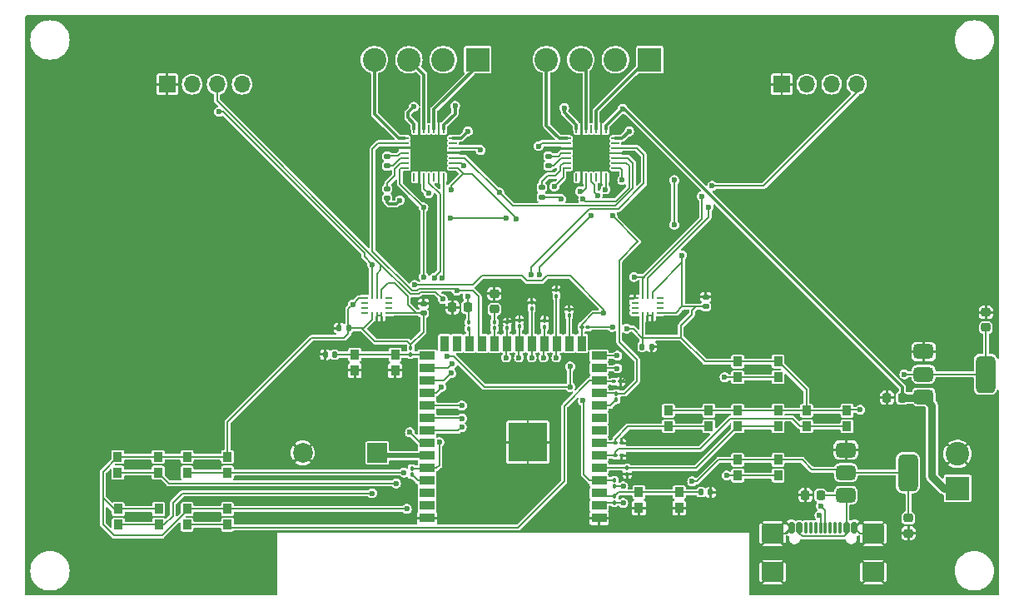
<source format=gbr>
%TF.GenerationSoftware,KiCad,Pcbnew,8.0.8-8.0.8-0~ubuntu22.04.1*%
%TF.CreationDate,2025-02-02T20:21:50-05:00*%
%TF.ProjectId,Electronics,456c6563-7472-46f6-9e69-63732e6b6963,rev?*%
%TF.SameCoordinates,Original*%
%TF.FileFunction,Copper,L1,Top*%
%TF.FilePolarity,Positive*%
%FSLAX46Y46*%
G04 Gerber Fmt 4.6, Leading zero omitted, Abs format (unit mm)*
G04 Created by KiCad (PCBNEW 8.0.8-8.0.8-0~ubuntu22.04.1) date 2025-02-02 20:21:50*
%MOMM*%
%LPD*%
G01*
G04 APERTURE LIST*
G04 Aperture macros list*
%AMRoundRect*
0 Rectangle with rounded corners*
0 $1 Rounding radius*
0 $2 $3 $4 $5 $6 $7 $8 $9 X,Y pos of 4 corners*
0 Add a 4 corners polygon primitive as box body*
4,1,4,$2,$3,$4,$5,$6,$7,$8,$9,$2,$3,0*
0 Add four circle primitives for the rounded corners*
1,1,$1+$1,$2,$3*
1,1,$1+$1,$4,$5*
1,1,$1+$1,$6,$7*
1,1,$1+$1,$8,$9*
0 Add four rect primitives between the rounded corners*
20,1,$1+$1,$2,$3,$4,$5,0*
20,1,$1+$1,$4,$5,$6,$7,0*
20,1,$1+$1,$6,$7,$8,$9,0*
20,1,$1+$1,$8,$9,$2,$3,0*%
G04 Aperture macros list end*
%TA.AperFunction,SMDPad,CuDef*%
%ADD10R,0.900000X1.000000*%
%TD*%
%TA.AperFunction,SMDPad,CuDef*%
%ADD11RoundRect,0.100000X-0.100000X0.130000X-0.100000X-0.130000X0.100000X-0.130000X0.100000X0.130000X0*%
%TD*%
%TA.AperFunction,SMDPad,CuDef*%
%ADD12RoundRect,0.062500X-0.325000X-0.062500X0.325000X-0.062500X0.325000X0.062500X-0.325000X0.062500X0*%
%TD*%
%TA.AperFunction,SMDPad,CuDef*%
%ADD13RoundRect,0.062500X-0.062500X-0.325000X0.062500X-0.325000X0.062500X0.325000X-0.062500X0.325000X0*%
%TD*%
%TA.AperFunction,HeatsinkPad*%
%ADD14R,3.750000X3.750000*%
%TD*%
%TA.AperFunction,SMDPad,CuDef*%
%ADD15RoundRect,0.218750X-0.256250X0.218750X-0.256250X-0.218750X0.256250X-0.218750X0.256250X0.218750X0*%
%TD*%
%TA.AperFunction,SMDPad,CuDef*%
%ADD16RoundRect,0.225000X-0.250000X0.225000X-0.250000X-0.225000X0.250000X-0.225000X0.250000X0.225000X0*%
%TD*%
%TA.AperFunction,SMDPad,CuDef*%
%ADD17RoundRect,0.100000X0.100000X-0.130000X0.100000X0.130000X-0.100000X0.130000X-0.100000X-0.130000X0*%
%TD*%
%TA.AperFunction,SMDPad,CuDef*%
%ADD18RoundRect,0.140000X-0.170000X0.140000X-0.170000X-0.140000X0.170000X-0.140000X0.170000X0.140000X0*%
%TD*%
%TA.AperFunction,SMDPad,CuDef*%
%ADD19RoundRect,0.225000X0.250000X-0.225000X0.250000X0.225000X-0.250000X0.225000X-0.250000X-0.225000X0*%
%TD*%
%TA.AperFunction,SMDPad,CuDef*%
%ADD20R,0.675000X0.250000*%
%TD*%
%TA.AperFunction,SMDPad,CuDef*%
%ADD21R,0.250000X0.675000*%
%TD*%
%TA.AperFunction,SMDPad,CuDef*%
%ADD22RoundRect,0.100000X-0.130000X-0.100000X0.130000X-0.100000X0.130000X0.100000X-0.130000X0.100000X0*%
%TD*%
%TA.AperFunction,ComponentPad*%
%ADD23R,1.700000X1.700000*%
%TD*%
%TA.AperFunction,ComponentPad*%
%ADD24O,1.700000X1.700000*%
%TD*%
%TA.AperFunction,ComponentPad*%
%ADD25R,2.400000X2.400000*%
%TD*%
%TA.AperFunction,ComponentPad*%
%ADD26C,2.400000*%
%TD*%
%TA.AperFunction,SMDPad,CuDef*%
%ADD27RoundRect,0.150000X-0.150000X-0.425000X0.150000X-0.425000X0.150000X0.425000X-0.150000X0.425000X0*%
%TD*%
%TA.AperFunction,SMDPad,CuDef*%
%ADD28RoundRect,0.075000X-0.075000X-0.500000X0.075000X-0.500000X0.075000X0.500000X-0.075000X0.500000X0*%
%TD*%
%TA.AperFunction,SMDPad,CuDef*%
%ADD29RoundRect,0.250000X-0.840000X-0.750000X0.840000X-0.750000X0.840000X0.750000X-0.840000X0.750000X0*%
%TD*%
%TA.AperFunction,SMDPad,CuDef*%
%ADD30RoundRect,0.375000X-0.625000X-0.375000X0.625000X-0.375000X0.625000X0.375000X-0.625000X0.375000X0*%
%TD*%
%TA.AperFunction,SMDPad,CuDef*%
%ADD31RoundRect,0.500000X-0.500000X-1.400000X0.500000X-1.400000X0.500000X1.400000X-0.500000X1.400000X0*%
%TD*%
%TA.AperFunction,SMDPad,CuDef*%
%ADD32RoundRect,0.140000X0.170000X-0.140000X0.170000X0.140000X-0.170000X0.140000X-0.170000X-0.140000X0*%
%TD*%
%TA.AperFunction,SMDPad,CuDef*%
%ADD33RoundRect,0.225000X0.225000X0.250000X-0.225000X0.250000X-0.225000X-0.250000X0.225000X-0.250000X0*%
%TD*%
%TA.AperFunction,SMDPad,CuDef*%
%ADD34RoundRect,0.140000X0.140000X0.170000X-0.140000X0.170000X-0.140000X-0.170000X0.140000X-0.170000X0*%
%TD*%
%TA.AperFunction,SMDPad,CuDef*%
%ADD35RoundRect,0.140000X-0.140000X-0.170000X0.140000X-0.170000X0.140000X0.170000X-0.140000X0.170000X0*%
%TD*%
%TA.AperFunction,SMDPad,CuDef*%
%ADD36R,1.500000X0.900000*%
%TD*%
%TA.AperFunction,SMDPad,CuDef*%
%ADD37R,0.900000X1.500000*%
%TD*%
%TA.AperFunction,HeatsinkPad*%
%ADD38C,0.600000*%
%TD*%
%TA.AperFunction,SMDPad,CuDef*%
%ADD39R,3.900000X3.900000*%
%TD*%
%TA.AperFunction,ComponentPad*%
%ADD40R,2.000000X2.000000*%
%TD*%
%TA.AperFunction,ComponentPad*%
%ADD41C,2.000000*%
%TD*%
%TA.AperFunction,ViaPad*%
%ADD42C,0.600000*%
%TD*%
%TA.AperFunction,Conductor*%
%ADD43C,0.200000*%
%TD*%
%TA.AperFunction,Conductor*%
%ADD44C,0.500000*%
%TD*%
%TA.AperFunction,Conductor*%
%ADD45C,0.300000*%
%TD*%
%TA.AperFunction,Conductor*%
%ADD46C,0.800000*%
%TD*%
G04 APERTURE END LIST*
D10*
%TO.P,SW8,1,1*%
%TO.N,VCC*%
X172950000Y-115700000D03*
X177050000Y-115700000D03*
%TO.P,SW8,2,2*%
%TO.N,/BTN6*%
X172950000Y-117300000D03*
X177050000Y-117300000D03*
%TD*%
%TO.P,SW4,1,1*%
%TO.N,VCC*%
X179950000Y-110700000D03*
X184050000Y-110700000D03*
%TO.P,SW4,2,2*%
%TO.N,/BTN2*%
X179950000Y-112300000D03*
X184050000Y-112300000D03*
%TD*%
%TO.P,SW2,1,1*%
%TO.N,GND*%
X138100000Y-106600000D03*
X134000000Y-106600000D03*
%TO.P,SW2,2,2*%
%TO.N,Net-(U1-IO0)*%
X138100000Y-105000000D03*
X134000000Y-105000000D03*
%TD*%
D11*
%TO.P,R5,1*%
%TO.N,/SCL*%
X160400000Y-117780000D03*
%TO.P,R5,2*%
%TO.N,VCC*%
X160400000Y-118420000D03*
%TD*%
D12*
%TO.P,U4,1,OB2*%
%TO.N,Net-(J1-Pin_4)*%
X155587500Y-83012500D03*
%TO.P,U4,2,ENN*%
%TO.N,/~{STEP_EN}*%
X155587500Y-83512500D03*
%TO.P,U4,3,GND*%
%TO.N,GND*%
X155587500Y-84012500D03*
%TO.P,U4,4,CPO*%
%TO.N,Net-(U4-CPO)*%
X155587500Y-84512500D03*
%TO.P,U4,5,CPI*%
%TO.N,Net-(U4-CPI)*%
X155587500Y-85012500D03*
%TO.P,U4,6,VCP*%
%TO.N,Net-(U4-VCP)*%
X155587500Y-85512500D03*
%TO.P,U4,7,SPREAD*%
%TO.N,/SPREAD*%
X155587500Y-86012500D03*
D13*
%TO.P,U4,8,5VOUT*%
%TO.N,unconnected-(U4-5VOUT-Pad8)*%
X156550000Y-86975000D03*
%TO.P,U4,9,MS1_AD0*%
%TO.N,GND*%
X157050000Y-86975000D03*
%TO.P,U4,10,MS1_AD1*%
%TO.N,VCC*%
X157550000Y-86975000D03*
%TO.P,U4,11,DIAG*%
%TO.N,/STEP_R_DIAG*%
X158050000Y-86975000D03*
%TO.P,U4,12,INDEX*%
%TO.N,unconnected-(U4-INDEX-Pad12)*%
X158550000Y-86975000D03*
%TO.P,U4,13,CLK*%
%TO.N,GND*%
X159050000Y-86975000D03*
%TO.P,U4,14,PDN_UART*%
%TO.N,/STEP_R_UART*%
X159550000Y-86975000D03*
D12*
%TO.P,U4,15,VCC_IO*%
%TO.N,VCC*%
X160512500Y-86012500D03*
%TO.P,U4,16,STEP*%
%TO.N,/STEP_R_STEP*%
X160512500Y-85512500D03*
%TO.P,U4,17,VREF*%
%TO.N,/STEP_CURR*%
X160512500Y-85012500D03*
%TO.P,U4,18,GND*%
%TO.N,GND*%
X160512500Y-84512500D03*
%TO.P,U4,19,DIR*%
%TO.N,/STEP_R_DIR*%
X160512500Y-84012500D03*
%TO.P,U4,20,STDBY*%
%TO.N,unconnected-(U4-STDBY-Pad20)*%
X160512500Y-83512500D03*
%TO.P,U4,21,OA2*%
%TO.N,Net-(J1-Pin_2)*%
X160512500Y-83012500D03*
D13*
%TO.P,U4,22,VS*%
%TO.N,/BAT*%
X159550000Y-82050000D03*
%TO.P,U4,23,BRA*%
%TO.N,GND*%
X159050000Y-82050000D03*
%TO.P,U4,24,OA1*%
%TO.N,Net-(J1-Pin_1)*%
X158550000Y-82050000D03*
%TO.P,U4,25*%
%TO.N,N/C*%
X158050000Y-82050000D03*
%TO.P,U4,26,OB1*%
%TO.N,Net-(J1-Pin_3)*%
X157550000Y-82050000D03*
%TO.P,U4,27,BRB*%
%TO.N,GND*%
X157050000Y-82050000D03*
%TO.P,U4,28,VS*%
%TO.N,/BAT*%
X156550000Y-82050000D03*
D14*
%TO.P,U4,29,GND*%
%TO.N,GND*%
X158050000Y-84512500D03*
%TD*%
D15*
%TO.P,D1,1,K*%
%TO.N,GND*%
X148200000Y-98800000D03*
%TO.P,D1,2,A*%
%TO.N,Net-(D1-A)*%
X148200000Y-100375000D03*
%TD*%
D10*
%TO.P,SW7,1,1*%
%TO.N,VCC*%
X172950000Y-105700000D03*
X177050000Y-105700000D03*
%TO.P,SW7,2,2*%
%TO.N,/BTN5*%
X172950000Y-107300000D03*
X177050000Y-107300000D03*
%TD*%
D16*
%TO.P,C12,1*%
%TO.N,VCC*%
X190300000Y-121625000D03*
%TO.P,C12,2*%
%TO.N,GND*%
X190300000Y-123175000D03*
%TD*%
D17*
%TO.P,R16,1*%
%TO.N,/BTN8*%
X150750000Y-102165000D03*
%TO.P,R16,2*%
%TO.N,GND*%
X150750000Y-101525000D03*
%TD*%
D10*
%TO.P,SW3,1,1*%
%TO.N,VCC*%
X172950000Y-110700000D03*
X177050000Y-110700000D03*
%TO.P,SW3,2,2*%
%TO.N,/BTN1*%
X172950000Y-112300000D03*
X177050000Y-112300000D03*
%TD*%
D18*
%TO.P,C2,1*%
%TO.N,Net-(U3-CPO)*%
X137300000Y-84820000D03*
%TO.P,C2,2*%
%TO.N,Net-(U3-CPI)*%
X137300000Y-85780000D03*
%TD*%
D19*
%TO.P,C15,1*%
%TO.N,VCC*%
X198200000Y-102250000D03*
%TO.P,C15,2*%
%TO.N,GND*%
X198200000Y-100700000D03*
%TD*%
D17*
%TO.P,R3,1*%
%TO.N,Net-(U1-IO17)*%
X160600000Y-109600000D03*
%TO.P,R3,2*%
%TO.N,/STEP_R_UART*%
X160600000Y-108960000D03*
%TD*%
D10*
%TO.P,SW10,1,1*%
%TO.N,VCC*%
X116950000Y-115400000D03*
X121050000Y-115400000D03*
%TO.P,SW10,2,2*%
%TO.N,/BTN8*%
X116950000Y-117000000D03*
X121050000Y-117000000D03*
%TD*%
D17*
%TO.P,R17,1*%
%TO.N,/BTN9*%
X149500000Y-102320000D03*
%TO.P,R17,2*%
%TO.N,GND*%
X149500000Y-101680000D03*
%TD*%
D10*
%TO.P,SW5,1,1*%
%TO.N,VCC*%
X165900000Y-110700000D03*
X170000000Y-110700000D03*
%TO.P,SW5,2,2*%
%TO.N,/BTN3*%
X165900000Y-112300000D03*
X170000000Y-112300000D03*
%TD*%
D20*
%TO.P,U2,1,SDO*%
%TO.N,VCC*%
X134975000Y-99262500D03*
%TO.P,U2,2,ASDx*%
%TO.N,unconnected-(U2-ASDx-Pad2)*%
X134975000Y-99762500D03*
%TO.P,U2,3,ASCx*%
%TO.N,unconnected-(U2-ASCx-Pad3)*%
X134975000Y-100262500D03*
%TO.P,U2,4,INT1*%
%TO.N,unconnected-(U2-INT1-Pad4)*%
X134975000Y-100762500D03*
D21*
%TO.P,U2,5,VDDI0*%
%TO.N,VCC*%
X135737500Y-101025000D03*
%TO.P,U2,6,GNDI0*%
%TO.N,GND*%
X136237500Y-101025000D03*
%TO.P,U2,7,GND*%
X136737500Y-101025000D03*
D20*
%TO.P,U2,8,VDD*%
%TO.N,VCC*%
X137500000Y-100762500D03*
%TO.P,U2,9,INT2*%
%TO.N,unconnected-(U2-INT2-Pad9)*%
X137500000Y-100262500D03*
%TO.P,U2,10,OCSB*%
%TO.N,unconnected-(U2-OCSB-Pad10)*%
X137500000Y-99762500D03*
%TO.P,U2,11,OSDO*%
%TO.N,unconnected-(U2-OSDO-Pad11)*%
X137500000Y-99262500D03*
D21*
%TO.P,U2,12,CSB*%
%TO.N,VCC*%
X136737500Y-99000000D03*
%TO.P,U2,13,SCx*%
%TO.N,/SCL*%
X136237500Y-99000000D03*
%TO.P,U2,14,SDx*%
%TO.N,/SDA*%
X135737500Y-99000000D03*
%TD*%
D22*
%TO.P,R11,1*%
%TO.N,/BTN3*%
X160500000Y-114000000D03*
%TO.P,R11,2*%
%TO.N,GND*%
X161140000Y-114000000D03*
%TD*%
D23*
%TO.P,U5,1,GND*%
%TO.N,GND*%
X177420000Y-77500000D03*
D24*
%TO.P,U5,2,VCC*%
%TO.N,VCC*%
X179960000Y-77500000D03*
%TO.P,U5,3,SDA*%
%TO.N,/SCL*%
X182500000Y-77500000D03*
%TO.P,U5,4,SCL*%
%TO.N,/SDA*%
X185040000Y-77500000D03*
%TD*%
D25*
%TO.P,J1,1,Pin_1*%
%TO.N,Net-(J1-Pin_1)*%
X164000000Y-75000000D03*
D26*
%TO.P,J1,2,Pin_2*%
%TO.N,Net-(J1-Pin_2)*%
X160500000Y-75000000D03*
%TO.P,J1,3,Pin_3*%
%TO.N,Net-(J1-Pin_3)*%
X157000000Y-75000000D03*
%TO.P,J1,4,Pin_4*%
%TO.N,Net-(J1-Pin_4)*%
X153500000Y-75000000D03*
%TD*%
D11*
%TO.P,R8,1*%
%TO.N,VCC*%
X139700000Y-104360000D03*
%TO.P,R8,2*%
%TO.N,Net-(U1-IO0)*%
X139700000Y-105000000D03*
%TD*%
D27*
%TO.P,P1,A1,GND*%
%TO.N,GND*%
X178410000Y-122625000D03*
%TO.P,P1,A4,VBUS*%
%TO.N,Net-(U6-VI)*%
X179210000Y-122625000D03*
D28*
%TO.P,P1,A5,CC*%
%TO.N,unconnected-(P1-CC-PadA5)*%
X180360000Y-122625000D03*
%TO.P,P1,A6,D+*%
%TO.N,/D+*%
X181360000Y-122625000D03*
%TO.P,P1,A7,D-*%
%TO.N,/D-*%
X181860000Y-122625000D03*
%TO.P,P1,A8*%
%TO.N,N/C*%
X182860000Y-122625000D03*
D27*
%TO.P,P1,A9,VBUS*%
%TO.N,Net-(U6-VI)*%
X184010000Y-122625000D03*
%TO.P,P1,A12,GND*%
%TO.N,GND*%
X184810000Y-122625000D03*
%TO.P,P1,B1,GND*%
X184810000Y-122625000D03*
%TO.P,P1,B4,VBUS*%
%TO.N,Net-(U6-VI)*%
X184010000Y-122625000D03*
D28*
%TO.P,P1,B5,VCONN*%
%TO.N,unconnected-(P1-VCONN-PadB5)*%
X183360000Y-122625000D03*
%TO.P,P1,B6*%
%TO.N,N/C*%
X182360000Y-122625000D03*
%TO.P,P1,B7*%
X180860000Y-122625000D03*
%TO.P,P1,B8*%
X179860000Y-122625000D03*
D27*
%TO.P,P1,B9,VBUS*%
%TO.N,Net-(U6-VI)*%
X179210000Y-122625000D03*
%TO.P,P1,B12,GND*%
%TO.N,GND*%
X178410000Y-122625000D03*
D29*
%TO.P,P1,S1,SHIELD*%
X176500000Y-123200000D03*
X176500000Y-127130000D03*
X186720000Y-123200000D03*
X186720000Y-127130000D03*
%TD*%
D10*
%TO.P,SW11,1,1*%
%TO.N,VCC*%
X109950000Y-120700000D03*
X114050000Y-120700000D03*
%TO.P,SW11,2,2*%
%TO.N,/BTN9*%
X109950000Y-122300000D03*
X114050000Y-122300000D03*
%TD*%
D30*
%TO.P,U6,1,GND*%
%TO.N,GND*%
X183950000Y-114700000D03*
%TO.P,U6,2,VO*%
%TO.N,VCC*%
X183950000Y-117000000D03*
D31*
X190250000Y-117000000D03*
D30*
%TO.P,U6,3,VI*%
%TO.N,Net-(U6-VI)*%
X183950000Y-119300000D03*
%TD*%
D17*
%TO.P,R7,1*%
%TO.N,Net-(U1-IO46)*%
X155800000Y-101065000D03*
%TO.P,R7,2*%
%TO.N,GND*%
X155800000Y-100425000D03*
%TD*%
D18*
%TO.P,C19,1*%
%TO.N,GND*%
X169700000Y-99140000D03*
%TO.P,C19,2*%
%TO.N,VCC*%
X169700000Y-100100000D03*
%TD*%
D11*
%TO.P,R9,1*%
%TO.N,/BTN1*%
X161700000Y-116535000D03*
%TO.P,R9,2*%
%TO.N,GND*%
X161700000Y-117175000D03*
%TD*%
D18*
%TO.P,C4,1*%
%TO.N,Net-(U4-CPO)*%
X153700000Y-84820000D03*
%TO.P,C4,2*%
%TO.N,Net-(U4-CPI)*%
X153700000Y-85780000D03*
%TD*%
D12*
%TO.P,U3,1,OB2*%
%TO.N,Net-(J3-Pin_4)*%
X139075000Y-83000000D03*
%TO.P,U3,2,ENN*%
%TO.N,/~{STEP_EN}*%
X139075000Y-83500000D03*
%TO.P,U3,3,GND*%
%TO.N,GND*%
X139075000Y-84000000D03*
%TO.P,U3,4,CPO*%
%TO.N,Net-(U3-CPO)*%
X139075000Y-84500000D03*
%TO.P,U3,5,CPI*%
%TO.N,Net-(U3-CPI)*%
X139075000Y-85000000D03*
%TO.P,U3,6,VCP*%
%TO.N,Net-(U3-VCP)*%
X139075000Y-85500000D03*
%TO.P,U3,7,SPREAD*%
%TO.N,/SPREAD*%
X139075000Y-86000000D03*
D13*
%TO.P,U3,8,5VOUT*%
%TO.N,unconnected-(U3-5VOUT-Pad8)*%
X140037500Y-86962500D03*
%TO.P,U3,9,MS1_AD0*%
%TO.N,GND*%
X140537500Y-86962500D03*
%TO.P,U3,10,MS1_AD1*%
%TO.N,VCC*%
X141037500Y-86962500D03*
%TO.P,U3,11,DIAG*%
%TO.N,/STEP_L_DIAG*%
X141537500Y-86962500D03*
%TO.P,U3,12,INDEX*%
%TO.N,unconnected-(U3-INDEX-Pad12)*%
X142037500Y-86962500D03*
%TO.P,U3,13,CLK*%
%TO.N,GND*%
X142537500Y-86962500D03*
%TO.P,U3,14,PDN_UART*%
%TO.N,/STEP_L_UART*%
X143037500Y-86962500D03*
D12*
%TO.P,U3,15,VCC_IO*%
%TO.N,VCC*%
X144000000Y-86000000D03*
%TO.P,U3,16,STEP*%
%TO.N,/STEP_L_STEP*%
X144000000Y-85500000D03*
%TO.P,U3,17,VREF*%
%TO.N,/STEP_CURR*%
X144000000Y-85000000D03*
%TO.P,U3,18,GND*%
%TO.N,GND*%
X144000000Y-84500000D03*
%TO.P,U3,19,DIR*%
%TO.N,/STEP_L_DIR*%
X144000000Y-84000000D03*
%TO.P,U3,20,STDBY*%
%TO.N,unconnected-(U3-STDBY-Pad20)*%
X144000000Y-83500000D03*
%TO.P,U3,21,OA2*%
%TO.N,Net-(J3-Pin_2)*%
X144000000Y-83000000D03*
D13*
%TO.P,U3,22,VS*%
%TO.N,/BAT*%
X143037500Y-82037500D03*
%TO.P,U3,23,BRA*%
%TO.N,GND*%
X142537500Y-82037500D03*
%TO.P,U3,24,OA1*%
%TO.N,Net-(J3-Pin_1)*%
X142037500Y-82037500D03*
%TO.P,U3,25*%
%TO.N,N/C*%
X141537500Y-82037500D03*
%TO.P,U3,26,OB1*%
%TO.N,Net-(J3-Pin_3)*%
X141037500Y-82037500D03*
%TO.P,U3,27,BRB*%
%TO.N,GND*%
X140537500Y-82037500D03*
%TO.P,U3,28,VS*%
%TO.N,/BAT*%
X140037500Y-82037500D03*
D14*
%TO.P,U3,29,GND*%
%TO.N,GND*%
X141537500Y-84500000D03*
%TD*%
D17*
%TO.P,R14,1*%
%TO.N,/BTN6*%
X153300000Y-102175000D03*
%TO.P,R14,2*%
%TO.N,GND*%
X153300000Y-101535000D03*
%TD*%
D22*
%TO.P,R10,1*%
%TO.N,/BTN2*%
X160500000Y-115250000D03*
%TO.P,R10,2*%
%TO.N,GND*%
X161140000Y-115250000D03*
%TD*%
D25*
%TO.P,BT1,1,+*%
%TO.N,/BAT*%
X195300000Y-118600000D03*
D26*
%TO.P,BT1,2,-*%
%TO.N,GND*%
X195300000Y-115100000D03*
%TD*%
D32*
%TO.P,C1,1*%
%TO.N,/BAT*%
X137300000Y-89080000D03*
%TO.P,C1,2*%
%TO.N,Net-(U3-VCP)*%
X137300000Y-88120000D03*
%TD*%
D33*
%TO.P,C5,1*%
%TO.N,/STEP_CURR*%
X145475000Y-100200000D03*
%TO.P,C5,2*%
%TO.N,GND*%
X143925000Y-100200000D03*
%TD*%
D30*
%TO.P,U7,1,GND*%
%TO.N,GND*%
X191850000Y-104700000D03*
%TO.P,U7,2,VO*%
%TO.N,VCC*%
X191850000Y-107000000D03*
D31*
X198150000Y-107000000D03*
D30*
%TO.P,U7,3,VI*%
%TO.N,/BAT*%
X191850000Y-109300000D03*
%TD*%
D17*
%TO.P,R1,1*%
%TO.N,Net-(U1-IO47)*%
X145600000Y-102365000D03*
%TO.P,R1,2*%
%TO.N,/STEP_CURR*%
X145600000Y-101725000D03*
%TD*%
%TO.P,R15,1*%
%TO.N,/BTN7*%
X152000000Y-100320000D03*
%TO.P,R15,2*%
%TO.N,GND*%
X152000000Y-99680000D03*
%TD*%
D32*
%TO.P,C3,1*%
%TO.N,/BAT*%
X153000000Y-88980000D03*
%TO.P,C3,2*%
%TO.N,Net-(U4-VCP)*%
X153000000Y-88020000D03*
%TD*%
D10*
%TO.P,SW9,1,1*%
%TO.N,VCC*%
X109900000Y-115400000D03*
X114000000Y-115400000D03*
%TO.P,SW9,2,2*%
%TO.N,/BTN7*%
X109900000Y-117000000D03*
X114000000Y-117000000D03*
%TD*%
D18*
%TO.P,C16,1*%
%TO.N,GND*%
X141000000Y-99820000D03*
%TO.P,C16,2*%
%TO.N,VCC*%
X141000000Y-100780000D03*
%TD*%
D34*
%TO.P,C6,1*%
%TO.N,GND*%
X170180000Y-119000000D03*
%TO.P,C6,2*%
%TO.N,Net-(U1-EN)*%
X169220000Y-119000000D03*
%TD*%
D10*
%TO.P,SW1,1,1*%
%TO.N,GND*%
X167000000Y-120600000D03*
X162900000Y-120600000D03*
%TO.P,SW1,2,2*%
%TO.N,Net-(U1-EN)*%
X167000000Y-119000000D03*
X162900000Y-119000000D03*
%TD*%
D17*
%TO.P,R13,1*%
%TO.N,/BTN5*%
X154500000Y-99065000D03*
%TO.P,R13,2*%
%TO.N,GND*%
X154500000Y-98425000D03*
%TD*%
D35*
%TO.P,C18,1*%
%TO.N,GND*%
X132420000Y-102300000D03*
%TO.P,C18,2*%
%TO.N,VCC*%
X133380000Y-102300000D03*
%TD*%
D20*
%TO.P,U8,1,SDO*%
%TO.N,GND*%
X162500000Y-99250000D03*
%TO.P,U8,2,ASDx*%
%TO.N,unconnected-(U8-ASDx-Pad2)*%
X162500000Y-99750000D03*
%TO.P,U8,3,ASCx*%
%TO.N,unconnected-(U8-ASCx-Pad3)*%
X162500000Y-100250000D03*
%TO.P,U8,4,INT1*%
%TO.N,unconnected-(U8-INT1-Pad4)*%
X162500000Y-100750000D03*
D21*
%TO.P,U8,5,VDDI0*%
%TO.N,VCC*%
X163262500Y-101012500D03*
%TO.P,U8,6,GNDI0*%
%TO.N,GND*%
X163762500Y-101012500D03*
%TO.P,U8,7,GND*%
X164262500Y-101012500D03*
D20*
%TO.P,U8,8,VDD*%
%TO.N,VCC*%
X165025000Y-100750000D03*
%TO.P,U8,9,INT2*%
%TO.N,unconnected-(U8-INT2-Pad9)*%
X165025000Y-100250000D03*
%TO.P,U8,10,OCSB*%
%TO.N,unconnected-(U8-OCSB-Pad10)*%
X165025000Y-99750000D03*
%TO.P,U8,11,OSDO*%
%TO.N,unconnected-(U8-OSDO-Pad11)*%
X165025000Y-99250000D03*
D21*
%TO.P,U8,12,CSB*%
%TO.N,VCC*%
X164262500Y-98987500D03*
%TO.P,U8,13,SCx*%
%TO.N,/SCL*%
X163762500Y-98987500D03*
%TO.P,U8,14,SDx*%
%TO.N,/SDA*%
X163262500Y-98987500D03*
%TD*%
D33*
%TO.P,C14,1*%
%TO.N,/BAT*%
X189675000Y-109400000D03*
%TO.P,C14,2*%
%TO.N,GND*%
X188125000Y-109400000D03*
%TD*%
%TO.P,C13,1*%
%TO.N,Net-(U6-VI)*%
X181375000Y-119300000D03*
%TO.P,C13,2*%
%TO.N,GND*%
X179825000Y-119300000D03*
%TD*%
D22*
%TO.P,R4,1*%
%TO.N,/SDA*%
X157080000Y-102200000D03*
%TO.P,R4,2*%
%TO.N,VCC*%
X157720000Y-102200000D03*
%TD*%
%TO.P,R12,1*%
%TO.N,/BTN4*%
X160360000Y-107750000D03*
%TO.P,R12,2*%
%TO.N,GND*%
X161000000Y-107750000D03*
%TD*%
D23*
%TO.P,U9,1,GND*%
%TO.N,GND*%
X114920000Y-77500000D03*
D24*
%TO.P,U9,2,VCC*%
%TO.N,VCC*%
X117460000Y-77500000D03*
%TO.P,U9,3,SDA*%
%TO.N,/SCL*%
X120000000Y-77500000D03*
%TO.P,U9,4,SCL*%
%TO.N,/SDA*%
X122540000Y-77500000D03*
%TD*%
D17*
%TO.P,R18,1*%
%TO.N,/STATUS*%
X148200000Y-102320000D03*
%TO.P,R18,2*%
%TO.N,Net-(D1-A)*%
X148200000Y-101680000D03*
%TD*%
D36*
%TO.P,U1,1,GND*%
%TO.N,GND*%
X158850000Y-121620000D03*
%TO.P,U1,2,3V3*%
%TO.N,VCC*%
X158850000Y-120350000D03*
%TO.P,U1,3,EN*%
%TO.N,Net-(U1-EN)*%
X158850000Y-119080000D03*
%TO.P,U1,4,IO4*%
%TO.N,/SCL*%
X158850000Y-117810000D03*
%TO.P,U1,5,IO5*%
%TO.N,/BTN1*%
X158850000Y-116540000D03*
%TO.P,U1,6,IO6*%
%TO.N,/BTN2*%
X158850000Y-115270000D03*
%TO.P,U1,7,IO7*%
%TO.N,/BTN3*%
X158850000Y-114000000D03*
%TO.P,U1,8,IO15*%
%TO.N,unconnected-(U1-IO15-Pad8)*%
X158850000Y-112730000D03*
%TO.P,U1,9,IO16*%
%TO.N,unconnected-(U1-IO16-Pad9)*%
X158850000Y-111460000D03*
%TO.P,U1,10,IO17*%
%TO.N,Net-(U1-IO17)*%
X158850000Y-110190000D03*
%TO.P,U1,11,IO18*%
%TO.N,/STEP_R_UART*%
X158850000Y-108920000D03*
%TO.P,U1,12,IO8*%
%TO.N,/BTN4*%
X158850000Y-107650000D03*
%TO.P,U1,13,IO19*%
%TO.N,/D-*%
X158850000Y-106380000D03*
%TO.P,U1,14,IO20*%
%TO.N,/D+*%
X158850000Y-105110000D03*
D37*
%TO.P,U1,15,IO3*%
%TO.N,/SDA*%
X157085000Y-103860000D03*
%TO.P,U1,16,IO46*%
%TO.N,Net-(U1-IO46)*%
X155815000Y-103860000D03*
%TO.P,U1,17,IO9*%
%TO.N,/BTN5*%
X154545000Y-103860000D03*
%TO.P,U1,18,IO10*%
%TO.N,/BTN6*%
X153275000Y-103860000D03*
%TO.P,U1,19,IO11*%
%TO.N,/BTN7*%
X152005000Y-103860000D03*
%TO.P,U1,20,IO12*%
%TO.N,/BTN8*%
X150735000Y-103860000D03*
%TO.P,U1,21,IO13*%
%TO.N,/BTN9*%
X149465000Y-103860000D03*
%TO.P,U1,22,IO14*%
%TO.N,/STATUS*%
X148195000Y-103860000D03*
%TO.P,U1,23,IO21*%
%TO.N,/~{STEP_EN}*%
X146925000Y-103860000D03*
%TO.P,U1,24,IO47*%
%TO.N,Net-(U1-IO47)*%
X145655000Y-103860000D03*
%TO.P,U1,25,IO48*%
%TO.N,unconnected-(U1-IO48-Pad25)*%
X144385000Y-103860000D03*
%TO.P,U1,26,IO45*%
%TO.N,unconnected-(U1-IO45-Pad26)*%
X143115000Y-103860000D03*
D36*
%TO.P,U1,27,IO0*%
%TO.N,Net-(U1-IO0)*%
X141350000Y-105110000D03*
%TO.P,U1,28,IO35*%
%TO.N,/STEP_L_STEP*%
X141350000Y-106380000D03*
%TO.P,U1,29,IO36*%
%TO.N,/STEP_L_DIR*%
X141350000Y-107650000D03*
%TO.P,U1,30,IO37*%
%TO.N,/STEP_L_DIAG*%
X141350000Y-108920000D03*
%TO.P,U1,31,IO38*%
%TO.N,/STEP_R_STEP*%
X141350000Y-110190000D03*
%TO.P,U1,32,IO39*%
%TO.N,/STEP_R_DIR*%
X141350000Y-111460000D03*
%TO.P,U1,33,IO40*%
%TO.N,/STEP_R_DIAG*%
X141350000Y-112730000D03*
%TO.P,U1,34,IO41*%
%TO.N,/SPREAD*%
X141350000Y-114000000D03*
%TO.P,U1,35,IO42*%
%TO.N,/BUZZ*%
X141350000Y-115270000D03*
%TO.P,U1,36,RXD0*%
%TO.N,/STEP_L_UART*%
X141350000Y-116540000D03*
%TO.P,U1,37,TXD0*%
%TO.N,Net-(U1-TXD0)*%
X141350000Y-117810000D03*
%TO.P,U1,38,IO2*%
%TO.N,unconnected-(U1-IO2-Pad38)*%
X141350000Y-119080000D03*
%TO.P,U1,39,IO1*%
%TO.N,unconnected-(U1-IO1-Pad39)*%
X141350000Y-120350000D03*
%TO.P,U1,40,GND*%
%TO.N,GND*%
X141350000Y-121620000D03*
D38*
%TO.P,U1,41,GND*%
X153000000Y-114600000D03*
X153000000Y-113200000D03*
X152300000Y-115300000D03*
X152300000Y-113900000D03*
X152300000Y-112500000D03*
X151600000Y-114600000D03*
D39*
X151600000Y-113900000D03*
D38*
X151600000Y-113200000D03*
X150900000Y-115300000D03*
X150900000Y-113900000D03*
X150900000Y-112500000D03*
X150200000Y-114600000D03*
X150200000Y-113200000D03*
%TD*%
D10*
%TO.P,SW6,1,1*%
%TO.N,VCC*%
X116950000Y-120700000D03*
X121050000Y-120700000D03*
%TO.P,SW6,2,2*%
%TO.N,/BTN4*%
X116950000Y-122300000D03*
X121050000Y-122300000D03*
%TD*%
D34*
%TO.P,C17,1*%
%TO.N,GND*%
X164180000Y-104200000D03*
%TO.P,C17,2*%
%TO.N,VCC*%
X163220000Y-104200000D03*
%TD*%
D25*
%TO.P,J3,1,Pin_1*%
%TO.N,Net-(J3-Pin_1)*%
X146500000Y-75000000D03*
D26*
%TO.P,J3,2,Pin_2*%
%TO.N,Net-(J3-Pin_2)*%
X143000000Y-75000000D03*
%TO.P,J3,3,Pin_3*%
%TO.N,Net-(J3-Pin_3)*%
X139500000Y-75000000D03*
%TO.P,J3,4,Pin_4*%
%TO.N,Net-(J3-Pin_4)*%
X136000000Y-75000000D03*
%TD*%
D17*
%TO.P,R2,1*%
%TO.N,Net-(U1-TXD0)*%
X139800000Y-117220000D03*
%TO.P,R2,2*%
%TO.N,/STEP_L_UART*%
X139800000Y-116580000D03*
%TD*%
D11*
%TO.P,R6,1*%
%TO.N,Net-(U1-EN)*%
X160400000Y-119425000D03*
%TO.P,R6,2*%
%TO.N,VCC*%
X160400000Y-120065000D03*
%TD*%
D35*
%TO.P,C11,1*%
%TO.N,GND*%
X130995000Y-105000000D03*
%TO.P,C11,2*%
%TO.N,Net-(U1-IO0)*%
X131955000Y-105000000D03*
%TD*%
D40*
%TO.P,BZ1,1,+*%
%TO.N,/BUZZ*%
X136300000Y-115000000D03*
D41*
%TO.P,BZ1,2,-*%
%TO.N,GND*%
X128700000Y-115000000D03*
%TD*%
D42*
%TO.N,GND*%
X145900000Y-84600000D03*
X155650000Y-87700000D03*
X162000000Y-105700000D03*
X157600000Y-99600000D03*
X155100000Y-98500000D03*
X137000000Y-91200000D03*
X157400000Y-105700000D03*
X141000000Y-103700000D03*
X177300000Y-114000000D03*
X165200000Y-86000000D03*
X154800000Y-121400000D03*
X165200000Y-88200000D03*
X141550000Y-84500000D03*
X153800000Y-98500000D03*
X164000000Y-111200000D03*
X162600000Y-84800000D03*
X140200000Y-88400000D03*
X162400000Y-115500000D03*
X159500000Y-80800000D03*
X164750000Y-118300000D03*
X156800000Y-80700000D03*
X140300000Y-80700000D03*
X142850000Y-80750000D03*
X139000000Y-102400000D03*
X179200000Y-116900000D03*
X167500000Y-100800000D03*
X158050000Y-84512500D03*
X164800000Y-120100000D03*
X162100000Y-113100000D03*
%TO.N,/BAT*%
X155300000Y-79900000D03*
X140000000Y-79800000D03*
X144200000Y-79700000D03*
X161250000Y-80000000D03*
X155000000Y-89200000D03*
X138600000Y-89300000D03*
%TO.N,/STEP_CURR*%
X148700000Y-88500000D03*
X145500000Y-99100000D03*
%TO.N,VCC*%
X133787500Y-99887500D03*
X150400000Y-91200000D03*
X161650000Y-102350000D03*
X143800000Y-88200000D03*
X141500000Y-88600000D03*
X167300000Y-94900000D03*
X166500000Y-87250000D03*
X185400000Y-110600000D03*
X189900000Y-107000000D03*
X166500000Y-91800000D03*
X161300000Y-118400000D03*
X139300000Y-120700000D03*
X161200000Y-87250000D03*
X156900000Y-88400000D03*
X161300000Y-120100000D03*
X160200000Y-102200000D03*
X168300000Y-117900000D03*
%TO.N,Net-(J1-Pin_2)*%
X161900000Y-82300000D03*
%TO.N,Net-(J3-Pin_2)*%
X145500000Y-82300000D03*
%TO.N,/D-*%
X181400000Y-120400000D03*
X160700000Y-106400000D03*
%TO.N,/D+*%
X181260000Y-121346193D03*
X160700000Y-105100000D03*
%TO.N,/STEP_L_UART*%
X142873000Y-97173000D03*
X142600000Y-113900000D03*
%TO.N,/STEP_R_UART*%
X159500000Y-88200000D03*
X160200000Y-90900000D03*
%TO.N,/SDA*%
X169300000Y-88900000D03*
X140100000Y-97900000D03*
X162400000Y-97100000D03*
X159300000Y-100800000D03*
X135775735Y-95824265D03*
X120200000Y-80300000D03*
X170350000Y-87850000D03*
%TO.N,/SCL*%
X155900000Y-108300000D03*
X155900000Y-106200000D03*
X143400000Y-105200000D03*
X157200000Y-109700000D03*
X170000000Y-90000000D03*
X142950000Y-99350000D03*
%TO.N,/BTN5*%
X154500000Y-105300000D03*
X171600000Y-107300000D03*
%TO.N,/BTN6*%
X171800000Y-117300000D03*
X153200000Y-105300000D03*
%TO.N,/BTN7*%
X138200000Y-118100000D03*
X152000000Y-105300000D03*
%TO.N,/BTN8*%
X150700000Y-105300000D03*
X139000000Y-117000000D03*
%TO.N,/BTN9*%
X135751470Y-119100000D03*
X149400000Y-105300000D03*
%TO.N,/STEP_R_STEP*%
X144900000Y-110190000D03*
X157209389Y-89200000D03*
%TO.N,/~{STEP_EN}*%
X152700000Y-83800000D03*
X144400000Y-98500000D03*
%TO.N,/STEP_L_DIR*%
X146800000Y-84200000D03*
X143800000Y-106900000D03*
%TO.N,/SPREAD*%
X141000000Y-97100000D03*
X149400000Y-91100000D03*
X139600000Y-112900000D03*
X140975735Y-90024265D03*
X143700000Y-91100000D03*
X154300000Y-87900000D03*
%TO.N,/STEP_R_DIR*%
X151900000Y-96900000D03*
X144900000Y-111500000D03*
%TO.N,/STEP_L_DIAG*%
X142073641Y-97205069D03*
X142800000Y-108300000D03*
%TO.N,/STEP_L_STEP*%
X143925735Y-105925735D03*
X145100000Y-85800000D03*
%TO.N,/STEP_R_DIAG*%
X144875735Y-112375735D03*
X152800000Y-96900000D03*
X158700000Y-88800000D03*
X158000000Y-90900000D03*
%TD*%
D43*
%TO.N,GND*%
X152199999Y-99680000D02*
X152000000Y-99680000D01*
X161600000Y-114000000D02*
X161140000Y-114000000D01*
X140537500Y-86962500D02*
X140537500Y-85500000D01*
X153300000Y-100780001D02*
X153300000Y-99000000D01*
X159037500Y-81262500D02*
X159500000Y-80800000D01*
X139075000Y-84000000D02*
X141037500Y-84000000D01*
X144000000Y-84500000D02*
X141550000Y-84500000D01*
X162300000Y-84500000D02*
X162600000Y-84800000D01*
X184810000Y-122625000D02*
X185385000Y-123200000D01*
X155025000Y-98425000D02*
X155100000Y-98500000D01*
X157037500Y-87389386D02*
X157037500Y-86962500D01*
X157550000Y-84012500D02*
X158050000Y-84512500D01*
X154500000Y-98425000D02*
X155025000Y-98425000D01*
X160500000Y-84500000D02*
X162300000Y-84500000D01*
X161150000Y-107750000D02*
X161000000Y-107750000D01*
X150750000Y-100730001D02*
X151800001Y-99680000D01*
X149500000Y-101680000D02*
X149655000Y-101525000D01*
X164750000Y-118300000D02*
X163625000Y-117175000D01*
X178375000Y-122625000D02*
X177800000Y-123200000D01*
X157037500Y-82037500D02*
X157037500Y-80937500D01*
X161140000Y-115250000D02*
X162150000Y-115250000D01*
X157050000Y-83512500D02*
X158050000Y-84512500D01*
X162000000Y-106900000D02*
X161150000Y-107750000D01*
X159050000Y-85512500D02*
X158050000Y-84512500D01*
X162000000Y-105700000D02*
X162000000Y-106900000D01*
X162100000Y-113100000D02*
X162100000Y-113500000D01*
X155650000Y-87700000D02*
X156726886Y-87700000D01*
X153300000Y-100780001D02*
X152199999Y-99680000D01*
X160512500Y-84512500D02*
X158050000Y-84512500D01*
X153875000Y-98425000D02*
X153800000Y-98500000D01*
X140537500Y-82037500D02*
X140537500Y-83500000D01*
X140537500Y-80937500D02*
X140300000Y-80700000D01*
X163625000Y-117175000D02*
X161700000Y-117175000D01*
X140537500Y-86962500D02*
X140537500Y-88062500D01*
X157050000Y-85512500D02*
X158050000Y-84512500D01*
X142537500Y-82037500D02*
X142537500Y-81062500D01*
X178410000Y-122625000D02*
X178375000Y-122625000D01*
X156726886Y-87700000D02*
X157037500Y-87389386D01*
X162100000Y-113500000D02*
X161600000Y-114000000D01*
X157050000Y-82050000D02*
X157050000Y-83512500D01*
X159037500Y-82037500D02*
X159037500Y-81262500D01*
X142850000Y-80750000D02*
X142900000Y-80700000D01*
X153300000Y-101535000D02*
X153300000Y-100780001D01*
X142537500Y-86962500D02*
X142537500Y-85500000D01*
X165200000Y-88200000D02*
X165200000Y-86000000D01*
X144000000Y-84500000D02*
X145800000Y-84500000D01*
X153300000Y-99000000D02*
X153800000Y-98500000D01*
X155587500Y-84012500D02*
X157550000Y-84012500D01*
X140537500Y-88062500D02*
X140200000Y-88400000D01*
X140537500Y-82037500D02*
X140537500Y-80937500D01*
X141037500Y-84000000D02*
X141537500Y-84500000D01*
X177800000Y-123200000D02*
X176500000Y-123200000D01*
X151800001Y-99680000D02*
X152000000Y-99680000D01*
X145800000Y-84500000D02*
X145900000Y-84600000D01*
X159050000Y-86975000D02*
X159050000Y-85512500D01*
X142537500Y-81062500D02*
X142850000Y-80750000D01*
X141550000Y-84500000D02*
X141537500Y-84500000D01*
X185385000Y-123200000D02*
X186720000Y-123200000D01*
X157037500Y-80937500D02*
X156800000Y-80700000D01*
X164750000Y-118300000D02*
X164800000Y-118300000D01*
X150750000Y-101525000D02*
X150750000Y-100730001D01*
X162150000Y-115250000D02*
X162400000Y-115500000D01*
X140537500Y-83500000D02*
X141537500Y-84500000D01*
X142537500Y-85500000D02*
X141537500Y-84500000D01*
X154500000Y-98425000D02*
X153875000Y-98425000D01*
X149655000Y-101525000D02*
X150750000Y-101525000D01*
X157050000Y-86975000D02*
X157050000Y-85512500D01*
D44*
%TO.N,/BUZZ*%
X141350000Y-115270000D02*
X136570000Y-115270000D01*
X136570000Y-115270000D02*
X136300000Y-115000000D01*
D43*
%TO.N,Net-(U3-VCP)*%
X138075000Y-86098114D02*
X138673114Y-85500000D01*
X138075000Y-86825000D02*
X138075000Y-86098114D01*
X137300000Y-87600000D02*
X138075000Y-86825000D01*
X137300000Y-87825000D02*
X137300000Y-87600000D01*
X138673114Y-85500000D02*
X139075000Y-85500000D01*
D45*
%TO.N,/BAT*%
X155300000Y-80400000D02*
X155300000Y-79900000D01*
D43*
X154780000Y-88980000D02*
X155000000Y-89200000D01*
D45*
X156537500Y-81637500D02*
X155300000Y-80400000D01*
X137300000Y-89500000D02*
X137300000Y-89080000D01*
D46*
X193900000Y-118600000D02*
X192700000Y-117400000D01*
D45*
X155300000Y-79900000D02*
X155400000Y-79900000D01*
X154925000Y-89275000D02*
X155000000Y-89200000D01*
X139400000Y-80900000D02*
X140037500Y-81537500D01*
D46*
X195300000Y-118600000D02*
X193900000Y-118600000D01*
X192700000Y-117400000D02*
X192700000Y-110150000D01*
X192700000Y-110150000D02*
X191850000Y-109300000D01*
D45*
X143037500Y-81662500D02*
X143037500Y-82037500D01*
X137500000Y-89700000D02*
X137300000Y-89500000D01*
X144200000Y-79700000D02*
X144200000Y-80500000D01*
X140000000Y-79800000D02*
X139400000Y-80400000D01*
X156537500Y-82037500D02*
X156537500Y-81637500D01*
X139400000Y-80400000D02*
X139400000Y-80900000D01*
X144200000Y-80500000D02*
X143037500Y-81662500D01*
X161250000Y-80000000D02*
X159537500Y-81712500D01*
D46*
X189675000Y-109400000D02*
X191750000Y-109400000D01*
D45*
X140037500Y-81537500D02*
X140037500Y-82037500D01*
X138600000Y-89300000D02*
X138200000Y-89700000D01*
X189675000Y-108275000D02*
X189675000Y-109400000D01*
D46*
X191750000Y-109400000D02*
X191850000Y-109300000D01*
D45*
X159537500Y-81712500D02*
X159537500Y-82037500D01*
X161250000Y-80000000D02*
X161400000Y-80000000D01*
D43*
X153000000Y-88980000D02*
X154780000Y-88980000D01*
D45*
X161400000Y-80000000D02*
X189675000Y-108275000D01*
X138200000Y-89700000D02*
X137500000Y-89700000D01*
D43*
%TO.N,Net-(U3-CPO)*%
X137575000Y-84800000D02*
X138373114Y-84800000D01*
X138673114Y-84500000D02*
X139075000Y-84500000D01*
X138373114Y-84800000D02*
X138673114Y-84500000D01*
%TO.N,Net-(U3-CPI)*%
X138673114Y-85000000D02*
X138387500Y-85285614D01*
X138387500Y-85312500D02*
X137920000Y-85780000D01*
X137920000Y-85780000D02*
X137300000Y-85780000D01*
X139075000Y-85000000D02*
X138673114Y-85000000D01*
X138387500Y-85285614D02*
X138387500Y-85312500D01*
%TO.N,Net-(U4-VCP)*%
X155198114Y-85500000D02*
X154873000Y-85825114D01*
X154400000Y-86800000D02*
X153600000Y-86800000D01*
X153000000Y-87400000D02*
X153000000Y-88020000D01*
X154873000Y-86327000D02*
X154400000Y-86800000D01*
X154873000Y-85825114D02*
X154873000Y-86327000D01*
X155575000Y-85500000D02*
X155198114Y-85500000D01*
X153600000Y-86800000D02*
X153000000Y-87400000D01*
%TO.N,Net-(U4-CPO)*%
X154692552Y-84820000D02*
X155012552Y-84500000D01*
X153900000Y-84820000D02*
X154692552Y-84820000D01*
X155012552Y-84500000D02*
X155575000Y-84500000D01*
%TO.N,Net-(U4-CPI)*%
X154195000Y-85780000D02*
X153700000Y-85780000D01*
X154975000Y-85000000D02*
X154195000Y-85780000D01*
X154975000Y-85000000D02*
X155575000Y-85000000D01*
%TO.N,/STEP_CURR*%
X145500000Y-99100000D02*
X145475000Y-99125000D01*
X162300000Y-88100000D02*
X160527000Y-89873000D01*
X145600000Y-101725000D02*
X145600000Y-100325000D01*
X162300000Y-85500000D02*
X162300000Y-88100000D01*
X145600000Y-100325000D02*
X145475000Y-100200000D01*
X145200000Y-85000000D02*
X144000000Y-85000000D01*
X160527000Y-89873000D02*
X150073000Y-89873000D01*
X148700000Y-88500000D02*
X145200000Y-85000000D01*
X160500000Y-85000000D02*
X161800000Y-85000000D01*
X161800000Y-85000000D02*
X162300000Y-85500000D01*
X145475000Y-99125000D02*
X145475000Y-100200000D01*
X150073000Y-89873000D02*
X148700000Y-88500000D01*
%TO.N,Net-(U1-EN)*%
X162900000Y-119000000D02*
X160825000Y-119000000D01*
X162900000Y-119000000D02*
X167000000Y-119000000D01*
X160825000Y-119000000D02*
X160400000Y-119425000D01*
X160400000Y-119425000D02*
X159195000Y-119425000D01*
X159195000Y-119425000D02*
X158850000Y-119080000D01*
X167000000Y-119000000D02*
X168925000Y-119000000D01*
%TO.N,Net-(U1-IO0)*%
X139700000Y-105000000D02*
X141240000Y-105000000D01*
X132250000Y-105000000D02*
X134000000Y-105000000D01*
X138100000Y-105000000D02*
X134000000Y-105000000D01*
X141240000Y-105000000D02*
X141350000Y-105110000D01*
X138100000Y-105000000D02*
X139700000Y-105000000D01*
%TO.N,VCC*%
X116950000Y-120850000D02*
X114400000Y-123400000D01*
X145900000Y-86600000D02*
X145000000Y-86600000D01*
X108400000Y-122300000D02*
X108400000Y-119600000D01*
X129600000Y-103300000D02*
X132900000Y-103300000D01*
X133350000Y-102300000D02*
X134700000Y-102300000D01*
X109900000Y-115400000D02*
X114000000Y-115400000D01*
X137500000Y-100762500D02*
X140500000Y-100762500D01*
X139700000Y-104000000D02*
X141000000Y-102700000D01*
X163262500Y-101012500D02*
X163262500Y-103300000D01*
X167300000Y-100100000D02*
X167300000Y-95600000D01*
X133787500Y-99887500D02*
X134412500Y-99262500D01*
X160500000Y-86000000D02*
X161000000Y-86000000D01*
X160400000Y-118420000D02*
X161280000Y-118420000D01*
X190300000Y-121625000D02*
X190300000Y-117050000D01*
X168700000Y-100100000D02*
X167300000Y-100100000D01*
X150400000Y-91100000D02*
X145900000Y-86600000D01*
X198200000Y-106950000D02*
X198150000Y-107000000D01*
X145000000Y-86600000D02*
X145000000Y-86548529D01*
X133350000Y-100325000D02*
X133787500Y-99887500D01*
X157720000Y-102200000D02*
X160200000Y-102200000D01*
X177050000Y-110700000D02*
X172950000Y-110700000D01*
X168700000Y-100100000D02*
X168300000Y-100500000D01*
X161000000Y-86000000D02*
X161200000Y-86200000D01*
X190300000Y-117050000D02*
X190250000Y-117000000D01*
X184050000Y-110700000D02*
X179950000Y-110700000D01*
X164262500Y-98987500D02*
X164262500Y-98637500D01*
X139700000Y-104360000D02*
X139700000Y-104000000D01*
X168300000Y-100500000D02*
X168300000Y-100900000D01*
X109500000Y-120700000D02*
X108400000Y-119600000D01*
X145000000Y-86548529D02*
X144451471Y-86000000D01*
X136737500Y-98362500D02*
X137400000Y-97700000D01*
X156900000Y-88400000D02*
X157200000Y-88400000D01*
X116950000Y-120700000D02*
X116950000Y-120850000D01*
X121050000Y-120700000D02*
X139300000Y-120700000D01*
X161200000Y-86200000D02*
X161200000Y-87250000D01*
X191850000Y-107000000D02*
X189900000Y-107000000D01*
X167168750Y-103268750D02*
X169600000Y-105700000D01*
X134412500Y-99262500D02*
X134975000Y-99262500D01*
X185400000Y-110600000D02*
X184150000Y-110600000D01*
X167168750Y-102031250D02*
X167168750Y-103268750D01*
X144451471Y-86000000D02*
X144000000Y-86000000D01*
X134900000Y-102300000D02*
X135737500Y-101462500D01*
X180500000Y-116700000D02*
X179500000Y-115700000D01*
X160400000Y-120065000D02*
X161265000Y-120065000D01*
X167300000Y-100100000D02*
X166650000Y-100750000D01*
X183650000Y-116700000D02*
X180500000Y-116700000D01*
X140262500Y-100762500D02*
X140500000Y-100762500D01*
X169600000Y-105700000D02*
X172950000Y-105700000D01*
X166500000Y-91800000D02*
X166500000Y-87400000D01*
X143800000Y-87800000D02*
X145000000Y-86600000D01*
X198200000Y-102250000D02*
X198200000Y-106950000D01*
X138037552Y-97700000D02*
X139400000Y-99062448D01*
X168300000Y-100900000D02*
X167168750Y-102031250D01*
X134700000Y-102300000D02*
X134900000Y-102300000D01*
X163231250Y-103268750D02*
X166311250Y-103268750D01*
X164700000Y-98200000D02*
X167300000Y-95600000D01*
X163262500Y-104157500D02*
X163220000Y-104200000D01*
X177050000Y-105700000D02*
X179950000Y-108600000D01*
X157537500Y-88062500D02*
X157537500Y-86962500D01*
X109950000Y-120700000D02*
X109500000Y-120700000D01*
X168801304Y-117900000D02*
X171001304Y-115700000D01*
X141500000Y-88600000D02*
X141037500Y-88137500D01*
X161265000Y-120065000D02*
X161300000Y-120100000D01*
X170000000Y-110700000D02*
X172950000Y-110700000D01*
X183950000Y-117000000D02*
X183650000Y-116700000D01*
X164262500Y-98637500D02*
X164700000Y-98200000D01*
X171001304Y-115700000D02*
X172950000Y-115700000D01*
X163262500Y-103300000D02*
X163262500Y-104157500D01*
X132900000Y-103300000D02*
X133350000Y-102850000D01*
X116950000Y-115400000D02*
X121050000Y-115400000D01*
X161280000Y-118420000D02*
X161300000Y-118400000D01*
X133350000Y-102850000D02*
X133350000Y-102300000D01*
X165900000Y-110700000D02*
X170000000Y-110700000D01*
X143800000Y-88200000D02*
X143800000Y-87800000D01*
X179950000Y-108600000D02*
X179950000Y-110700000D01*
X133350000Y-102300000D02*
X133350000Y-100325000D01*
X179500000Y-115700000D02*
X177050000Y-115700000D01*
X134700000Y-102300000D02*
X136060000Y-103660000D01*
X140982500Y-100762500D02*
X141000000Y-100780000D01*
X161650000Y-102350000D02*
X162312500Y-102350000D01*
X157200000Y-88400000D02*
X157537500Y-88062500D01*
X150400000Y-91200000D02*
X150400000Y-91100000D01*
X185400000Y-110600000D02*
X185400000Y-110800000D01*
X109950000Y-120700000D02*
X114050000Y-120700000D01*
X169700000Y-100100000D02*
X168700000Y-100100000D01*
X114000000Y-115400000D02*
X116950000Y-115400000D01*
X108400000Y-116900000D02*
X109900000Y-115400000D01*
X114400000Y-123400000D02*
X109500000Y-123400000D01*
X136060000Y-103660000D02*
X139360000Y-103660000D01*
X139400000Y-99062448D02*
X139400000Y-99900000D01*
X136737500Y-99000000D02*
X136737500Y-98362500D01*
X116950000Y-120700000D02*
X121050000Y-120700000D01*
X162312500Y-102350000D02*
X163231250Y-103268750D01*
X177050000Y-110700000D02*
X179950000Y-110700000D01*
X166311250Y-103268750D02*
X167168750Y-103268750D01*
X191850000Y-107000000D02*
X198150000Y-107000000D01*
X140500000Y-100762500D02*
X140982500Y-100762500D01*
X159135000Y-120065000D02*
X158850000Y-120350000D01*
X109500000Y-123400000D02*
X108400000Y-122300000D01*
X190250000Y-121375000D02*
X190500000Y-121625000D01*
X184150000Y-110600000D02*
X184050000Y-110700000D01*
X121050000Y-111850000D02*
X129600000Y-103300000D01*
X163231250Y-103268750D02*
X163262500Y-103300000D01*
X141000000Y-102700000D02*
X141000000Y-100780000D01*
X135737500Y-101462500D02*
X135737500Y-101025000D01*
X137400000Y-97700000D02*
X138037552Y-97700000D01*
X183950000Y-117000000D02*
X190250000Y-117000000D01*
X172950000Y-115700000D02*
X177050000Y-115700000D01*
X139400000Y-99900000D02*
X140262500Y-100762500D01*
X168300000Y-117900000D02*
X168801304Y-117900000D01*
X160400000Y-120065000D02*
X159135000Y-120065000D01*
X167300000Y-95600000D02*
X167300000Y-94900000D01*
X141037500Y-88137500D02*
X141037500Y-86962500D01*
X161650000Y-102350000D02*
X161750000Y-102450000D01*
X121050000Y-115400000D02*
X121050000Y-111850000D01*
X166650000Y-100750000D02*
X165025000Y-100750000D01*
X139360000Y-103660000D02*
X139700000Y-104000000D01*
X172950000Y-105700000D02*
X177050000Y-105700000D01*
X108400000Y-119600000D02*
X108400000Y-116900000D01*
%TO.N,Net-(U6-VI)*%
X184010000Y-122625000D02*
X184010000Y-119360000D01*
X179510001Y-123500000D02*
X183739749Y-123500000D01*
X179210000Y-122625000D02*
X179210000Y-123199999D01*
X179210000Y-123199999D02*
X179510001Y-123500000D01*
X181375000Y-119300000D02*
X183950000Y-119300000D01*
X183739749Y-123500000D02*
X184010000Y-123229749D01*
X184010000Y-119360000D02*
X183950000Y-119300000D01*
X184010000Y-123229749D02*
X184010000Y-122625000D01*
X184220000Y-122520000D02*
X183950000Y-122250000D01*
%TO.N,Net-(D1-A)*%
X148200000Y-101680000D02*
X148200000Y-100375000D01*
D45*
%TO.N,Net-(J1-Pin_3)*%
X157000000Y-75000000D02*
X157537500Y-75537500D01*
X157537500Y-75537500D02*
X157537500Y-82037500D01*
%TO.N,Net-(J1-Pin_4)*%
X154800000Y-83000000D02*
X153500000Y-81700000D01*
X153500000Y-81700000D02*
X153500000Y-75000000D01*
X155575000Y-83000000D02*
X154800000Y-83000000D01*
%TO.N,Net-(J1-Pin_2)*%
X160500000Y-83000000D02*
X161200000Y-83000000D01*
X161200000Y-83000000D02*
X161900000Y-82300000D01*
%TO.N,Net-(J1-Pin_1)*%
X164000000Y-75000000D02*
X163730592Y-75000000D01*
X163730592Y-75000000D02*
X158537500Y-80193092D01*
X158537500Y-80193092D02*
X158537500Y-82037500D01*
%TO.N,Net-(J3-Pin_1)*%
X142037500Y-80062500D02*
X142037500Y-82037500D01*
X146500000Y-75000000D02*
X146500000Y-75600000D01*
X146500000Y-75600000D02*
X142037500Y-80062500D01*
%TO.N,Net-(J3-Pin_4)*%
X136000000Y-80500000D02*
X136000000Y-75000000D01*
X139075000Y-83000000D02*
X138500000Y-83000000D01*
X138500000Y-83000000D02*
X136000000Y-80500000D01*
%TO.N,Net-(J3-Pin_2)*%
X145500000Y-82300000D02*
X144800000Y-83000000D01*
X144800000Y-83000000D02*
X144000000Y-83000000D01*
%TO.N,Net-(J3-Pin_3)*%
X141037500Y-76537500D02*
X141037500Y-82037500D01*
X139500000Y-75000000D02*
X141037500Y-76537500D01*
D43*
%TO.N,/D-*%
X181860000Y-120860000D02*
X181860000Y-122625000D01*
X158850000Y-106380000D02*
X160680000Y-106380000D01*
X181400000Y-120400000D02*
X181860000Y-120860000D01*
X160680000Y-106380000D02*
X160700000Y-106400000D01*
%TO.N,/D+*%
X158850000Y-105110000D02*
X160690000Y-105110000D01*
X181360000Y-121446193D02*
X181260000Y-121346193D01*
X160690000Y-105110000D02*
X160700000Y-105100000D01*
X181360000Y-122625000D02*
X181360000Y-121446193D01*
%TO.N,Net-(U1-IO47)*%
X145655000Y-102420000D02*
X145600000Y-102365000D01*
X145655000Y-103860000D02*
X145655000Y-102420000D01*
%TO.N,/STEP_L_UART*%
X142600000Y-116240000D02*
X142600000Y-113900000D01*
X141310000Y-116580000D02*
X141350000Y-116540000D01*
X141350000Y-116540000D02*
X142300000Y-116540000D01*
X142300000Y-116540000D02*
X142600000Y-116240000D01*
X142873000Y-97173000D02*
X143037500Y-97008500D01*
X139800000Y-116580000D02*
X141310000Y-116580000D01*
X143037500Y-97008500D02*
X143037500Y-86962500D01*
%TO.N,Net-(U1-TXD0)*%
X140390000Y-117810000D02*
X141350000Y-117810000D01*
X139800000Y-117220000D02*
X140390000Y-117810000D01*
%TO.N,/STEP_R_UART*%
X160200000Y-90900000D02*
X162800000Y-93500000D01*
X162700000Y-105500000D02*
X162700000Y-107700000D01*
X159500000Y-88200000D02*
X159537500Y-88162500D01*
X162700000Y-107700000D02*
X161440000Y-108960000D01*
X162800000Y-93500000D02*
X160900000Y-95400000D01*
X160560000Y-108920000D02*
X160600000Y-108960000D01*
X160900000Y-103700000D02*
X162700000Y-105500000D01*
X159537500Y-88162500D02*
X159537500Y-86962500D01*
X158850000Y-108920000D02*
X160560000Y-108920000D01*
X160900000Y-95400000D02*
X160900000Y-103700000D01*
X161440000Y-108960000D02*
X160600000Y-108960000D01*
%TO.N,Net-(U1-IO17)*%
X160600000Y-109600000D02*
X160010000Y-110190000D01*
X160010000Y-110190000D02*
X158850000Y-110190000D01*
%TO.N,/SDA*%
X153548529Y-97000000D02*
X153048529Y-97500000D01*
X120637552Y-80300000D02*
X120200000Y-80300000D01*
X153048529Y-97500000D02*
X151500000Y-97500000D01*
X170350000Y-87850000D02*
X175550000Y-87850000D01*
X175550000Y-87850000D02*
X185040000Y-78360000D01*
X159300000Y-100400000D02*
X155900000Y-97000000D01*
X135737500Y-95862500D02*
X135737500Y-99000000D01*
X146000000Y-97900000D02*
X140100000Y-97900000D01*
X163262500Y-98987500D02*
X163262500Y-97275052D01*
X159300000Y-100800000D02*
X159300000Y-100400000D01*
X162400000Y-97100000D02*
X163437552Y-97100000D01*
X158200000Y-100800000D02*
X159300000Y-100800000D01*
X157080000Y-101920000D02*
X158200000Y-100800000D01*
X146900000Y-97000000D02*
X146000000Y-97900000D01*
X155900000Y-97000000D02*
X153548529Y-97000000D01*
X169300000Y-91237552D02*
X169300000Y-88900000D01*
X135000000Y-94662448D02*
X120637552Y-80300000D01*
X151500000Y-97500000D02*
X151000000Y-97000000D01*
X135775735Y-95824265D02*
X135737500Y-95862500D01*
X157080000Y-102200000D02*
X157080000Y-101920000D01*
X157085000Y-103860000D02*
X157085000Y-102205000D01*
X163568776Y-96968776D02*
X169300000Y-91237552D01*
X135000000Y-95048530D02*
X135000000Y-94662448D01*
X151000000Y-97000000D02*
X146900000Y-97000000D01*
X135775735Y-95824265D02*
X135000000Y-95048530D01*
X163437552Y-97100000D02*
X163568776Y-96968776D01*
X185040000Y-78360000D02*
X185040000Y-77500000D01*
X163262500Y-97275052D02*
X163568776Y-96968776D01*
X157085000Y-102205000D02*
X157080000Y-102200000D01*
%TO.N,/SCL*%
X155900000Y-108300000D02*
X155900000Y-106200000D01*
X147200000Y-108300000D02*
X155900000Y-108300000D01*
X136237500Y-96762500D02*
X136650000Y-96350000D01*
X170000000Y-91000000D02*
X163762500Y-97237500D01*
X157300000Y-109800000D02*
X157300000Y-117210000D01*
X157200000Y-109700000D02*
X157300000Y-109800000D01*
X140683977Y-98627000D02*
X142227000Y-98627000D01*
X136650000Y-96350000D02*
X136650000Y-95850000D01*
X142227000Y-98627000D02*
X142950000Y-99350000D01*
X144100000Y-105200000D02*
X147200000Y-108300000D01*
X160400000Y-117780000D02*
X158880000Y-117780000D01*
X157300000Y-117210000D02*
X157900000Y-117810000D01*
X136650000Y-95850000D02*
X139627000Y-98827000D01*
X158880000Y-117780000D02*
X158850000Y-117810000D01*
X143400000Y-105200000D02*
X144100000Y-105200000D01*
X120000000Y-79200000D02*
X136650000Y-95850000D01*
X139627000Y-98827000D02*
X140483977Y-98827000D01*
X120000000Y-77500000D02*
X120000000Y-79200000D01*
X140483977Y-98827000D02*
X140683977Y-98627000D01*
X136237500Y-99000000D02*
X136237500Y-96762500D01*
X157900000Y-117810000D02*
X158850000Y-117810000D01*
X170000000Y-90000000D02*
X170000000Y-91000000D01*
X163762500Y-97237500D02*
X163762500Y-98987500D01*
%TO.N,Net-(U1-IO46)*%
X155800000Y-103845000D02*
X155815000Y-103860000D01*
X155800000Y-101065000D02*
X155800000Y-103845000D01*
%TO.N,/BTN1*%
X168715000Y-116535000D02*
X172950000Y-112300000D01*
X158890000Y-116500000D02*
X161665000Y-116500000D01*
X172950000Y-112300000D02*
X177050000Y-112300000D01*
X161700000Y-116535000D02*
X168715000Y-116535000D01*
X158850000Y-116540000D02*
X158890000Y-116500000D01*
X161665000Y-116500000D02*
X161700000Y-116535000D01*
%TO.N,/BTN2*%
X160825001Y-114600000D02*
X169100000Y-114600000D01*
X169100000Y-114600000D02*
X172200000Y-111500000D01*
X172200000Y-111500000D02*
X178500000Y-111500000D01*
X179950000Y-112300000D02*
X184050000Y-112300000D01*
X179300000Y-112300000D02*
X179950000Y-112300000D01*
X160500000Y-114925001D02*
X160825001Y-114600000D01*
X158870000Y-115250000D02*
X158850000Y-115270000D01*
X160500000Y-115250000D02*
X158870000Y-115250000D01*
X178500000Y-111500000D02*
X179300000Y-112300000D01*
X160500000Y-115250000D02*
X160500000Y-114925001D01*
%TO.N,/BTN3*%
X165900000Y-112300000D02*
X161800000Y-112300000D01*
X165900000Y-112300000D02*
X170000000Y-112300000D01*
X161800000Y-112300000D02*
X160500000Y-113600000D01*
X160500000Y-113600000D02*
X160500000Y-114000000D01*
X160500000Y-114000000D02*
X158850000Y-114000000D01*
%TO.N,/BTN4*%
X121350000Y-122600000D02*
X150600000Y-122600000D01*
X121050000Y-122300000D02*
X116950000Y-122300000D01*
X160360000Y-107750000D02*
X158950000Y-107750000D01*
X157900000Y-107650000D02*
X158850000Y-107650000D01*
X155300000Y-110250000D02*
X157900000Y-107650000D01*
X155300000Y-117900000D02*
X155300000Y-110250000D01*
X158950000Y-107750000D02*
X158850000Y-107650000D01*
X150600000Y-122600000D02*
X155300000Y-117900000D01*
X121050000Y-122300000D02*
X121350000Y-122600000D01*
%TO.N,/BTN5*%
X154500000Y-103905000D02*
X154545000Y-103860000D01*
X172950000Y-107300000D02*
X177050000Y-107300000D01*
X172950000Y-107300000D02*
X171600000Y-107300000D01*
X154500000Y-105300000D02*
X154500000Y-103905000D01*
X154500000Y-103815000D02*
X154500000Y-99320000D01*
X154545000Y-103860000D02*
X154500000Y-103815000D01*
%TO.N,/BTN6*%
X153200000Y-105300000D02*
X153200000Y-103935000D01*
X171800000Y-117300000D02*
X172950000Y-117300000D01*
X153275000Y-102195000D02*
X153300000Y-102170000D01*
X172950000Y-117300000D02*
X177050000Y-117300000D01*
X153275000Y-103860000D02*
X153275000Y-102195000D01*
X153200000Y-103935000D02*
X153275000Y-103860000D01*
%TO.N,/BTN7*%
X152000000Y-103865000D02*
X152005000Y-103860000D01*
X138200000Y-118100000D02*
X115100000Y-118100000D01*
X152000000Y-100320000D02*
X152005000Y-100325000D01*
X152005000Y-100325000D02*
X152005000Y-103860000D01*
X115100000Y-118100000D02*
X114000000Y-117000000D01*
X109900000Y-117000000D02*
X114000000Y-117000000D01*
X152000000Y-105300000D02*
X152000000Y-103865000D01*
%TO.N,/BTN8*%
X116950000Y-117000000D02*
X121050000Y-117000000D01*
X150735000Y-102180000D02*
X150750000Y-102165000D01*
X150700000Y-103895000D02*
X150735000Y-103860000D01*
X150735000Y-103860000D02*
X150735000Y-102180000D01*
X150700000Y-105300000D02*
X150700000Y-103895000D01*
X139000000Y-117000000D02*
X121050000Y-117000000D01*
%TO.N,/BTN9*%
X116500000Y-119100000D02*
X115500000Y-120100000D01*
X149465000Y-102355000D02*
X149500000Y-102320000D01*
X114050000Y-122300000D02*
X109950000Y-122300000D01*
X115500000Y-120100000D02*
X115500000Y-121400000D01*
X115500000Y-121400000D02*
X114600000Y-122300000D01*
X149465000Y-103860000D02*
X149465000Y-102355000D01*
X114600000Y-122300000D02*
X114050000Y-122300000D01*
X149400000Y-103925000D02*
X149465000Y-103860000D01*
X135751470Y-119100000D02*
X116500000Y-119100000D01*
X149400000Y-105300000D02*
X149400000Y-103925000D01*
%TO.N,/STATUS*%
X148200000Y-102320000D02*
X148200000Y-103855000D01*
X148200000Y-103855000D02*
X148195000Y-103860000D01*
%TO.N,/STEP_R_STEP*%
X144900000Y-110190000D02*
X141350000Y-110190000D01*
X161600000Y-85500000D02*
X160500000Y-85500000D01*
X161900000Y-88037552D02*
X161900000Y-85800000D01*
X160537552Y-89400000D02*
X161900000Y-88037552D01*
X161900000Y-85800000D02*
X161600000Y-85500000D01*
X157209389Y-89200000D02*
X157409389Y-89400000D01*
X157409389Y-89400000D02*
X160537552Y-89400000D01*
%TO.N,/~{STEP_EN}*%
X135800000Y-84100000D02*
X135800000Y-94500000D01*
X146600000Y-99100000D02*
X146600000Y-103535000D01*
X136400000Y-83500000D02*
X135800000Y-84100000D01*
X135800000Y-94500000D02*
X139800000Y-98500000D01*
X144200000Y-98300000D02*
X144400000Y-98500000D01*
X153000000Y-83500000D02*
X152700000Y-83800000D01*
X146600000Y-103535000D02*
X146925000Y-103860000D01*
X140548529Y-98300000D02*
X144200000Y-98300000D01*
X139800000Y-98500000D02*
X140348529Y-98500000D01*
X144400000Y-98500000D02*
X146000000Y-98500000D01*
X139075000Y-83500000D02*
X136400000Y-83500000D01*
X146000000Y-98500000D02*
X146600000Y-99100000D01*
X155575000Y-83500000D02*
X153000000Y-83500000D01*
X140348529Y-98500000D02*
X140548529Y-98300000D01*
%TO.N,/STEP_L_DIR*%
X143050000Y-107650000D02*
X141350000Y-107650000D01*
X146600000Y-84000000D02*
X144000000Y-84000000D01*
X146800000Y-84200000D02*
X146600000Y-84000000D01*
X143800000Y-106900000D02*
X143050000Y-107650000D01*
%TO.N,/SPREAD*%
X149400000Y-91100000D02*
X143700000Y-91100000D01*
X155575000Y-86000000D02*
X155200000Y-86000000D01*
X140975735Y-90024264D02*
X140975735Y-90024265D01*
X138600000Y-87648529D02*
X140975735Y-90024264D01*
X155200000Y-86000000D02*
X155200000Y-87000000D01*
X139075000Y-86000000D02*
X138700000Y-86000000D01*
X140975735Y-90024265D02*
X140975736Y-90024265D01*
X140975736Y-90024265D02*
X141000000Y-90048529D01*
X141000000Y-90048529D02*
X141000000Y-97100000D01*
X155200000Y-87000000D02*
X154300000Y-87900000D01*
X138700000Y-86000000D02*
X138600000Y-86100000D01*
X141350000Y-114000000D02*
X140700000Y-114000000D01*
X140700000Y-114000000D02*
X139600000Y-112900000D01*
X138600000Y-86100000D02*
X138600000Y-87648529D01*
%TO.N,/STEP_R_DIR*%
X144900000Y-111500000D02*
X144860000Y-111460000D01*
X157851471Y-90200000D02*
X160800000Y-90200000D01*
X160800000Y-90200000D02*
X163400000Y-87600000D01*
X163400000Y-87600000D02*
X163400000Y-84700000D01*
X151900000Y-96151471D02*
X157851471Y-90200000D01*
X144860000Y-111460000D02*
X141350000Y-111460000D01*
X163400000Y-84700000D02*
X162700000Y-84000000D01*
X151900000Y-96900000D02*
X151900000Y-96151471D01*
X162700000Y-84000000D02*
X160500000Y-84000000D01*
%TO.N,/STEP_L_DIAG*%
X142073641Y-97205069D02*
X142073641Y-97123830D01*
X142800000Y-108300000D02*
X142800000Y-108400000D01*
X142800000Y-108400000D02*
X142280000Y-108920000D01*
X141537500Y-87537500D02*
X141537500Y-86962500D01*
X142700000Y-96497471D02*
X142700000Y-88700000D01*
X142280000Y-108920000D02*
X141350000Y-108920000D01*
X142700000Y-88700000D02*
X141537500Y-87537500D01*
X142073641Y-97123830D02*
X142700000Y-96497471D01*
%TO.N,/STEP_L_STEP*%
X144800000Y-85500000D02*
X145100000Y-85800000D01*
X144000000Y-85500000D02*
X144800000Y-85500000D01*
X143925735Y-105925735D02*
X143471470Y-106380000D01*
X143471470Y-106380000D02*
X141350000Y-106380000D01*
%TO.N,/STEP_R_DIAG*%
X158037500Y-87364386D02*
X158037500Y-86962500D01*
X144875735Y-112375735D02*
X144521470Y-112730000D01*
X144521470Y-112730000D02*
X141350000Y-112730000D01*
X158400000Y-87726886D02*
X158037500Y-87364386D01*
X158000000Y-90900000D02*
X152800000Y-96100000D01*
X152800000Y-96100000D02*
X152800000Y-96900000D01*
X158700000Y-88800000D02*
X158400000Y-88500000D01*
X158400000Y-88500000D02*
X158400000Y-87726886D01*
%TD*%
%TA.AperFunction,Conductor*%
%TO.N,GND*%
G36*
X144550145Y-106075246D02*
G01*
X144553208Y-106078179D01*
X146959540Y-108484511D01*
X146959539Y-108484511D01*
X147015489Y-108540460D01*
X147084007Y-108580019D01*
X147084011Y-108580021D01*
X147160435Y-108600499D01*
X147160437Y-108600500D01*
X147160438Y-108600500D01*
X147239562Y-108600500D01*
X155452917Y-108600500D01*
X155511108Y-108619407D01*
X155527733Y-108634667D01*
X155568872Y-108682143D01*
X155689947Y-108759953D01*
X155774951Y-108784912D01*
X155828035Y-108800499D01*
X155828036Y-108800499D01*
X155828039Y-108800500D01*
X155828041Y-108800500D01*
X155971959Y-108800500D01*
X155971961Y-108800500D01*
X156098919Y-108763222D01*
X156160078Y-108764969D01*
X156208531Y-108802332D01*
X156225769Y-108861039D01*
X156205207Y-108918666D01*
X156196813Y-108928216D01*
X155115489Y-110009540D01*
X155115488Y-110009539D01*
X155059539Y-110065489D01*
X155019980Y-110134007D01*
X155019978Y-110134011D01*
X154999500Y-110210435D01*
X154999500Y-117734521D01*
X154980593Y-117792712D01*
X154970504Y-117804525D01*
X150504525Y-122270504D01*
X150450008Y-122298281D01*
X150434521Y-122299500D01*
X142429001Y-122299500D01*
X142370810Y-122280593D01*
X142334846Y-122231093D01*
X142334846Y-122177356D01*
X142333592Y-122177107D01*
X142334846Y-122170803D01*
X142334846Y-122169907D01*
X142335232Y-122168858D01*
X142349999Y-122094624D01*
X142350000Y-122094622D01*
X142350000Y-121745001D01*
X142349999Y-121745000D01*
X140350001Y-121745000D01*
X140350000Y-121745001D01*
X140350000Y-122094624D01*
X140366408Y-122177107D01*
X140363647Y-122177656D01*
X140367263Y-122223614D01*
X140335292Y-122275782D01*
X140278763Y-122299195D01*
X140270999Y-122299500D01*
X121799500Y-122299500D01*
X121741309Y-122280593D01*
X121705345Y-122231093D01*
X121700500Y-122200500D01*
X121700500Y-121780253D01*
X121700498Y-121780241D01*
X121693488Y-121745000D01*
X121688867Y-121721769D01*
X121644552Y-121655448D01*
X121590852Y-121619566D01*
X121578233Y-121611134D01*
X121578231Y-121611133D01*
X121578228Y-121611132D01*
X121578227Y-121611132D01*
X121519758Y-121599501D01*
X121519748Y-121599500D01*
X120580252Y-121599500D01*
X120580251Y-121599500D01*
X120580241Y-121599501D01*
X120521772Y-121611132D01*
X120521766Y-121611134D01*
X120455451Y-121655445D01*
X120455445Y-121655451D01*
X120411134Y-121721766D01*
X120411132Y-121721772D01*
X120399501Y-121780241D01*
X120399500Y-121780253D01*
X120399500Y-121900500D01*
X120380593Y-121958691D01*
X120331093Y-121994655D01*
X120300500Y-121999500D01*
X117699500Y-121999500D01*
X117641309Y-121980593D01*
X117605345Y-121931093D01*
X117600500Y-121900500D01*
X117600500Y-121780253D01*
X117600498Y-121780241D01*
X117593488Y-121745000D01*
X117588867Y-121721769D01*
X117544552Y-121655448D01*
X117490852Y-121619566D01*
X117478233Y-121611134D01*
X117478231Y-121611133D01*
X117478228Y-121611132D01*
X117478227Y-121611132D01*
X117419758Y-121599501D01*
X117419748Y-121599500D01*
X117419747Y-121599500D01*
X116864479Y-121599500D01*
X116806288Y-121580593D01*
X116770324Y-121531093D01*
X116770324Y-121469907D01*
X116794475Y-121430496D01*
X116795475Y-121429496D01*
X116849992Y-121401719D01*
X116865479Y-121400500D01*
X117419747Y-121400500D01*
X117419748Y-121400500D01*
X117478231Y-121388867D01*
X117544552Y-121344552D01*
X117588867Y-121278231D01*
X117600500Y-121219748D01*
X117600500Y-121099500D01*
X117619407Y-121041309D01*
X117668907Y-121005345D01*
X117699500Y-121000500D01*
X120300500Y-121000500D01*
X120358691Y-121019407D01*
X120394655Y-121068907D01*
X120399500Y-121099500D01*
X120399500Y-121219746D01*
X120399501Y-121219758D01*
X120411132Y-121278227D01*
X120411134Y-121278233D01*
X120455445Y-121344548D01*
X120455448Y-121344552D01*
X120521769Y-121388867D01*
X120566231Y-121397711D01*
X120580241Y-121400498D01*
X120580246Y-121400498D01*
X120580252Y-121400500D01*
X120580253Y-121400500D01*
X121519747Y-121400500D01*
X121519748Y-121400500D01*
X121578231Y-121388867D01*
X121644552Y-121344552D01*
X121688867Y-121278231D01*
X121700500Y-121219748D01*
X121700500Y-121099500D01*
X121719407Y-121041309D01*
X121768907Y-121005345D01*
X121799500Y-121000500D01*
X138852917Y-121000500D01*
X138911108Y-121019407D01*
X138927733Y-121034667D01*
X138968872Y-121082143D01*
X139089947Y-121159953D01*
X139196403Y-121191211D01*
X139228035Y-121200499D01*
X139228036Y-121200499D01*
X139228039Y-121200500D01*
X139228041Y-121200500D01*
X139371959Y-121200500D01*
X139371961Y-121200500D01*
X139510053Y-121159953D01*
X139631128Y-121082143D01*
X139725377Y-120973373D01*
X139785165Y-120842457D01*
X139799320Y-120744007D01*
X139805647Y-120700002D01*
X139805647Y-120699997D01*
X139785165Y-120557543D01*
X139761432Y-120505575D01*
X139725377Y-120426627D01*
X139631128Y-120317857D01*
X139631127Y-120317856D01*
X139631126Y-120317855D01*
X139510057Y-120240049D01*
X139510054Y-120240047D01*
X139510053Y-120240047D01*
X139510050Y-120240046D01*
X139371964Y-120199500D01*
X139371961Y-120199500D01*
X139228039Y-120199500D01*
X139228035Y-120199500D01*
X139089949Y-120240046D01*
X139089942Y-120240049D01*
X138968876Y-120317854D01*
X138968875Y-120317855D01*
X138968872Y-120317857D01*
X138933490Y-120358691D01*
X138927736Y-120365331D01*
X138875340Y-120396927D01*
X138852917Y-120399500D01*
X121799500Y-120399500D01*
X121741309Y-120380593D01*
X121705345Y-120331093D01*
X121700500Y-120300500D01*
X121700500Y-120180253D01*
X121700498Y-120180241D01*
X121697711Y-120166231D01*
X121688867Y-120121769D01*
X121644552Y-120055448D01*
X121644548Y-120055445D01*
X121578233Y-120011134D01*
X121578231Y-120011133D01*
X121578228Y-120011132D01*
X121578227Y-120011132D01*
X121519758Y-119999501D01*
X121519748Y-119999500D01*
X120580252Y-119999500D01*
X120580251Y-119999500D01*
X120580241Y-119999501D01*
X120521772Y-120011132D01*
X120521766Y-120011134D01*
X120455451Y-120055445D01*
X120455445Y-120055451D01*
X120411134Y-120121766D01*
X120411132Y-120121772D01*
X120399501Y-120180241D01*
X120399500Y-120180253D01*
X120399500Y-120300500D01*
X120380593Y-120358691D01*
X120331093Y-120394655D01*
X120300500Y-120399500D01*
X117699500Y-120399500D01*
X117641309Y-120380593D01*
X117605345Y-120331093D01*
X117600500Y-120300500D01*
X117600500Y-120180253D01*
X117600498Y-120180241D01*
X117597711Y-120166231D01*
X117588867Y-120121769D01*
X117544552Y-120055448D01*
X117544548Y-120055445D01*
X117478233Y-120011134D01*
X117478231Y-120011133D01*
X117478228Y-120011132D01*
X117478227Y-120011132D01*
X117419758Y-119999501D01*
X117419748Y-119999500D01*
X116480252Y-119999500D01*
X116480251Y-119999500D01*
X116480241Y-119999501D01*
X116421772Y-120011132D01*
X116421766Y-120011134D01*
X116355451Y-120055445D01*
X116355445Y-120055451D01*
X116311134Y-120121766D01*
X116311132Y-120121772D01*
X116299501Y-120180241D01*
X116299500Y-120180253D01*
X116299500Y-121034521D01*
X116280593Y-121092712D01*
X116270504Y-121104525D01*
X115969504Y-121405525D01*
X115914987Y-121433302D01*
X115854555Y-121423731D01*
X115811290Y-121380466D01*
X115800500Y-121335521D01*
X115800500Y-120265479D01*
X115819407Y-120207288D01*
X115829496Y-120195475D01*
X116595475Y-119429496D01*
X116649992Y-119401719D01*
X116665479Y-119400500D01*
X135304387Y-119400500D01*
X135362578Y-119419407D01*
X135379203Y-119434667D01*
X135420342Y-119482143D01*
X135508471Y-119538780D01*
X135525534Y-119549746D01*
X135541417Y-119559953D01*
X135647873Y-119591211D01*
X135679505Y-119600499D01*
X135679506Y-119600499D01*
X135679509Y-119600500D01*
X135679511Y-119600500D01*
X135823429Y-119600500D01*
X135823431Y-119600500D01*
X135961523Y-119559953D01*
X136082598Y-119482143D01*
X136176847Y-119373373D01*
X136236635Y-119242457D01*
X136252712Y-119130637D01*
X136257117Y-119100002D01*
X136257117Y-119099997D01*
X136236635Y-118957543D01*
X136232276Y-118947998D01*
X136176847Y-118826627D01*
X136082598Y-118717857D01*
X136082597Y-118717856D01*
X136082596Y-118717855D01*
X135961527Y-118640049D01*
X135961524Y-118640047D01*
X135961523Y-118640047D01*
X135961520Y-118640046D01*
X135823434Y-118599500D01*
X135823431Y-118599500D01*
X135679509Y-118599500D01*
X135679505Y-118599500D01*
X135541419Y-118640046D01*
X135541412Y-118640049D01*
X135420346Y-118717854D01*
X135420345Y-118717855D01*
X135420342Y-118717857D01*
X135400711Y-118740513D01*
X135379206Y-118765331D01*
X135326810Y-118796927D01*
X135304387Y-118799500D01*
X116539562Y-118799500D01*
X116460438Y-118799500D01*
X116413661Y-118812033D01*
X116384007Y-118819979D01*
X116315493Y-118859536D01*
X115315489Y-119859540D01*
X115315488Y-119859539D01*
X115259539Y-119915489D01*
X115219980Y-119984007D01*
X115219978Y-119984011D01*
X115199500Y-120060435D01*
X115199500Y-121234520D01*
X115180593Y-121292711D01*
X115170504Y-121304524D01*
X114799958Y-121675070D01*
X114745441Y-121702847D01*
X114685009Y-121693276D01*
X114647639Y-121660068D01*
X114644553Y-121655450D01*
X114644552Y-121655448D01*
X114590852Y-121619566D01*
X114578233Y-121611134D01*
X114578231Y-121611133D01*
X114578228Y-121611132D01*
X114578227Y-121611132D01*
X114519758Y-121599501D01*
X114519748Y-121599500D01*
X113580252Y-121599500D01*
X113580251Y-121599500D01*
X113580241Y-121599501D01*
X113521772Y-121611132D01*
X113521766Y-121611134D01*
X113455451Y-121655445D01*
X113455445Y-121655451D01*
X113411134Y-121721766D01*
X113411132Y-121721772D01*
X113399501Y-121780241D01*
X113399500Y-121780253D01*
X113399500Y-121900500D01*
X113380593Y-121958691D01*
X113331093Y-121994655D01*
X113300500Y-121999500D01*
X110699500Y-121999500D01*
X110641309Y-121980593D01*
X110605345Y-121931093D01*
X110600500Y-121900500D01*
X110600500Y-121780253D01*
X110600498Y-121780241D01*
X110593488Y-121745000D01*
X110588867Y-121721769D01*
X110544552Y-121655448D01*
X110490852Y-121619566D01*
X110478233Y-121611134D01*
X110478231Y-121611133D01*
X110478228Y-121611132D01*
X110478227Y-121611132D01*
X110419758Y-121599501D01*
X110419748Y-121599500D01*
X109480252Y-121599500D01*
X109480251Y-121599500D01*
X109480241Y-121599501D01*
X109421772Y-121611132D01*
X109421766Y-121611134D01*
X109355451Y-121655445D01*
X109355445Y-121655451D01*
X109311134Y-121721766D01*
X109311132Y-121721772D01*
X109299501Y-121780241D01*
X109299500Y-121780253D01*
X109299500Y-122535521D01*
X109280593Y-122593712D01*
X109231093Y-122629676D01*
X109169907Y-122629676D01*
X109130496Y-122605525D01*
X108729496Y-122204525D01*
X108701719Y-122150008D01*
X108700500Y-122134521D01*
X108700500Y-120564479D01*
X108719407Y-120506288D01*
X108768907Y-120470324D01*
X108830093Y-120470324D01*
X108869504Y-120494475D01*
X109270504Y-120895475D01*
X109298281Y-120949992D01*
X109299500Y-120965479D01*
X109299500Y-121219746D01*
X109299501Y-121219758D01*
X109311132Y-121278227D01*
X109311134Y-121278233D01*
X109355445Y-121344548D01*
X109355448Y-121344552D01*
X109421769Y-121388867D01*
X109466231Y-121397711D01*
X109480241Y-121400498D01*
X109480246Y-121400498D01*
X109480252Y-121400500D01*
X109480253Y-121400500D01*
X110419747Y-121400500D01*
X110419748Y-121400500D01*
X110478231Y-121388867D01*
X110544552Y-121344552D01*
X110588867Y-121278231D01*
X110600500Y-121219748D01*
X110600500Y-121099500D01*
X110619407Y-121041309D01*
X110668907Y-121005345D01*
X110699500Y-121000500D01*
X113300500Y-121000500D01*
X113358691Y-121019407D01*
X113394655Y-121068907D01*
X113399500Y-121099500D01*
X113399500Y-121219746D01*
X113399501Y-121219758D01*
X113411132Y-121278227D01*
X113411134Y-121278233D01*
X113455445Y-121344548D01*
X113455448Y-121344552D01*
X113521769Y-121388867D01*
X113566231Y-121397711D01*
X113580241Y-121400498D01*
X113580246Y-121400498D01*
X113580252Y-121400500D01*
X113580253Y-121400500D01*
X114519747Y-121400500D01*
X114519748Y-121400500D01*
X114578231Y-121388867D01*
X114644552Y-121344552D01*
X114688867Y-121278231D01*
X114700500Y-121219748D01*
X114700500Y-120180252D01*
X114688867Y-120121769D01*
X114644552Y-120055448D01*
X114644548Y-120055445D01*
X114578233Y-120011134D01*
X114578231Y-120011133D01*
X114578228Y-120011132D01*
X114578227Y-120011132D01*
X114519758Y-119999501D01*
X114519748Y-119999500D01*
X113580252Y-119999500D01*
X113580251Y-119999500D01*
X113580241Y-119999501D01*
X113521772Y-120011132D01*
X113521766Y-120011134D01*
X113455451Y-120055445D01*
X113455445Y-120055451D01*
X113411134Y-120121766D01*
X113411132Y-120121772D01*
X113399501Y-120180241D01*
X113399500Y-120180253D01*
X113399500Y-120300500D01*
X113380593Y-120358691D01*
X113331093Y-120394655D01*
X113300500Y-120399500D01*
X110699500Y-120399500D01*
X110641309Y-120380593D01*
X110605345Y-120331093D01*
X110600500Y-120300500D01*
X110600500Y-120180253D01*
X110600498Y-120180241D01*
X110597711Y-120166231D01*
X110588867Y-120121769D01*
X110544552Y-120055448D01*
X110544548Y-120055445D01*
X110478233Y-120011134D01*
X110478231Y-120011133D01*
X110478228Y-120011132D01*
X110478227Y-120011132D01*
X110419758Y-119999501D01*
X110419748Y-119999500D01*
X109480252Y-119999500D01*
X109480251Y-119999500D01*
X109480241Y-119999501D01*
X109421772Y-120011132D01*
X109421764Y-120011135D01*
X109378024Y-120040361D01*
X109319136Y-120056969D01*
X109261733Y-120035791D01*
X109253020Y-120028049D01*
X108729496Y-119504525D01*
X108701719Y-119450008D01*
X108700500Y-119434521D01*
X108700500Y-117065478D01*
X108719407Y-117007287D01*
X108729490Y-116995480D01*
X109080496Y-116644473D01*
X109135013Y-116616697D01*
X109195445Y-116626268D01*
X109238710Y-116669533D01*
X109249500Y-116714478D01*
X109249500Y-117519746D01*
X109249501Y-117519758D01*
X109261132Y-117578227D01*
X109261134Y-117578233D01*
X109302439Y-117640049D01*
X109305448Y-117644552D01*
X109371769Y-117688867D01*
X109416231Y-117697711D01*
X109430241Y-117700498D01*
X109430246Y-117700498D01*
X109430252Y-117700500D01*
X109430253Y-117700500D01*
X110369747Y-117700500D01*
X110369748Y-117700500D01*
X110428231Y-117688867D01*
X110494552Y-117644552D01*
X110538867Y-117578231D01*
X110550500Y-117519748D01*
X110550500Y-117399500D01*
X110569407Y-117341309D01*
X110618907Y-117305345D01*
X110649500Y-117300500D01*
X113250500Y-117300500D01*
X113308691Y-117319407D01*
X113344655Y-117368907D01*
X113349500Y-117399500D01*
X113349500Y-117519746D01*
X113349501Y-117519758D01*
X113361132Y-117578227D01*
X113361134Y-117578233D01*
X113402439Y-117640049D01*
X113405448Y-117644552D01*
X113471769Y-117688867D01*
X113516231Y-117697711D01*
X113530241Y-117700498D01*
X113530246Y-117700498D01*
X113530252Y-117700500D01*
X114234521Y-117700500D01*
X114292712Y-117719407D01*
X114304525Y-117729496D01*
X114859540Y-118284511D01*
X114859539Y-118284511D01*
X114915489Y-118340460D01*
X114984007Y-118380019D01*
X114984011Y-118380021D01*
X115060435Y-118400499D01*
X115060437Y-118400500D01*
X115060438Y-118400500D01*
X115139562Y-118400500D01*
X137752917Y-118400500D01*
X137811108Y-118419407D01*
X137827733Y-118434667D01*
X137868872Y-118482143D01*
X137913073Y-118510549D01*
X137989044Y-118559373D01*
X137989947Y-118559953D01*
X138069992Y-118583456D01*
X138128035Y-118600499D01*
X138128036Y-118600499D01*
X138128039Y-118600500D01*
X138128041Y-118600500D01*
X138271959Y-118600500D01*
X138271961Y-118600500D01*
X138410053Y-118559953D01*
X138531128Y-118482143D01*
X138625377Y-118373373D01*
X138685165Y-118242457D01*
X138702583Y-118121309D01*
X138705647Y-118100002D01*
X138705647Y-118099997D01*
X138685165Y-117957543D01*
X138675183Y-117935685D01*
X138625377Y-117826627D01*
X138531128Y-117717857D01*
X138531127Y-117717856D01*
X138531126Y-117717855D01*
X138410057Y-117640049D01*
X138410054Y-117640047D01*
X138410053Y-117640047D01*
X138410050Y-117640046D01*
X138271964Y-117599500D01*
X138271961Y-117599500D01*
X138128039Y-117599500D01*
X138128035Y-117599500D01*
X137989949Y-117640046D01*
X137989942Y-117640049D01*
X137868876Y-117717854D01*
X137868875Y-117717855D01*
X137868872Y-117717857D01*
X137832399Y-117759950D01*
X137827736Y-117765331D01*
X137775340Y-117796927D01*
X137752917Y-117799500D01*
X121726235Y-117799500D01*
X121668044Y-117780593D01*
X121632080Y-117731093D01*
X121632080Y-117669907D01*
X121643920Y-117645498D01*
X121656529Y-117626627D01*
X121688867Y-117578231D01*
X121700500Y-117519748D01*
X121700500Y-117399500D01*
X121719407Y-117341309D01*
X121768907Y-117305345D01*
X121799500Y-117300500D01*
X138552917Y-117300500D01*
X138611108Y-117319407D01*
X138627733Y-117334667D01*
X138668872Y-117382143D01*
X138789947Y-117459953D01*
X138856519Y-117479500D01*
X138928035Y-117500499D01*
X138928036Y-117500499D01*
X138928039Y-117500500D01*
X138928041Y-117500500D01*
X139071959Y-117500500D01*
X139071961Y-117500500D01*
X139210053Y-117459953D01*
X139276294Y-117417382D01*
X139335467Y-117401828D01*
X139392484Y-117424027D01*
X139420379Y-117460677D01*
X139447794Y-117522765D01*
X139527235Y-117602206D01*
X139630009Y-117647585D01*
X139655135Y-117650500D01*
X139764519Y-117650499D01*
X139822710Y-117669406D01*
X139834524Y-117679495D01*
X140149540Y-117994511D01*
X140149539Y-117994511D01*
X140205489Y-118050460D01*
X140274007Y-118090019D01*
X140274008Y-118090019D01*
X140274011Y-118090021D01*
X140326124Y-118103985D01*
X140377438Y-118137308D01*
X140399364Y-118194430D01*
X140399500Y-118199611D01*
X140399500Y-118279746D01*
X140399501Y-118279758D01*
X140411132Y-118338227D01*
X140411134Y-118338233D01*
X140445723Y-118389998D01*
X140462332Y-118448886D01*
X140445723Y-118500002D01*
X140411134Y-118551766D01*
X140411132Y-118551772D01*
X140399501Y-118610241D01*
X140399500Y-118610253D01*
X140399500Y-119549746D01*
X140399501Y-119549758D01*
X140411132Y-119608227D01*
X140411134Y-119608233D01*
X140445723Y-119659998D01*
X140462332Y-119718886D01*
X140445723Y-119770002D01*
X140411134Y-119821766D01*
X140411132Y-119821772D01*
X140399501Y-119880241D01*
X140399500Y-119880253D01*
X140399500Y-120819746D01*
X140399501Y-120819758D01*
X140411132Y-120878227D01*
X140411134Y-120878233D01*
X140415956Y-120885449D01*
X140432565Y-120944337D01*
X140415956Y-120995453D01*
X140364507Y-121072451D01*
X140364506Y-121072453D01*
X140350000Y-121145375D01*
X140350000Y-121494999D01*
X140350001Y-121495000D01*
X142349999Y-121495000D01*
X142350000Y-121494999D01*
X142350000Y-121145377D01*
X142349999Y-121145375D01*
X142335493Y-121072453D01*
X142335492Y-121072451D01*
X142284044Y-120995453D01*
X142267435Y-120936565D01*
X142284044Y-120885449D01*
X142284671Y-120884511D01*
X142288867Y-120878231D01*
X142300500Y-120819748D01*
X142300500Y-119880252D01*
X142300098Y-119878233D01*
X142294386Y-119849514D01*
X142288867Y-119821769D01*
X142254274Y-119769999D01*
X142237667Y-119711115D01*
X142254274Y-119660001D01*
X142288867Y-119608231D01*
X142300500Y-119549748D01*
X142300500Y-118610252D01*
X142288867Y-118551769D01*
X142254274Y-118499999D01*
X142237667Y-118441115D01*
X142254274Y-118390001D01*
X142288867Y-118338231D01*
X142300500Y-118279748D01*
X142300500Y-117340252D01*
X142299389Y-117334669D01*
X142296824Y-117321772D01*
X142288867Y-117281769D01*
X142254274Y-117229999D01*
X142237667Y-117171115D01*
X142254274Y-117120001D01*
X142288867Y-117068231D01*
X142300500Y-117009748D01*
X142300500Y-116926931D01*
X142319407Y-116868740D01*
X142368907Y-116832776D01*
X142373847Y-116831312D01*
X142415989Y-116820021D01*
X142484511Y-116780460D01*
X142512485Y-116752485D01*
X142540461Y-116724511D01*
X142754524Y-116510447D01*
X142840460Y-116424511D01*
X142851647Y-116405135D01*
X142880021Y-116355989D01*
X142900500Y-116279562D01*
X142900500Y-114353893D01*
X142919407Y-114295702D01*
X142926741Y-114287711D01*
X142926491Y-114287494D01*
X142941213Y-114270504D01*
X143025377Y-114173373D01*
X143085165Y-114042457D01*
X143087675Y-114025001D01*
X149400000Y-114025001D01*
X149400000Y-115874624D01*
X149414506Y-115947546D01*
X149414507Y-115947548D01*
X149469758Y-116030237D01*
X149469762Y-116030241D01*
X149552451Y-116085492D01*
X149552453Y-116085493D01*
X149625375Y-116099999D01*
X149625377Y-116100000D01*
X151474999Y-116100000D01*
X151475000Y-116099999D01*
X151475000Y-114901775D01*
X151725000Y-114901775D01*
X151725000Y-116099999D01*
X151725001Y-116100000D01*
X153574623Y-116100000D01*
X153574624Y-116099999D01*
X153647546Y-116085493D01*
X153647548Y-116085492D01*
X153730237Y-116030241D01*
X153730241Y-116030237D01*
X153785492Y-115947548D01*
X153785493Y-115947546D01*
X153799999Y-115874624D01*
X153800000Y-115874622D01*
X153800000Y-114025001D01*
X153799999Y-114025000D01*
X152601775Y-114025000D01*
X152625232Y-114048457D01*
X152625233Y-114048457D01*
X153018384Y-114441608D01*
X153046161Y-114496125D01*
X153043967Y-114509972D01*
X153019891Y-114500000D01*
X152980109Y-114500000D01*
X152943355Y-114515224D01*
X152915224Y-114543355D01*
X152900000Y-114580109D01*
X152900000Y-114619891D01*
X152915224Y-114656645D01*
X152943355Y-114684776D01*
X152980109Y-114700000D01*
X153019891Y-114700000D01*
X153043411Y-114690257D01*
X153036590Y-114733331D01*
X153018384Y-114758390D01*
X152625233Y-115151542D01*
X152625232Y-115151543D01*
X152458390Y-115318384D01*
X152403874Y-115346161D01*
X152390026Y-115343967D01*
X152400000Y-115319891D01*
X152400000Y-115280109D01*
X152384776Y-115243355D01*
X152356645Y-115215224D01*
X152319891Y-115200000D01*
X152280109Y-115200000D01*
X152243355Y-115215224D01*
X152215224Y-115243355D01*
X152200000Y-115280109D01*
X152200000Y-115319891D01*
X152209742Y-115343412D01*
X152166668Y-115336590D01*
X152141608Y-115318384D01*
X151974767Y-115151543D01*
X151974767Y-115151542D01*
X151725000Y-114901775D01*
X151475000Y-114901775D01*
X151225232Y-115151543D01*
X151058390Y-115318384D01*
X151003874Y-115346161D01*
X150990026Y-115343967D01*
X151000000Y-115319891D01*
X151000000Y-115280109D01*
X150984776Y-115243355D01*
X150956645Y-115215224D01*
X150919891Y-115200000D01*
X150880109Y-115200000D01*
X150843355Y-115215224D01*
X150815224Y-115243355D01*
X150800000Y-115280109D01*
X150800000Y-115319891D01*
X150809742Y-115343412D01*
X150766668Y-115336590D01*
X150741608Y-115318384D01*
X150181615Y-114758391D01*
X150153838Y-114703874D01*
X150156031Y-114690026D01*
X150180109Y-114700000D01*
X150219891Y-114700000D01*
X150256645Y-114684776D01*
X150284776Y-114656645D01*
X150300000Y-114619891D01*
X150300000Y-114600000D01*
X150376775Y-114600000D01*
X150525232Y-114748457D01*
X150899999Y-115123223D01*
X151274768Y-114748457D01*
X151423224Y-114600000D01*
X151423224Y-114599999D01*
X151403334Y-114580109D01*
X151500000Y-114580109D01*
X151500000Y-114619891D01*
X151515224Y-114656645D01*
X151543355Y-114684776D01*
X151580109Y-114700000D01*
X151619891Y-114700000D01*
X151656645Y-114684776D01*
X151684776Y-114656645D01*
X151700000Y-114619891D01*
X151700000Y-114599999D01*
X151776776Y-114599999D01*
X151776776Y-114600000D01*
X151925232Y-114748457D01*
X152299999Y-115123223D01*
X152674768Y-114748457D01*
X152823223Y-114599999D01*
X152674768Y-114451543D01*
X152300000Y-114076776D01*
X151925232Y-114451543D01*
X151776776Y-114599999D01*
X151700000Y-114599999D01*
X151700000Y-114580109D01*
X151684776Y-114543355D01*
X151656645Y-114515224D01*
X151619891Y-114500000D01*
X151580109Y-114500000D01*
X151543355Y-114515224D01*
X151515224Y-114543355D01*
X151500000Y-114580109D01*
X151403334Y-114580109D01*
X151274768Y-114451543D01*
X150900000Y-114076776D01*
X150525232Y-114451542D01*
X150525233Y-114451543D01*
X150376775Y-114600000D01*
X150300000Y-114600000D01*
X150300000Y-114580109D01*
X150284776Y-114543355D01*
X150256645Y-114515224D01*
X150219891Y-114500000D01*
X150180109Y-114500000D01*
X150156586Y-114509743D01*
X150163409Y-114466668D01*
X150181616Y-114441608D01*
X150574768Y-114048457D01*
X150598224Y-114025000D01*
X151201775Y-114025000D01*
X151225232Y-114048457D01*
X151475000Y-114298224D01*
X151475000Y-114025001D01*
X151725000Y-114025001D01*
X151725000Y-114298223D01*
X151974768Y-114048457D01*
X151998224Y-114025000D01*
X151725001Y-114025000D01*
X151725000Y-114025001D01*
X151475000Y-114025001D01*
X151474999Y-114025000D01*
X151201775Y-114025000D01*
X150598224Y-114025000D01*
X149400001Y-114025000D01*
X149400000Y-114025001D01*
X143087675Y-114025001D01*
X143093988Y-113981093D01*
X143105647Y-113900002D01*
X143105647Y-113899997D01*
X143102788Y-113880109D01*
X150800000Y-113880109D01*
X150800000Y-113919891D01*
X150815224Y-113956645D01*
X150843355Y-113984776D01*
X150880109Y-114000000D01*
X150919891Y-114000000D01*
X150956645Y-113984776D01*
X150984776Y-113956645D01*
X151000000Y-113919891D01*
X151000000Y-113880109D01*
X152200000Y-113880109D01*
X152200000Y-113919891D01*
X152215224Y-113956645D01*
X152243355Y-113984776D01*
X152280109Y-114000000D01*
X152319891Y-114000000D01*
X152356645Y-113984776D01*
X152384776Y-113956645D01*
X152400000Y-113919891D01*
X152400000Y-113880109D01*
X152384776Y-113843355D01*
X152356645Y-113815224D01*
X152319891Y-113800000D01*
X152280109Y-113800000D01*
X152243355Y-113815224D01*
X152215224Y-113843355D01*
X152200000Y-113880109D01*
X151000000Y-113880109D01*
X150984776Y-113843355D01*
X150956645Y-113815224D01*
X150919891Y-113800000D01*
X150880109Y-113800000D01*
X150843355Y-113815224D01*
X150815224Y-113843355D01*
X150800000Y-113880109D01*
X143102788Y-113880109D01*
X143085165Y-113757543D01*
X143058886Y-113700001D01*
X143025377Y-113626627D01*
X142931128Y-113517857D01*
X142931127Y-113517856D01*
X142931126Y-113517855D01*
X142810057Y-113440049D01*
X142810054Y-113440047D01*
X142810053Y-113440047D01*
X142810050Y-113440046D01*
X142671964Y-113399500D01*
X142671961Y-113399500D01*
X142528039Y-113399500D01*
X142528035Y-113399500D01*
X142389945Y-113440047D01*
X142386776Y-113441495D01*
X142383887Y-113441826D01*
X142383153Y-113442042D01*
X142383115Y-113441914D01*
X142325989Y-113448469D01*
X142272712Y-113418381D01*
X142247296Y-113362724D01*
X142259448Y-113302758D01*
X142263337Y-113296438D01*
X142288867Y-113258231D01*
X142300500Y-113199748D01*
X142300500Y-113129500D01*
X142319407Y-113071309D01*
X142368907Y-113035345D01*
X142399500Y-113030500D01*
X144561033Y-113030500D01*
X144561033Y-113030499D01*
X144637459Y-113010021D01*
X144705981Y-112970460D01*
X144761930Y-112914511D01*
X144771210Y-112905230D01*
X144825726Y-112877454D01*
X144841213Y-112876235D01*
X144947694Y-112876235D01*
X144947696Y-112876235D01*
X145085788Y-112835688D01*
X145206863Y-112757878D01*
X145301112Y-112649108D01*
X145360900Y-112518192D01*
X145372135Y-112440049D01*
X145381382Y-112375737D01*
X145381382Y-112375732D01*
X145360900Y-112233278D01*
X145301112Y-112102362D01*
X145226884Y-112016698D01*
X145203068Y-111960339D01*
X145211199Y-111925375D01*
X149400000Y-111925375D01*
X149400000Y-113774999D01*
X149400001Y-113775000D01*
X150598224Y-113775000D01*
X150598224Y-113774999D01*
X151201775Y-113774999D01*
X151201776Y-113775000D01*
X151474999Y-113775000D01*
X151475000Y-113774999D01*
X151725000Y-113774999D01*
X151725001Y-113775000D01*
X151998224Y-113775000D01*
X151998224Y-113774999D01*
X151725000Y-113501775D01*
X151725000Y-113774999D01*
X151475000Y-113774999D01*
X151475000Y-113501775D01*
X151225232Y-113751543D01*
X151201775Y-113774999D01*
X150598224Y-113774999D01*
X150574767Y-113751542D01*
X150574767Y-113751543D01*
X150181615Y-113358391D01*
X150153838Y-113303874D01*
X150156031Y-113290026D01*
X150180109Y-113300000D01*
X150219891Y-113300000D01*
X150256645Y-113284776D01*
X150284776Y-113256645D01*
X150300000Y-113219891D01*
X150300000Y-113200000D01*
X150376775Y-113200000D01*
X150525232Y-113348457D01*
X150900000Y-113723224D01*
X151274768Y-113348457D01*
X151423224Y-113200000D01*
X151423224Y-113199999D01*
X151403334Y-113180109D01*
X151500000Y-113180109D01*
X151500000Y-113219891D01*
X151515224Y-113256645D01*
X151543355Y-113284776D01*
X151580109Y-113300000D01*
X151619891Y-113300000D01*
X151656645Y-113284776D01*
X151684776Y-113256645D01*
X151700000Y-113219891D01*
X151700000Y-113199999D01*
X151776776Y-113199999D01*
X151776776Y-113200000D01*
X151925232Y-113348457D01*
X152300000Y-113723224D01*
X152674768Y-113348457D01*
X152823223Y-113199999D01*
X152674768Y-113051543D01*
X152300000Y-112676775D01*
X151925233Y-113051543D01*
X151925232Y-113051542D01*
X151776776Y-113199999D01*
X151700000Y-113199999D01*
X151700000Y-113180109D01*
X151684776Y-113143355D01*
X151656645Y-113115224D01*
X151619891Y-113100000D01*
X151580109Y-113100000D01*
X151543355Y-113115224D01*
X151515224Y-113143355D01*
X151500000Y-113180109D01*
X151403334Y-113180109D01*
X150900000Y-112676775D01*
X150376775Y-113200000D01*
X150300000Y-113200000D01*
X150300000Y-113180109D01*
X150284776Y-113143355D01*
X150256645Y-113115224D01*
X150219891Y-113100000D01*
X150180109Y-113100000D01*
X150156586Y-113109743D01*
X150163409Y-113066668D01*
X150181616Y-113041608D01*
X150574768Y-112648457D01*
X150741608Y-112481616D01*
X150796125Y-112453838D01*
X150809973Y-112456031D01*
X150800000Y-112480109D01*
X150800000Y-112519891D01*
X150815224Y-112556645D01*
X150843355Y-112584776D01*
X150880109Y-112600000D01*
X150919891Y-112600000D01*
X150956645Y-112584776D01*
X150984776Y-112556645D01*
X151000000Y-112519891D01*
X151000000Y-112480109D01*
X150990256Y-112456587D01*
X151033331Y-112463409D01*
X151058391Y-112481615D01*
X151225233Y-112648457D01*
X151225232Y-112648457D01*
X151475000Y-112898224D01*
X151475000Y-111700001D01*
X151725000Y-111700001D01*
X151725000Y-112898224D01*
X151974768Y-112648457D01*
X152141608Y-112481616D01*
X152196125Y-112453838D01*
X152209973Y-112456031D01*
X152200000Y-112480109D01*
X152200000Y-112519891D01*
X152215224Y-112556645D01*
X152243355Y-112584776D01*
X152280109Y-112600000D01*
X152319891Y-112600000D01*
X152356645Y-112584776D01*
X152384776Y-112556645D01*
X152400000Y-112519891D01*
X152400000Y-112480109D01*
X152390256Y-112456587D01*
X152433331Y-112463409D01*
X152458391Y-112481615D01*
X153018384Y-113041608D01*
X153046161Y-113096125D01*
X153043967Y-113109972D01*
X153019891Y-113100000D01*
X152980109Y-113100000D01*
X152943355Y-113115224D01*
X152915224Y-113143355D01*
X152900000Y-113180109D01*
X152900000Y-113219891D01*
X152915224Y-113256645D01*
X152943355Y-113284776D01*
X152980109Y-113300000D01*
X153019891Y-113300000D01*
X153043411Y-113290257D01*
X153036590Y-113333331D01*
X153018384Y-113358390D01*
X152625233Y-113751542D01*
X152601775Y-113774999D01*
X152601776Y-113775000D01*
X153799999Y-113775000D01*
X153800000Y-113774999D01*
X153800000Y-111925377D01*
X153799999Y-111925375D01*
X153785493Y-111852453D01*
X153785492Y-111852451D01*
X153730241Y-111769762D01*
X153730237Y-111769758D01*
X153647548Y-111714507D01*
X153647546Y-111714506D01*
X153574624Y-111700000D01*
X151725001Y-111700000D01*
X151725000Y-111700001D01*
X151475000Y-111700001D01*
X151474999Y-111700000D01*
X149625375Y-111700000D01*
X149552453Y-111714506D01*
X149552451Y-111714507D01*
X149469762Y-111769758D01*
X149469758Y-111769762D01*
X149414507Y-111852451D01*
X149414506Y-111852453D01*
X149400000Y-111925375D01*
X145211199Y-111925375D01*
X145216927Y-111900744D01*
X145226886Y-111887036D01*
X145231123Y-111882146D01*
X145231128Y-111882143D01*
X145325377Y-111773373D01*
X145385165Y-111642457D01*
X145405647Y-111500000D01*
X145385165Y-111357543D01*
X145325377Y-111226627D01*
X145231128Y-111117857D01*
X145231127Y-111117856D01*
X145231126Y-111117855D01*
X145110057Y-111040049D01*
X145110054Y-111040047D01*
X145110053Y-111040047D01*
X145110050Y-111040046D01*
X144971964Y-110999500D01*
X144971961Y-110999500D01*
X144828039Y-110999500D01*
X144828035Y-110999500D01*
X144689949Y-111040046D01*
X144689942Y-111040049D01*
X144568873Y-111117855D01*
X144562395Y-111125332D01*
X144509998Y-111156927D01*
X144487576Y-111159500D01*
X142399500Y-111159500D01*
X142341309Y-111140593D01*
X142305345Y-111091093D01*
X142300500Y-111060500D01*
X142300500Y-110990253D01*
X142300498Y-110990241D01*
X142297711Y-110976231D01*
X142288867Y-110931769D01*
X142254274Y-110879999D01*
X142237667Y-110821115D01*
X142254274Y-110770001D01*
X142288867Y-110718231D01*
X142300500Y-110659748D01*
X142300500Y-110589500D01*
X142319407Y-110531309D01*
X142368907Y-110495345D01*
X142399500Y-110490500D01*
X144452917Y-110490500D01*
X144511108Y-110509407D01*
X144527733Y-110524667D01*
X144568872Y-110572143D01*
X144689947Y-110649953D01*
X144796403Y-110681211D01*
X144828035Y-110690499D01*
X144828036Y-110690499D01*
X144828039Y-110690500D01*
X144828041Y-110690500D01*
X144971959Y-110690500D01*
X144971961Y-110690500D01*
X145110053Y-110649953D01*
X145231128Y-110572143D01*
X145325377Y-110463373D01*
X145385165Y-110332457D01*
X145400031Y-110229061D01*
X145405647Y-110190002D01*
X145405647Y-110189997D01*
X145385165Y-110047543D01*
X145376050Y-110027585D01*
X145325377Y-109916627D01*
X145231128Y-109807857D01*
X145231127Y-109807856D01*
X145231126Y-109807855D01*
X145110057Y-109730049D01*
X145110054Y-109730047D01*
X145110053Y-109730047D01*
X145110050Y-109730046D01*
X144971964Y-109689500D01*
X144971961Y-109689500D01*
X144828039Y-109689500D01*
X144828035Y-109689500D01*
X144689949Y-109730046D01*
X144689942Y-109730049D01*
X144568876Y-109807854D01*
X144568871Y-109807858D01*
X144527736Y-109855331D01*
X144475340Y-109886927D01*
X144452917Y-109889500D01*
X142399500Y-109889500D01*
X142341309Y-109870593D01*
X142305345Y-109821093D01*
X142300500Y-109790500D01*
X142300500Y-109720253D01*
X142300498Y-109720241D01*
X142292545Y-109680259D01*
X142288867Y-109661769D01*
X142254274Y-109609999D01*
X142237667Y-109551115D01*
X142254274Y-109500001D01*
X142288867Y-109448231D01*
X142300500Y-109389748D01*
X142300500Y-109301572D01*
X142319407Y-109243381D01*
X142368907Y-109207417D01*
X142373851Y-109205952D01*
X142395989Y-109200021D01*
X142464511Y-109160460D01*
X142520460Y-109104511D01*
X142795475Y-108829496D01*
X142849992Y-108801719D01*
X142865479Y-108800500D01*
X142871959Y-108800500D01*
X142871961Y-108800500D01*
X143010053Y-108759953D01*
X143131128Y-108682143D01*
X143225377Y-108573373D01*
X143285165Y-108442457D01*
X143296400Y-108364313D01*
X143305647Y-108300002D01*
X143305647Y-108299997D01*
X143285165Y-108157543D01*
X143236593Y-108051186D01*
X143225377Y-108026627D01*
X143225376Y-108026626D01*
X143225376Y-108026625D01*
X143221549Y-108020670D01*
X143223137Y-108019648D01*
X143202945Y-107971865D01*
X143216804Y-107912270D01*
X143231580Y-107893390D01*
X143234508Y-107890461D01*
X143234511Y-107890460D01*
X143261021Y-107863950D01*
X143290462Y-107834510D01*
X143695473Y-107429497D01*
X143749990Y-107401719D01*
X143765477Y-107400500D01*
X143871959Y-107400500D01*
X143871961Y-107400500D01*
X144010053Y-107359953D01*
X144131128Y-107282143D01*
X144225377Y-107173373D01*
X144285165Y-107042457D01*
X144302725Y-106920324D01*
X144305647Y-106900002D01*
X144305647Y-106899997D01*
X144285165Y-106757543D01*
X144258615Y-106699407D01*
X144225377Y-106626627D01*
X144134051Y-106521231D01*
X144110235Y-106464872D01*
X144124094Y-106405277D01*
X144155349Y-106373117D01*
X144256861Y-106307879D01*
X144256860Y-106307879D01*
X144256863Y-106307878D01*
X144351112Y-106199108D01*
X144393151Y-106107057D01*
X144434523Y-106061979D01*
X144494489Y-106049828D01*
X144550145Y-106075246D01*
G37*
%TD.AperFunction*%
%TA.AperFunction,Conductor*%
G36*
X134592712Y-102619407D02*
G01*
X134604525Y-102629496D01*
X135819540Y-103844511D01*
X135819539Y-103844511D01*
X135875489Y-103900460D01*
X135944007Y-103940019D01*
X135944011Y-103940021D01*
X136020435Y-103960499D01*
X136020437Y-103960500D01*
X136020438Y-103960500D01*
X139194521Y-103960500D01*
X139252712Y-103979407D01*
X139264525Y-103989496D01*
X139295083Y-104020054D01*
X139322860Y-104074571D01*
X139315645Y-104130043D01*
X139302415Y-104160008D01*
X139302414Y-104160011D01*
X139299500Y-104185130D01*
X139299500Y-104534859D01*
X139299501Y-104534864D01*
X139302414Y-104559990D01*
X139302415Y-104559993D01*
X139302646Y-104560515D01*
X139302699Y-104561034D01*
X139304370Y-104567177D01*
X139303353Y-104567453D01*
X139308852Y-104621384D01*
X139278095Y-104674277D01*
X139222122Y-104698989D01*
X139212080Y-104699500D01*
X138849500Y-104699500D01*
X138791309Y-104680593D01*
X138755345Y-104631093D01*
X138750500Y-104600500D01*
X138750500Y-104480253D01*
X138750498Y-104480241D01*
X138746370Y-104459488D01*
X138738867Y-104421769D01*
X138694552Y-104355448D01*
X138648986Y-104325001D01*
X138628233Y-104311134D01*
X138628231Y-104311133D01*
X138628228Y-104311132D01*
X138628227Y-104311132D01*
X138569758Y-104299501D01*
X138569748Y-104299500D01*
X137630252Y-104299500D01*
X137630251Y-104299500D01*
X137630241Y-104299501D01*
X137571772Y-104311132D01*
X137571766Y-104311134D01*
X137505451Y-104355445D01*
X137505445Y-104355451D01*
X137461134Y-104421766D01*
X137461132Y-104421772D01*
X137449501Y-104480241D01*
X137449500Y-104480253D01*
X137449500Y-104600500D01*
X137430593Y-104658691D01*
X137381093Y-104694655D01*
X137350500Y-104699500D01*
X134749500Y-104699500D01*
X134691309Y-104680593D01*
X134655345Y-104631093D01*
X134650500Y-104600500D01*
X134650500Y-104480253D01*
X134650498Y-104480241D01*
X134646370Y-104459488D01*
X134638867Y-104421769D01*
X134594552Y-104355448D01*
X134548986Y-104325001D01*
X134528233Y-104311134D01*
X134528231Y-104311133D01*
X134528228Y-104311132D01*
X134528227Y-104311132D01*
X134469758Y-104299501D01*
X134469748Y-104299500D01*
X133530252Y-104299500D01*
X133530251Y-104299500D01*
X133530241Y-104299501D01*
X133471772Y-104311132D01*
X133471766Y-104311134D01*
X133405451Y-104355445D01*
X133405445Y-104355451D01*
X133361134Y-104421766D01*
X133361132Y-104421772D01*
X133349501Y-104480241D01*
X133349500Y-104480253D01*
X133349500Y-104600500D01*
X133330593Y-104658691D01*
X133281093Y-104694655D01*
X133250500Y-104699500D01*
X132472917Y-104699500D01*
X132414726Y-104680593D01*
X132383192Y-104642339D01*
X132378224Y-104631684D01*
X132293316Y-104546776D01*
X132293314Y-104546775D01*
X132293313Y-104546774D01*
X132184489Y-104496029D01*
X132184488Y-104496028D01*
X132167958Y-104493852D01*
X132134901Y-104489500D01*
X132134899Y-104489500D01*
X131775104Y-104489500D01*
X131775092Y-104489501D01*
X131725513Y-104496027D01*
X131725511Y-104496027D01*
X131616686Y-104546774D01*
X131616684Y-104546775D01*
X131616684Y-104546776D01*
X131580002Y-104583457D01*
X131525488Y-104611233D01*
X131465056Y-104601662D01*
X131439997Y-104583456D01*
X131367090Y-104510549D01*
X131367088Y-104510548D01*
X131257022Y-104454466D01*
X131257021Y-104454465D01*
X131165693Y-104440000D01*
X131120001Y-104440000D01*
X131120000Y-104440001D01*
X131120000Y-105559998D01*
X131120001Y-105559999D01*
X131165693Y-105559999D01*
X131257015Y-105545536D01*
X131257022Y-105545534D01*
X131367088Y-105489451D01*
X131367090Y-105489450D01*
X131439997Y-105416544D01*
X131494514Y-105388767D01*
X131554946Y-105398338D01*
X131580001Y-105416541D01*
X131616684Y-105453224D01*
X131725513Y-105503972D01*
X131775099Y-105510500D01*
X132134900Y-105510499D01*
X132184487Y-105503972D01*
X132184488Y-105503972D01*
X132243137Y-105476622D01*
X132293316Y-105453224D01*
X132378224Y-105368316D01*
X132383192Y-105357659D01*
X132424921Y-105312913D01*
X132472917Y-105300500D01*
X133250500Y-105300500D01*
X133308691Y-105319407D01*
X133344655Y-105368907D01*
X133349500Y-105399500D01*
X133349500Y-105519746D01*
X133349501Y-105519758D01*
X133361132Y-105578227D01*
X133361134Y-105578233D01*
X133405445Y-105644548D01*
X133405448Y-105644552D01*
X133471769Y-105688867D01*
X133472645Y-105689452D01*
X133510524Y-105737502D01*
X133512926Y-105798640D01*
X133478933Y-105849514D01*
X133455532Y-105863230D01*
X133452454Y-105864504D01*
X133369762Y-105919758D01*
X133369758Y-105919762D01*
X133314507Y-106002451D01*
X133314506Y-106002453D01*
X133300000Y-106075375D01*
X133300000Y-106474999D01*
X133300001Y-106475000D01*
X134699999Y-106475000D01*
X134700000Y-106474999D01*
X134700000Y-106075377D01*
X134699999Y-106075375D01*
X134685493Y-106002453D01*
X134685492Y-106002451D01*
X134630241Y-105919762D01*
X134630237Y-105919758D01*
X134547545Y-105864504D01*
X134544470Y-105863231D01*
X134540268Y-105859642D01*
X134539437Y-105859087D01*
X134539502Y-105858988D01*
X134497944Y-105823494D01*
X134483661Y-105763999D01*
X134507076Y-105707471D01*
X134527355Y-105689451D01*
X134528228Y-105688867D01*
X134528231Y-105688867D01*
X134594552Y-105644552D01*
X134638867Y-105578231D01*
X134650500Y-105519748D01*
X134650500Y-105399500D01*
X134669407Y-105341309D01*
X134718907Y-105305345D01*
X134749500Y-105300500D01*
X137350500Y-105300500D01*
X137408691Y-105319407D01*
X137444655Y-105368907D01*
X137449500Y-105399500D01*
X137449500Y-105519746D01*
X137449501Y-105519758D01*
X137461132Y-105578227D01*
X137461134Y-105578233D01*
X137505445Y-105644548D01*
X137505448Y-105644552D01*
X137571769Y-105688867D01*
X137572645Y-105689452D01*
X137610524Y-105737502D01*
X137612926Y-105798640D01*
X137578933Y-105849514D01*
X137555532Y-105863230D01*
X137552454Y-105864504D01*
X137469762Y-105919758D01*
X137469758Y-105919762D01*
X137414507Y-106002451D01*
X137414506Y-106002453D01*
X137400000Y-106075375D01*
X137400000Y-106474999D01*
X137400001Y-106475000D01*
X138799999Y-106475000D01*
X138800000Y-106474999D01*
X138800000Y-106075377D01*
X138799999Y-106075375D01*
X138785493Y-106002453D01*
X138785492Y-106002451D01*
X138730241Y-105919762D01*
X138730237Y-105919758D01*
X138647545Y-105864504D01*
X138644470Y-105863231D01*
X138640268Y-105859642D01*
X138639437Y-105859087D01*
X138639502Y-105858988D01*
X138597944Y-105823494D01*
X138583661Y-105763999D01*
X138607076Y-105707471D01*
X138627355Y-105689451D01*
X138628228Y-105688867D01*
X138628231Y-105688867D01*
X138694552Y-105644552D01*
X138738867Y-105578231D01*
X138750500Y-105519748D01*
X138750500Y-105399500D01*
X138769407Y-105341309D01*
X138818907Y-105305345D01*
X138849500Y-105300500D01*
X139304522Y-105300500D01*
X139362713Y-105319407D01*
X139374519Y-105329490D01*
X139427235Y-105382206D01*
X139530009Y-105427585D01*
X139555135Y-105430500D01*
X139844864Y-105430499D01*
X139869991Y-105427585D01*
X139972765Y-105382206D01*
X140025476Y-105329494D01*
X140079991Y-105301719D01*
X140095478Y-105300500D01*
X140300500Y-105300500D01*
X140358691Y-105319407D01*
X140394655Y-105368907D01*
X140399500Y-105399500D01*
X140399500Y-105579746D01*
X140399501Y-105579758D01*
X140411132Y-105638227D01*
X140411134Y-105638233D01*
X140445723Y-105689998D01*
X140462332Y-105748886D01*
X140445723Y-105800002D01*
X140411134Y-105851766D01*
X140411132Y-105851772D01*
X140399501Y-105910241D01*
X140399500Y-105910253D01*
X140399500Y-106849746D01*
X140399501Y-106849758D01*
X140411132Y-106908227D01*
X140411134Y-106908233D01*
X140445723Y-106959998D01*
X140462332Y-107018886D01*
X140445723Y-107070002D01*
X140411134Y-107121766D01*
X140411132Y-107121772D01*
X140399501Y-107180241D01*
X140399500Y-107180253D01*
X140399500Y-108119746D01*
X140399501Y-108119758D01*
X140411132Y-108178227D01*
X140411134Y-108178233D01*
X140445723Y-108229998D01*
X140462332Y-108288886D01*
X140445723Y-108340002D01*
X140411134Y-108391766D01*
X140411132Y-108391772D01*
X140399501Y-108450241D01*
X140399500Y-108450253D01*
X140399500Y-109389746D01*
X140399501Y-109389758D01*
X140411132Y-109448227D01*
X140411134Y-109448233D01*
X140445723Y-109499998D01*
X140462332Y-109558886D01*
X140445723Y-109610002D01*
X140411134Y-109661766D01*
X140411132Y-109661772D01*
X140399501Y-109720241D01*
X140399500Y-109720253D01*
X140399500Y-110659746D01*
X140399501Y-110659758D01*
X140411132Y-110718227D01*
X140411134Y-110718233D01*
X140445723Y-110769998D01*
X140462332Y-110828886D01*
X140445723Y-110880002D01*
X140411134Y-110931766D01*
X140411132Y-110931772D01*
X140399501Y-110990241D01*
X140399500Y-110990253D01*
X140399500Y-111929746D01*
X140399501Y-111929758D01*
X140411132Y-111988227D01*
X140411134Y-111988233D01*
X140445723Y-112039998D01*
X140462332Y-112098886D01*
X140445723Y-112150002D01*
X140411134Y-112201766D01*
X140411132Y-112201772D01*
X140399501Y-112260241D01*
X140399500Y-112260253D01*
X140399500Y-113035521D01*
X140380593Y-113093712D01*
X140331093Y-113129676D01*
X140269907Y-113129676D01*
X140230496Y-113105525D01*
X140130546Y-113005575D01*
X140102769Y-112951058D01*
X140102558Y-112921482D01*
X140105647Y-112900000D01*
X140102517Y-112878233D01*
X140085165Y-112757543D01*
X140052917Y-112686931D01*
X140025377Y-112626627D01*
X139931128Y-112517857D01*
X139931127Y-112517856D01*
X139931126Y-112517855D01*
X139810057Y-112440049D01*
X139810054Y-112440047D01*
X139810053Y-112440047D01*
X139810050Y-112440046D01*
X139671964Y-112399500D01*
X139671961Y-112399500D01*
X139528039Y-112399500D01*
X139528035Y-112399500D01*
X139389949Y-112440046D01*
X139389942Y-112440049D01*
X139268873Y-112517855D01*
X139174622Y-112626628D01*
X139114834Y-112757543D01*
X139094353Y-112899997D01*
X139094353Y-112900002D01*
X139114834Y-113042456D01*
X139154667Y-113129676D01*
X139174623Y-113173373D01*
X139248154Y-113258233D01*
X139268873Y-113282144D01*
X139389304Y-113359540D01*
X139389947Y-113359953D01*
X139496403Y-113391211D01*
X139528035Y-113400499D01*
X139528036Y-113400499D01*
X139528039Y-113400500D01*
X139528041Y-113400500D01*
X139634521Y-113400500D01*
X139692712Y-113419407D01*
X139704525Y-113429496D01*
X140370504Y-114095475D01*
X140398281Y-114149992D01*
X140399500Y-114165479D01*
X140399500Y-114469746D01*
X140399501Y-114469758D01*
X140411132Y-114528227D01*
X140411134Y-114528233D01*
X140445723Y-114579998D01*
X140462332Y-114638886D01*
X140445723Y-114690002D01*
X140411134Y-114741766D01*
X140407403Y-114750776D01*
X140405763Y-114750096D01*
X140381629Y-114793195D01*
X140326065Y-114818813D01*
X140314425Y-114819500D01*
X137599500Y-114819500D01*
X137541309Y-114800593D01*
X137505345Y-114751093D01*
X137500500Y-114720500D01*
X137500500Y-113980253D01*
X137500498Y-113980241D01*
X137495804Y-113956645D01*
X137488867Y-113921769D01*
X137444552Y-113855448D01*
X137444548Y-113855445D01*
X137378233Y-113811134D01*
X137378231Y-113811133D01*
X137378228Y-113811132D01*
X137378227Y-113811132D01*
X137319758Y-113799501D01*
X137319748Y-113799500D01*
X135280252Y-113799500D01*
X135280251Y-113799500D01*
X135280241Y-113799501D01*
X135221772Y-113811132D01*
X135221766Y-113811134D01*
X135155451Y-113855445D01*
X135155445Y-113855451D01*
X135111134Y-113921766D01*
X135111132Y-113921772D01*
X135099501Y-113980241D01*
X135099500Y-113980253D01*
X135099500Y-116019746D01*
X135099501Y-116019758D01*
X135111132Y-116078227D01*
X135111134Y-116078233D01*
X135146056Y-116130496D01*
X135155448Y-116144552D01*
X135221769Y-116188867D01*
X135266231Y-116197711D01*
X135280241Y-116200498D01*
X135280246Y-116200498D01*
X135280252Y-116200500D01*
X135280253Y-116200500D01*
X137319747Y-116200500D01*
X137319748Y-116200500D01*
X137378231Y-116188867D01*
X137444552Y-116144552D01*
X137488867Y-116078231D01*
X137500500Y-116019748D01*
X137500500Y-115819500D01*
X137519407Y-115761309D01*
X137568907Y-115725345D01*
X137599500Y-115720500D01*
X140314425Y-115720500D01*
X140372616Y-115739407D01*
X140408580Y-115788907D01*
X140410807Y-115797442D01*
X140411134Y-115798233D01*
X140445723Y-115849998D01*
X140462332Y-115908886D01*
X140445723Y-115960002D01*
X140411134Y-116011766D01*
X140411132Y-116011772D01*
X140399501Y-116070241D01*
X140399500Y-116070253D01*
X140399500Y-116180500D01*
X140380593Y-116238691D01*
X140331093Y-116274655D01*
X140300500Y-116279500D01*
X140195478Y-116279500D01*
X140137287Y-116260593D01*
X140125480Y-116250509D01*
X140072765Y-116197794D01*
X139969991Y-116152415D01*
X139969990Y-116152414D01*
X139969988Y-116152414D01*
X139944868Y-116149500D01*
X139655140Y-116149500D01*
X139655135Y-116149501D01*
X139630009Y-116152414D01*
X139527235Y-116197794D01*
X139447794Y-116277235D01*
X139402414Y-116380011D01*
X139399500Y-116405130D01*
X139399500Y-116480492D01*
X139380593Y-116538683D01*
X139331093Y-116574647D01*
X139269907Y-116574647D01*
X139246977Y-116563776D01*
X139210057Y-116540049D01*
X139210054Y-116540047D01*
X139210053Y-116540047D01*
X139205408Y-116538683D01*
X139071964Y-116499500D01*
X139071961Y-116499500D01*
X138928039Y-116499500D01*
X138928035Y-116499500D01*
X138789949Y-116540046D01*
X138789942Y-116540049D01*
X138668876Y-116617854D01*
X138668873Y-116617856D01*
X138668872Y-116617857D01*
X138632755Y-116659539D01*
X138627736Y-116665331D01*
X138575340Y-116696927D01*
X138552917Y-116699500D01*
X121799500Y-116699500D01*
X121741309Y-116680593D01*
X121705345Y-116631093D01*
X121700500Y-116600500D01*
X121700500Y-116480253D01*
X121700498Y-116480241D01*
X121697711Y-116466231D01*
X121688867Y-116421769D01*
X121644552Y-116355448D01*
X121644548Y-116355445D01*
X121578233Y-116311134D01*
X121578231Y-116311133D01*
X121578228Y-116311132D01*
X121578227Y-116311132D01*
X121519758Y-116299501D01*
X121519748Y-116299500D01*
X120580252Y-116299500D01*
X120580251Y-116299500D01*
X120580241Y-116299501D01*
X120521772Y-116311132D01*
X120521766Y-116311134D01*
X120455451Y-116355445D01*
X120455445Y-116355451D01*
X120411134Y-116421766D01*
X120411132Y-116421772D01*
X120399501Y-116480241D01*
X120399500Y-116480253D01*
X120399500Y-116600500D01*
X120380593Y-116658691D01*
X120331093Y-116694655D01*
X120300500Y-116699500D01*
X117699500Y-116699500D01*
X117641309Y-116680593D01*
X117605345Y-116631093D01*
X117600500Y-116600500D01*
X117600500Y-116480253D01*
X117600498Y-116480241D01*
X117597711Y-116466231D01*
X117588867Y-116421769D01*
X117544552Y-116355448D01*
X117544548Y-116355445D01*
X117478233Y-116311134D01*
X117478231Y-116311133D01*
X117478228Y-116311132D01*
X117478227Y-116311132D01*
X117419758Y-116299501D01*
X117419748Y-116299500D01*
X116480252Y-116299500D01*
X116480251Y-116299500D01*
X116480241Y-116299501D01*
X116421772Y-116311132D01*
X116421766Y-116311134D01*
X116355451Y-116355445D01*
X116355445Y-116355451D01*
X116311134Y-116421766D01*
X116311132Y-116421772D01*
X116299501Y-116480241D01*
X116299500Y-116480253D01*
X116299500Y-117519746D01*
X116299501Y-117519758D01*
X116311132Y-117578227D01*
X116311134Y-117578233D01*
X116356080Y-117645498D01*
X116372689Y-117704386D01*
X116351512Y-117761790D01*
X116300638Y-117795783D01*
X116273765Y-117799500D01*
X115265479Y-117799500D01*
X115207288Y-117780593D01*
X115195475Y-117770504D01*
X114679496Y-117254525D01*
X114651719Y-117200008D01*
X114650500Y-117184521D01*
X114650500Y-116480253D01*
X114650498Y-116480241D01*
X114647711Y-116466231D01*
X114638867Y-116421769D01*
X114594552Y-116355448D01*
X114594548Y-116355445D01*
X114528233Y-116311134D01*
X114528231Y-116311133D01*
X114528228Y-116311132D01*
X114528227Y-116311132D01*
X114469758Y-116299501D01*
X114469748Y-116299500D01*
X113530252Y-116299500D01*
X113530251Y-116299500D01*
X113530241Y-116299501D01*
X113471772Y-116311132D01*
X113471766Y-116311134D01*
X113405451Y-116355445D01*
X113405445Y-116355451D01*
X113361134Y-116421766D01*
X113361132Y-116421772D01*
X113349501Y-116480241D01*
X113349500Y-116480253D01*
X113349500Y-116600500D01*
X113330593Y-116658691D01*
X113281093Y-116694655D01*
X113250500Y-116699500D01*
X110649500Y-116699500D01*
X110591309Y-116680593D01*
X110555345Y-116631093D01*
X110550500Y-116600500D01*
X110550500Y-116480253D01*
X110550498Y-116480241D01*
X110547711Y-116466231D01*
X110538867Y-116421769D01*
X110494552Y-116355448D01*
X110494548Y-116355445D01*
X110428233Y-116311134D01*
X110428231Y-116311133D01*
X110428228Y-116311132D01*
X110428227Y-116311132D01*
X110369758Y-116299501D01*
X110369748Y-116299500D01*
X109664478Y-116299500D01*
X109606287Y-116280593D01*
X109570323Y-116231093D01*
X109570323Y-116169907D01*
X109594472Y-116130498D01*
X109595475Y-116129495D01*
X109649991Y-116101719D01*
X109665478Y-116100500D01*
X110369747Y-116100500D01*
X110369748Y-116100500D01*
X110428231Y-116088867D01*
X110494552Y-116044552D01*
X110538867Y-115978231D01*
X110550500Y-115919748D01*
X110550500Y-115799500D01*
X110569407Y-115741309D01*
X110618907Y-115705345D01*
X110649500Y-115700500D01*
X113250500Y-115700500D01*
X113308691Y-115719407D01*
X113344655Y-115768907D01*
X113349500Y-115799500D01*
X113349500Y-115919746D01*
X113349501Y-115919758D01*
X113361132Y-115978227D01*
X113361134Y-115978233D01*
X113403281Y-116041309D01*
X113405448Y-116044552D01*
X113471769Y-116088867D01*
X113516231Y-116097711D01*
X113530241Y-116100498D01*
X113530246Y-116100498D01*
X113530252Y-116100500D01*
X113530253Y-116100500D01*
X114469747Y-116100500D01*
X114469748Y-116100500D01*
X114528231Y-116088867D01*
X114594552Y-116044552D01*
X114638867Y-115978231D01*
X114650500Y-115919748D01*
X114650500Y-115799500D01*
X114669407Y-115741309D01*
X114718907Y-115705345D01*
X114749500Y-115700500D01*
X116200500Y-115700500D01*
X116258691Y-115719407D01*
X116294655Y-115768907D01*
X116299500Y-115799500D01*
X116299500Y-115919746D01*
X116299501Y-115919758D01*
X116311132Y-115978227D01*
X116311134Y-115978233D01*
X116353281Y-116041309D01*
X116355448Y-116044552D01*
X116421769Y-116088867D01*
X116466231Y-116097711D01*
X116480241Y-116100498D01*
X116480246Y-116100498D01*
X116480252Y-116100500D01*
X116480253Y-116100500D01*
X117419747Y-116100500D01*
X117419748Y-116100500D01*
X117478231Y-116088867D01*
X117544552Y-116044552D01*
X117588867Y-115978231D01*
X117600500Y-115919748D01*
X117600500Y-115799500D01*
X117619407Y-115741309D01*
X117668907Y-115705345D01*
X117699500Y-115700500D01*
X120300500Y-115700500D01*
X120358691Y-115719407D01*
X120394655Y-115768907D01*
X120399500Y-115799500D01*
X120399500Y-115919746D01*
X120399501Y-115919758D01*
X120411132Y-115978227D01*
X120411134Y-115978233D01*
X120453281Y-116041309D01*
X120455448Y-116044552D01*
X120521769Y-116088867D01*
X120566231Y-116097711D01*
X120580241Y-116100498D01*
X120580246Y-116100498D01*
X120580252Y-116100500D01*
X120580253Y-116100500D01*
X121519747Y-116100500D01*
X121519748Y-116100500D01*
X121578231Y-116088867D01*
X121644552Y-116044552D01*
X121688867Y-115978231D01*
X121700500Y-115919748D01*
X121700500Y-114999996D01*
X127445225Y-114999996D01*
X127445225Y-115000003D01*
X127464286Y-115217881D01*
X127520897Y-115429157D01*
X127613332Y-115627386D01*
X127729677Y-115793544D01*
X128269269Y-115253951D01*
X128299901Y-115307007D01*
X128392993Y-115400099D01*
X128446046Y-115430729D01*
X127906454Y-115970321D01*
X128072610Y-116086666D01*
X128270842Y-116179102D01*
X128482118Y-116235713D01*
X128699997Y-116254775D01*
X128700003Y-116254775D01*
X128917881Y-116235713D01*
X129129157Y-116179102D01*
X129327386Y-116086667D01*
X129493544Y-115970320D01*
X128953953Y-115430729D01*
X129007007Y-115400099D01*
X129100099Y-115307007D01*
X129130729Y-115253953D01*
X129670320Y-115793544D01*
X129786667Y-115627386D01*
X129879102Y-115429157D01*
X129935713Y-115217881D01*
X129954775Y-115000003D01*
X129954775Y-114999996D01*
X129935713Y-114782118D01*
X129879102Y-114570842D01*
X129786667Y-114372614D01*
X129670321Y-114206454D01*
X129130729Y-114746046D01*
X129100099Y-114692993D01*
X129007007Y-114599901D01*
X128953951Y-114569269D01*
X129493544Y-114029677D01*
X129327386Y-113913332D01*
X129129157Y-113820897D01*
X128917881Y-113764286D01*
X128700003Y-113745225D01*
X128699997Y-113745225D01*
X128482118Y-113764286D01*
X128270842Y-113820897D01*
X128072614Y-113913332D01*
X127906454Y-114029677D01*
X128446047Y-114569270D01*
X128392993Y-114599901D01*
X128299901Y-114692993D01*
X128269270Y-114746047D01*
X127729677Y-114206454D01*
X127613332Y-114372614D01*
X127520897Y-114570842D01*
X127464286Y-114782118D01*
X127445225Y-114999996D01*
X121700500Y-114999996D01*
X121700500Y-114880252D01*
X121688867Y-114821769D01*
X121644552Y-114755448D01*
X121644548Y-114755445D01*
X121578233Y-114711134D01*
X121578231Y-114711133D01*
X121578228Y-114711132D01*
X121578227Y-114711132D01*
X121519758Y-114699501D01*
X121519748Y-114699500D01*
X121519747Y-114699500D01*
X121449500Y-114699500D01*
X121391309Y-114680593D01*
X121355345Y-114631093D01*
X121350500Y-114600500D01*
X121350500Y-112015479D01*
X121369407Y-111957288D01*
X121379496Y-111945475D01*
X126599970Y-106725001D01*
X133300000Y-106725001D01*
X133300000Y-107124624D01*
X133314506Y-107197546D01*
X133314507Y-107197548D01*
X133369758Y-107280237D01*
X133369762Y-107280241D01*
X133452451Y-107335492D01*
X133452453Y-107335493D01*
X133525375Y-107349999D01*
X133525377Y-107350000D01*
X133874999Y-107350000D01*
X133875000Y-107349999D01*
X133875000Y-106725001D01*
X134125000Y-106725001D01*
X134125000Y-107349999D01*
X134125001Y-107350000D01*
X134474623Y-107350000D01*
X134474624Y-107349999D01*
X134547546Y-107335493D01*
X134547548Y-107335492D01*
X134630237Y-107280241D01*
X134630241Y-107280237D01*
X134685492Y-107197548D01*
X134685493Y-107197546D01*
X134699999Y-107124624D01*
X134700000Y-107124622D01*
X134700000Y-106725001D01*
X137400000Y-106725001D01*
X137400000Y-107124624D01*
X137414506Y-107197546D01*
X137414507Y-107197548D01*
X137469758Y-107280237D01*
X137469762Y-107280241D01*
X137552451Y-107335492D01*
X137552453Y-107335493D01*
X137625375Y-107349999D01*
X137625377Y-107350000D01*
X137974999Y-107350000D01*
X137975000Y-107349999D01*
X137975000Y-106725001D01*
X138225000Y-106725001D01*
X138225000Y-107349999D01*
X138225001Y-107350000D01*
X138574623Y-107350000D01*
X138574624Y-107349999D01*
X138647546Y-107335493D01*
X138647548Y-107335492D01*
X138730237Y-107280241D01*
X138730241Y-107280237D01*
X138785492Y-107197548D01*
X138785493Y-107197546D01*
X138799999Y-107124624D01*
X138800000Y-107124622D01*
X138800000Y-106725001D01*
X138799999Y-106725000D01*
X138225001Y-106725000D01*
X138225000Y-106725001D01*
X137975000Y-106725001D01*
X137974999Y-106725000D01*
X137400001Y-106725000D01*
X137400000Y-106725001D01*
X134700000Y-106725001D01*
X134699999Y-106725000D01*
X134125001Y-106725000D01*
X134125000Y-106725001D01*
X133875000Y-106725001D01*
X133874999Y-106725000D01*
X133300001Y-106725000D01*
X133300000Y-106725001D01*
X126599970Y-106725001D01*
X128124278Y-105200693D01*
X130465000Y-105200693D01*
X130479463Y-105292015D01*
X130479465Y-105292022D01*
X130535548Y-105402088D01*
X130535549Y-105402090D01*
X130622909Y-105489450D01*
X130622911Y-105489451D01*
X130732977Y-105545533D01*
X130732978Y-105545534D01*
X130824306Y-105559999D01*
X130870000Y-105559998D01*
X130870000Y-105125001D01*
X130869999Y-105125000D01*
X130465002Y-105125000D01*
X130465001Y-105125001D01*
X130465001Y-105200693D01*
X130465000Y-105200693D01*
X128124278Y-105200693D01*
X128525664Y-104799307D01*
X130465000Y-104799307D01*
X130465000Y-104874999D01*
X130465001Y-104875000D01*
X130869999Y-104875000D01*
X130870000Y-104874999D01*
X130870000Y-104439999D01*
X130824307Y-104440000D01*
X130824305Y-104440001D01*
X130732984Y-104454463D01*
X130732977Y-104454465D01*
X130622911Y-104510548D01*
X130622909Y-104510549D01*
X130535549Y-104597909D01*
X130535548Y-104597911D01*
X130479466Y-104707977D01*
X130479465Y-104707978D01*
X130465000Y-104799307D01*
X128525664Y-104799307D01*
X129695475Y-103629496D01*
X129749992Y-103601719D01*
X129765479Y-103600500D01*
X132939563Y-103600500D01*
X132939563Y-103600499D01*
X133015989Y-103580021D01*
X133084511Y-103540460D01*
X133119946Y-103505025D01*
X133140461Y-103484511D01*
X133451696Y-103173275D01*
X133590460Y-103034511D01*
X133610096Y-103000500D01*
X133630021Y-102965989D01*
X133650500Y-102889562D01*
X133650500Y-102847917D01*
X133669407Y-102789726D01*
X133707659Y-102758193D01*
X133718316Y-102753224D01*
X133803224Y-102668316D01*
X133808192Y-102657659D01*
X133849921Y-102612913D01*
X133897917Y-102600500D01*
X134534521Y-102600500D01*
X134592712Y-102619407D01*
G37*
%TD.AperFunction*%
%TA.AperFunction,Conductor*%
G36*
X172245445Y-111976269D02*
G01*
X172288710Y-112019534D01*
X172299500Y-112064479D01*
X172299500Y-112484521D01*
X172280593Y-112542712D01*
X172270504Y-112554525D01*
X168619525Y-116205504D01*
X168565008Y-116233281D01*
X168549521Y-116234500D01*
X162095478Y-116234500D01*
X162037287Y-116215593D01*
X162025480Y-116205509D01*
X161972765Y-116152794D01*
X161869991Y-116107415D01*
X161869990Y-116107414D01*
X161869988Y-116107414D01*
X161844868Y-116104500D01*
X161555140Y-116104500D01*
X161555135Y-116104501D01*
X161530009Y-116107414D01*
X161434695Y-116149500D01*
X161427235Y-116152794D01*
X161409523Y-116170505D01*
X161355009Y-116198281D01*
X161339522Y-116199500D01*
X159899500Y-116199500D01*
X159841309Y-116180593D01*
X159805345Y-116131093D01*
X159800500Y-116100500D01*
X159800500Y-116070253D01*
X159800498Y-116070241D01*
X159792541Y-116030241D01*
X159788867Y-116011769D01*
X159754274Y-115959999D01*
X159737667Y-115901115D01*
X159754274Y-115850001D01*
X159788867Y-115798231D01*
X159800500Y-115739748D01*
X159800500Y-115649500D01*
X159819407Y-115591309D01*
X159868907Y-115555345D01*
X159899500Y-115550500D01*
X160104521Y-115550500D01*
X160162712Y-115569407D01*
X160174523Y-115579495D01*
X160186338Y-115591309D01*
X160197235Y-115602206D01*
X160300009Y-115647585D01*
X160325135Y-115650500D01*
X160674864Y-115650499D01*
X160699991Y-115647585D01*
X160721887Y-115637916D01*
X160782754Y-115631708D01*
X160805356Y-115639540D01*
X160908753Y-115690087D01*
X160976783Y-115699999D01*
X161015000Y-115699998D01*
X161265000Y-115699998D01*
X161265001Y-115699999D01*
X161303213Y-115699999D01*
X161303216Y-115699998D01*
X161371250Y-115690087D01*
X161476188Y-115638785D01*
X161558786Y-115556187D01*
X161610087Y-115451248D01*
X161620000Y-115383215D01*
X161620000Y-115375001D01*
X161619999Y-115375000D01*
X161265000Y-115375000D01*
X161265000Y-115699998D01*
X161015000Y-115699998D01*
X161015000Y-115349000D01*
X161033907Y-115290809D01*
X161083407Y-115254845D01*
X161114000Y-115250000D01*
X161140000Y-115250000D01*
X161140000Y-115224000D01*
X161158907Y-115165809D01*
X161208407Y-115129845D01*
X161239000Y-115125000D01*
X161619998Y-115125000D01*
X161619999Y-115124999D01*
X161619999Y-115116786D01*
X161619998Y-115116783D01*
X161610087Y-115048749D01*
X161610085Y-115048744D01*
X161607268Y-115042981D01*
X161598696Y-114982399D01*
X161627371Y-114928349D01*
X161682339Y-114901476D01*
X161696208Y-114900500D01*
X169139563Y-114900500D01*
X169139563Y-114900499D01*
X169215989Y-114880021D01*
X169284511Y-114840460D01*
X169340460Y-114784511D01*
X172130496Y-111994475D01*
X172185013Y-111966698D01*
X172245445Y-111976269D01*
G37*
%TD.AperFunction*%
%TA.AperFunction,Conductor*%
G36*
X165208691Y-112619407D02*
G01*
X165244655Y-112668907D01*
X165249500Y-112699500D01*
X165249500Y-112819746D01*
X165249501Y-112819758D01*
X165261132Y-112878227D01*
X165261134Y-112878233D01*
X165275680Y-112900002D01*
X165305448Y-112944552D01*
X165371769Y-112988867D01*
X165416231Y-112997711D01*
X165430241Y-113000498D01*
X165430246Y-113000498D01*
X165430252Y-113000500D01*
X165430253Y-113000500D01*
X166369747Y-113000500D01*
X166369748Y-113000500D01*
X166428231Y-112988867D01*
X166494552Y-112944552D01*
X166538867Y-112878231D01*
X166550500Y-112819748D01*
X166550500Y-112699500D01*
X166569407Y-112641309D01*
X166618907Y-112605345D01*
X166649500Y-112600500D01*
X169250500Y-112600500D01*
X169308691Y-112619407D01*
X169344655Y-112668907D01*
X169349500Y-112699500D01*
X169349500Y-112819746D01*
X169349501Y-112819758D01*
X169361132Y-112878227D01*
X169361134Y-112878233D01*
X169375680Y-112900002D01*
X169405448Y-112944552D01*
X169471769Y-112988867D01*
X169516231Y-112997711D01*
X169530241Y-113000498D01*
X169530246Y-113000498D01*
X169530252Y-113000500D01*
X170035521Y-113000500D01*
X170093712Y-113019407D01*
X170129676Y-113068907D01*
X170129676Y-113130093D01*
X170105525Y-113169504D01*
X169004525Y-114270504D01*
X168950008Y-114298281D01*
X168934521Y-114299500D01*
X161710242Y-114299500D01*
X161652051Y-114280593D01*
X161616087Y-114231093D01*
X161612276Y-114186226D01*
X161620000Y-114133215D01*
X161620000Y-114125001D01*
X161619999Y-114125000D01*
X161239000Y-114125000D01*
X161180809Y-114106093D01*
X161144845Y-114056593D01*
X161140000Y-114026000D01*
X161140000Y-114000000D01*
X161114000Y-114000000D01*
X161055809Y-113981093D01*
X161019845Y-113931593D01*
X161015000Y-113901000D01*
X161015000Y-113550978D01*
X161015317Y-113550001D01*
X161265000Y-113550001D01*
X161265000Y-113875000D01*
X161619998Y-113875000D01*
X161619999Y-113874999D01*
X161619999Y-113866786D01*
X161619998Y-113866783D01*
X161610087Y-113798749D01*
X161558785Y-113693811D01*
X161476187Y-113611213D01*
X161371248Y-113559912D01*
X161303216Y-113550000D01*
X161265001Y-113550000D01*
X161265000Y-113550001D01*
X161015317Y-113550001D01*
X161033907Y-113492787D01*
X161043990Y-113480980D01*
X161895475Y-112629496D01*
X161949992Y-112601719D01*
X161965479Y-112600500D01*
X165150500Y-112600500D01*
X165208691Y-112619407D01*
G37*
%TD.AperFunction*%
%TA.AperFunction,Conductor*%
G36*
X162205212Y-102669407D02*
G01*
X162217025Y-102679496D01*
X162933004Y-103395475D01*
X162960781Y-103449992D01*
X162962000Y-103465479D01*
X162962000Y-103646253D01*
X162943093Y-103704444D01*
X162904841Y-103735977D01*
X162881686Y-103746774D01*
X162796774Y-103831686D01*
X162746029Y-103940510D01*
X162746028Y-103940511D01*
X162746028Y-103940513D01*
X162739580Y-103989496D01*
X162739500Y-103990100D01*
X162739500Y-104409896D01*
X162739501Y-104409907D01*
X162746027Y-104459486D01*
X162746027Y-104459488D01*
X162796774Y-104568313D01*
X162796775Y-104568314D01*
X162796776Y-104568316D01*
X162881684Y-104653224D01*
X162990513Y-104703972D01*
X163040099Y-104710500D01*
X163399900Y-104710499D01*
X163449487Y-104703972D01*
X163449488Y-104703972D01*
X163546240Y-104658855D01*
X163558316Y-104653224D01*
X163594997Y-104616542D01*
X163649512Y-104588767D01*
X163709944Y-104598338D01*
X163735003Y-104616544D01*
X163807909Y-104689450D01*
X163807911Y-104689451D01*
X163917977Y-104745533D01*
X163917978Y-104745534D01*
X164009306Y-104759999D01*
X164055000Y-104759998D01*
X164305000Y-104759998D01*
X164305001Y-104759999D01*
X164350693Y-104759999D01*
X164442015Y-104745536D01*
X164442022Y-104745534D01*
X164552088Y-104689451D01*
X164552090Y-104689450D01*
X164639450Y-104602090D01*
X164639451Y-104602088D01*
X164695533Y-104492022D01*
X164695534Y-104492021D01*
X164710000Y-104400692D01*
X164710000Y-104325001D01*
X164709999Y-104325000D01*
X164305000Y-104325000D01*
X164305000Y-104759998D01*
X164055000Y-104759998D01*
X164055000Y-104299000D01*
X164073907Y-104240809D01*
X164123407Y-104204845D01*
X164154000Y-104200000D01*
X164180000Y-104200000D01*
X164180000Y-104174000D01*
X164198907Y-104115809D01*
X164248407Y-104079845D01*
X164279000Y-104075000D01*
X164709998Y-104075000D01*
X164709999Y-104074999D01*
X164709999Y-103999306D01*
X164695536Y-103907984D01*
X164695534Y-103907977D01*
X164639451Y-103797911D01*
X164639450Y-103797909D01*
X164579795Y-103738254D01*
X164552018Y-103683737D01*
X164561589Y-103623305D01*
X164604854Y-103580040D01*
X164649799Y-103569250D01*
X166271688Y-103569250D01*
X167003271Y-103569250D01*
X167061462Y-103588157D01*
X167073275Y-103598246D01*
X169415489Y-105940460D01*
X169415491Y-105940461D01*
X169415492Y-105940462D01*
X169415493Y-105940463D01*
X169484008Y-105980020D01*
X169484006Y-105980020D01*
X169484010Y-105980021D01*
X169484012Y-105980022D01*
X169560438Y-106000500D01*
X172200500Y-106000500D01*
X172258691Y-106019407D01*
X172294655Y-106068907D01*
X172299500Y-106099500D01*
X172299500Y-106219746D01*
X172299501Y-106219758D01*
X172311132Y-106278227D01*
X172311134Y-106278233D01*
X172348910Y-106334768D01*
X172355448Y-106344552D01*
X172421769Y-106388867D01*
X172466231Y-106397711D01*
X172480241Y-106400498D01*
X172480246Y-106400498D01*
X172480252Y-106400500D01*
X172480253Y-106400500D01*
X173419747Y-106400500D01*
X173419748Y-106400500D01*
X173478231Y-106388867D01*
X173544552Y-106344552D01*
X173588867Y-106278231D01*
X173600500Y-106219748D01*
X173600500Y-106099500D01*
X173619407Y-106041309D01*
X173668907Y-106005345D01*
X173699500Y-106000500D01*
X176300500Y-106000500D01*
X176358691Y-106019407D01*
X176394655Y-106068907D01*
X176399500Y-106099500D01*
X176399500Y-106219746D01*
X176399501Y-106219758D01*
X176411132Y-106278227D01*
X176411134Y-106278233D01*
X176448910Y-106334768D01*
X176455448Y-106344552D01*
X176521769Y-106388867D01*
X176566231Y-106397711D01*
X176580241Y-106400498D01*
X176580246Y-106400498D01*
X176580252Y-106400500D01*
X177284521Y-106400500D01*
X177342712Y-106419407D01*
X177354525Y-106429496D01*
X177355525Y-106430496D01*
X177383302Y-106485013D01*
X177373731Y-106545445D01*
X177330466Y-106588710D01*
X177285521Y-106599500D01*
X176580252Y-106599500D01*
X176580251Y-106599500D01*
X176580241Y-106599501D01*
X176521772Y-106611132D01*
X176521766Y-106611134D01*
X176455451Y-106655445D01*
X176455445Y-106655451D01*
X176411134Y-106721766D01*
X176411132Y-106721772D01*
X176399501Y-106780241D01*
X176399500Y-106780253D01*
X176399500Y-106900500D01*
X176380593Y-106958691D01*
X176331093Y-106994655D01*
X176300500Y-106999500D01*
X173699500Y-106999500D01*
X173641309Y-106980593D01*
X173605345Y-106931093D01*
X173600500Y-106900500D01*
X173600500Y-106780253D01*
X173600498Y-106780241D01*
X173594265Y-106748907D01*
X173588867Y-106721769D01*
X173544552Y-106655448D01*
X173542225Y-106653893D01*
X173478233Y-106611134D01*
X173478231Y-106611133D01*
X173478228Y-106611132D01*
X173478227Y-106611132D01*
X173419758Y-106599501D01*
X173419748Y-106599500D01*
X172480252Y-106599500D01*
X172480251Y-106599500D01*
X172480241Y-106599501D01*
X172421772Y-106611132D01*
X172421766Y-106611134D01*
X172355451Y-106655445D01*
X172355445Y-106655451D01*
X172311134Y-106721766D01*
X172311132Y-106721772D01*
X172299501Y-106780241D01*
X172299500Y-106780253D01*
X172299500Y-106900500D01*
X172280593Y-106958691D01*
X172231093Y-106994655D01*
X172200500Y-106999500D01*
X172047083Y-106999500D01*
X171988892Y-106980593D01*
X171972264Y-106965331D01*
X171967642Y-106959997D01*
X171931128Y-106917857D01*
X171898182Y-106896684D01*
X171810057Y-106840049D01*
X171810054Y-106840047D01*
X171810053Y-106840047D01*
X171810050Y-106840046D01*
X171671964Y-106799500D01*
X171671961Y-106799500D01*
X171528039Y-106799500D01*
X171528035Y-106799500D01*
X171389949Y-106840046D01*
X171389942Y-106840049D01*
X171268873Y-106917855D01*
X171174622Y-107026628D01*
X171114834Y-107157543D01*
X171094353Y-107299997D01*
X171094353Y-107300000D01*
X171114834Y-107442456D01*
X171163377Y-107548749D01*
X171174623Y-107573373D01*
X171254218Y-107665231D01*
X171268873Y-107682144D01*
X171268875Y-107682145D01*
X171389947Y-107759953D01*
X171476790Y-107785452D01*
X171528035Y-107800499D01*
X171528036Y-107800499D01*
X171528039Y-107800500D01*
X171528041Y-107800500D01*
X171671959Y-107800500D01*
X171671961Y-107800500D01*
X171810053Y-107759953D01*
X171931128Y-107682143D01*
X171972264Y-107634668D01*
X172024660Y-107603073D01*
X172047083Y-107600500D01*
X172200500Y-107600500D01*
X172258691Y-107619407D01*
X172294655Y-107668907D01*
X172299500Y-107699500D01*
X172299500Y-107819746D01*
X172299501Y-107819758D01*
X172311132Y-107878227D01*
X172311134Y-107878233D01*
X172349272Y-107935309D01*
X172355448Y-107944552D01*
X172421769Y-107988867D01*
X172466231Y-107997711D01*
X172480241Y-108000498D01*
X172480246Y-108000498D01*
X172480252Y-108000500D01*
X172480253Y-108000500D01*
X173419747Y-108000500D01*
X173419748Y-108000500D01*
X173478231Y-107988867D01*
X173544552Y-107944552D01*
X173588867Y-107878231D01*
X173600500Y-107819748D01*
X173600500Y-107699500D01*
X173619407Y-107641309D01*
X173668907Y-107605345D01*
X173699500Y-107600500D01*
X176300500Y-107600500D01*
X176358691Y-107619407D01*
X176394655Y-107668907D01*
X176399500Y-107699500D01*
X176399500Y-107819746D01*
X176399501Y-107819758D01*
X176411132Y-107878227D01*
X176411134Y-107878233D01*
X176449272Y-107935309D01*
X176455448Y-107944552D01*
X176521769Y-107988867D01*
X176566231Y-107997711D01*
X176580241Y-108000498D01*
X176580246Y-108000498D01*
X176580252Y-108000500D01*
X176580253Y-108000500D01*
X177519747Y-108000500D01*
X177519748Y-108000500D01*
X177578231Y-107988867D01*
X177644552Y-107944552D01*
X177688867Y-107878231D01*
X177700500Y-107819748D01*
X177700500Y-107014479D01*
X177719407Y-106956288D01*
X177768907Y-106920324D01*
X177830093Y-106920324D01*
X177869504Y-106944475D01*
X179620504Y-108695475D01*
X179648281Y-108749992D01*
X179649500Y-108765479D01*
X179649500Y-109900500D01*
X179630593Y-109958691D01*
X179581093Y-109994655D01*
X179550500Y-109999500D01*
X179480252Y-109999500D01*
X179480251Y-109999500D01*
X179480241Y-109999501D01*
X179421772Y-110011132D01*
X179421766Y-110011134D01*
X179355451Y-110055445D01*
X179355445Y-110055451D01*
X179311134Y-110121766D01*
X179311132Y-110121772D01*
X179299501Y-110180241D01*
X179299500Y-110180253D01*
X179299500Y-110300500D01*
X179280593Y-110358691D01*
X179231093Y-110394655D01*
X179200500Y-110399500D01*
X177799500Y-110399500D01*
X177741309Y-110380593D01*
X177705345Y-110331093D01*
X177700500Y-110300500D01*
X177700500Y-110180253D01*
X177700498Y-110180241D01*
X177692503Y-110140049D01*
X177688867Y-110121769D01*
X177644552Y-110055448D01*
X177632722Y-110047543D01*
X177578233Y-110011134D01*
X177578231Y-110011133D01*
X177578228Y-110011132D01*
X177578227Y-110011132D01*
X177519758Y-109999501D01*
X177519748Y-109999500D01*
X176580252Y-109999500D01*
X176580251Y-109999500D01*
X176580241Y-109999501D01*
X176521772Y-110011132D01*
X176521766Y-110011134D01*
X176455451Y-110055445D01*
X176455445Y-110055451D01*
X176411134Y-110121766D01*
X176411132Y-110121772D01*
X176399501Y-110180241D01*
X176399500Y-110180253D01*
X176399500Y-110300500D01*
X176380593Y-110358691D01*
X176331093Y-110394655D01*
X176300500Y-110399500D01*
X173699500Y-110399500D01*
X173641309Y-110380593D01*
X173605345Y-110331093D01*
X173600500Y-110300500D01*
X173600500Y-110180253D01*
X173600498Y-110180241D01*
X173592503Y-110140049D01*
X173588867Y-110121769D01*
X173544552Y-110055448D01*
X173532722Y-110047543D01*
X173478233Y-110011134D01*
X173478231Y-110011133D01*
X173478228Y-110011132D01*
X173478227Y-110011132D01*
X173419758Y-109999501D01*
X173419748Y-109999500D01*
X172480252Y-109999500D01*
X172480251Y-109999500D01*
X172480241Y-109999501D01*
X172421772Y-110011132D01*
X172421766Y-110011134D01*
X172355451Y-110055445D01*
X172355445Y-110055451D01*
X172311134Y-110121766D01*
X172311132Y-110121772D01*
X172299501Y-110180241D01*
X172299500Y-110180253D01*
X172299500Y-110300500D01*
X172280593Y-110358691D01*
X172231093Y-110394655D01*
X172200500Y-110399500D01*
X170749500Y-110399500D01*
X170691309Y-110380593D01*
X170655345Y-110331093D01*
X170650500Y-110300500D01*
X170650500Y-110180253D01*
X170650498Y-110180241D01*
X170642503Y-110140049D01*
X170638867Y-110121769D01*
X170594552Y-110055448D01*
X170582722Y-110047543D01*
X170528233Y-110011134D01*
X170528231Y-110011133D01*
X170528228Y-110011132D01*
X170528227Y-110011132D01*
X170469758Y-109999501D01*
X170469748Y-109999500D01*
X169530252Y-109999500D01*
X169530251Y-109999500D01*
X169530241Y-109999501D01*
X169471772Y-110011132D01*
X169471766Y-110011134D01*
X169405451Y-110055445D01*
X169405445Y-110055451D01*
X169361134Y-110121766D01*
X169361132Y-110121772D01*
X169349501Y-110180241D01*
X169349500Y-110180253D01*
X169349500Y-110300500D01*
X169330593Y-110358691D01*
X169281093Y-110394655D01*
X169250500Y-110399500D01*
X166649500Y-110399500D01*
X166591309Y-110380593D01*
X166555345Y-110331093D01*
X166550500Y-110300500D01*
X166550500Y-110180253D01*
X166550498Y-110180241D01*
X166542503Y-110140049D01*
X166538867Y-110121769D01*
X166494552Y-110055448D01*
X166482722Y-110047543D01*
X166428233Y-110011134D01*
X166428231Y-110011133D01*
X166428228Y-110011132D01*
X166428227Y-110011132D01*
X166369758Y-109999501D01*
X166369748Y-109999500D01*
X165430252Y-109999500D01*
X165430251Y-109999500D01*
X165430241Y-109999501D01*
X165371772Y-110011132D01*
X165371766Y-110011134D01*
X165305451Y-110055445D01*
X165305445Y-110055451D01*
X165261134Y-110121766D01*
X165261132Y-110121772D01*
X165249501Y-110180241D01*
X165249500Y-110180253D01*
X165249500Y-111219746D01*
X165249501Y-111219758D01*
X165257415Y-111259540D01*
X165261133Y-111278231D01*
X165305448Y-111344552D01*
X165371769Y-111388867D01*
X165416231Y-111397711D01*
X165430241Y-111400498D01*
X165430246Y-111400498D01*
X165430252Y-111400500D01*
X165430253Y-111400500D01*
X166369747Y-111400500D01*
X166369748Y-111400500D01*
X166428231Y-111388867D01*
X166494552Y-111344552D01*
X166538867Y-111278231D01*
X166550500Y-111219748D01*
X166550500Y-111099500D01*
X166569407Y-111041309D01*
X166618907Y-111005345D01*
X166649500Y-111000500D01*
X169250500Y-111000500D01*
X169308691Y-111019407D01*
X169344655Y-111068907D01*
X169349500Y-111099500D01*
X169349500Y-111219746D01*
X169349501Y-111219758D01*
X169357415Y-111259540D01*
X169361133Y-111278231D01*
X169405448Y-111344552D01*
X169471769Y-111388867D01*
X169516231Y-111397711D01*
X169530241Y-111400498D01*
X169530246Y-111400498D01*
X169530252Y-111400500D01*
X169530253Y-111400500D01*
X170469747Y-111400500D01*
X170469748Y-111400500D01*
X170528231Y-111388867D01*
X170594552Y-111344552D01*
X170638867Y-111278231D01*
X170650500Y-111219748D01*
X170650500Y-111099500D01*
X170669407Y-111041309D01*
X170718907Y-111005345D01*
X170749500Y-111000500D01*
X172200500Y-111000500D01*
X172258691Y-111019407D01*
X172294655Y-111068907D01*
X172299500Y-111099500D01*
X172299500Y-111100500D01*
X172280593Y-111158691D01*
X172231093Y-111194655D01*
X172200500Y-111199500D01*
X172160435Y-111199500D01*
X172084011Y-111219978D01*
X172084007Y-111219980D01*
X172015491Y-111259538D01*
X170819504Y-112455525D01*
X170764987Y-112483302D01*
X170704555Y-112473731D01*
X170661290Y-112430466D01*
X170650500Y-112385521D01*
X170650500Y-111780253D01*
X170650498Y-111780241D01*
X170646530Y-111760294D01*
X170638867Y-111721769D01*
X170594552Y-111655448D01*
X170575110Y-111642457D01*
X170528233Y-111611134D01*
X170528231Y-111611133D01*
X170528228Y-111611132D01*
X170528227Y-111611132D01*
X170469758Y-111599501D01*
X170469748Y-111599500D01*
X169530252Y-111599500D01*
X169530251Y-111599500D01*
X169530241Y-111599501D01*
X169471772Y-111611132D01*
X169471766Y-111611134D01*
X169405451Y-111655445D01*
X169405445Y-111655451D01*
X169361134Y-111721766D01*
X169361132Y-111721772D01*
X169349501Y-111780241D01*
X169349500Y-111780253D01*
X169349500Y-111900500D01*
X169330593Y-111958691D01*
X169281093Y-111994655D01*
X169250500Y-111999500D01*
X166649500Y-111999500D01*
X166591309Y-111980593D01*
X166555345Y-111931093D01*
X166550500Y-111900500D01*
X166550500Y-111780253D01*
X166550498Y-111780241D01*
X166546530Y-111760294D01*
X166538867Y-111721769D01*
X166494552Y-111655448D01*
X166475110Y-111642457D01*
X166428233Y-111611134D01*
X166428231Y-111611133D01*
X166428228Y-111611132D01*
X166428227Y-111611132D01*
X166369758Y-111599501D01*
X166369748Y-111599500D01*
X165430252Y-111599500D01*
X165430251Y-111599500D01*
X165430241Y-111599501D01*
X165371772Y-111611132D01*
X165371766Y-111611134D01*
X165305451Y-111655445D01*
X165305445Y-111655451D01*
X165261134Y-111721766D01*
X165261132Y-111721772D01*
X165249501Y-111780241D01*
X165249500Y-111780253D01*
X165249500Y-111900500D01*
X165230593Y-111958691D01*
X165181093Y-111994655D01*
X165150500Y-111999500D01*
X161839562Y-111999500D01*
X161760438Y-111999500D01*
X161713661Y-112012033D01*
X161684007Y-112019979D01*
X161615493Y-112059536D01*
X160315489Y-113359540D01*
X160315488Y-113359539D01*
X160259539Y-113415489D01*
X160219980Y-113484007D01*
X160219978Y-113484011D01*
X160199500Y-113560435D01*
X160199500Y-113600500D01*
X160180593Y-113658691D01*
X160131093Y-113694655D01*
X160100500Y-113699500D01*
X159899500Y-113699500D01*
X159841309Y-113680593D01*
X159805345Y-113631093D01*
X159800500Y-113600500D01*
X159800500Y-113530253D01*
X159800498Y-113530241D01*
X159797711Y-113516231D01*
X159788867Y-113471769D01*
X159754274Y-113419999D01*
X159737667Y-113361115D01*
X159754274Y-113310001D01*
X159788867Y-113258231D01*
X159800500Y-113199748D01*
X159800500Y-112260252D01*
X159788867Y-112201769D01*
X159754274Y-112149999D01*
X159737667Y-112091115D01*
X159754274Y-112040001D01*
X159788867Y-111988231D01*
X159800500Y-111929748D01*
X159800500Y-110990252D01*
X159788867Y-110931769D01*
X159754274Y-110879999D01*
X159737667Y-110821115D01*
X159754274Y-110770001D01*
X159788867Y-110718231D01*
X159800500Y-110659748D01*
X159800500Y-110589500D01*
X159819407Y-110531309D01*
X159868907Y-110495345D01*
X159899500Y-110490500D01*
X160049563Y-110490500D01*
X160049563Y-110490499D01*
X160125989Y-110470021D01*
X160194511Y-110430460D01*
X160230316Y-110394655D01*
X160250461Y-110374511D01*
X160565474Y-110059496D01*
X160619991Y-110031718D01*
X160635478Y-110030499D01*
X160744861Y-110030499D01*
X160744864Y-110030499D01*
X160769991Y-110027585D01*
X160872765Y-109982206D01*
X160952206Y-109902765D01*
X160997585Y-109799991D01*
X161000500Y-109774865D01*
X161000499Y-109425136D01*
X160997585Y-109400009D01*
X160997354Y-109399485D01*
X160997300Y-109398965D01*
X160995630Y-109392823D01*
X160996646Y-109392546D01*
X160991148Y-109338616D01*
X161021905Y-109285723D01*
X161077878Y-109261011D01*
X161087920Y-109260500D01*
X161479563Y-109260500D01*
X161479563Y-109260499D01*
X161555989Y-109240021D01*
X161624511Y-109200460D01*
X161680460Y-109144511D01*
X162940460Y-107884511D01*
X162944393Y-107877698D01*
X162980021Y-107815989D01*
X163000500Y-107739562D01*
X163000500Y-105460438D01*
X162980021Y-105384011D01*
X162978978Y-105382205D01*
X162940460Y-105315489D01*
X162884511Y-105259539D01*
X162884511Y-105259540D01*
X161229496Y-103604525D01*
X161201719Y-103550008D01*
X161200500Y-103534521D01*
X161200500Y-102837374D01*
X161219407Y-102779183D01*
X161268907Y-102743219D01*
X161330093Y-102743219D01*
X161353017Y-102754086D01*
X161439947Y-102809953D01*
X161546001Y-102841093D01*
X161578035Y-102850499D01*
X161578036Y-102850499D01*
X161578039Y-102850500D01*
X161578041Y-102850500D01*
X161721959Y-102850500D01*
X161721961Y-102850500D01*
X161860053Y-102809953D01*
X161981128Y-102732143D01*
X162022264Y-102684668D01*
X162074660Y-102653073D01*
X162097083Y-102650500D01*
X162147021Y-102650500D01*
X162205212Y-102669407D01*
G37*
%TD.AperFunction*%
%TA.AperFunction,Conductor*%
G36*
X159811108Y-102519407D02*
G01*
X159827733Y-102534667D01*
X159868872Y-102582143D01*
X159946014Y-102631719D01*
X159989940Y-102659949D01*
X159989947Y-102659953D01*
X160062268Y-102681188D01*
X160128035Y-102700499D01*
X160128036Y-102700499D01*
X160128039Y-102700500D01*
X160128041Y-102700500D01*
X160271959Y-102700500D01*
X160271961Y-102700500D01*
X160410053Y-102659953D01*
X160446976Y-102636223D01*
X160506151Y-102620668D01*
X160563167Y-102642866D01*
X160596247Y-102694338D01*
X160599500Y-102719507D01*
X160599500Y-103739564D01*
X160619976Y-103815981D01*
X160619978Y-103815985D01*
X160619979Y-103815989D01*
X160619980Y-103815990D01*
X160631244Y-103835501D01*
X160631245Y-103835501D01*
X160659540Y-103884511D01*
X162370505Y-105595476D01*
X162398281Y-105649991D01*
X162399500Y-105665478D01*
X162399500Y-107534521D01*
X162380593Y-107592712D01*
X162370504Y-107604525D01*
X161344525Y-108630504D01*
X161290008Y-108658281D01*
X161274521Y-108659500D01*
X160995478Y-108659500D01*
X160937287Y-108640593D01*
X160925480Y-108630509D01*
X160872765Y-108577794D01*
X160769991Y-108532415D01*
X160769990Y-108532414D01*
X160769988Y-108532414D01*
X160744868Y-108529500D01*
X160455140Y-108529500D01*
X160455135Y-108529501D01*
X160430009Y-108532414D01*
X160329516Y-108576787D01*
X160327235Y-108577794D01*
X160314523Y-108590505D01*
X160260009Y-108618281D01*
X160244522Y-108619500D01*
X159899500Y-108619500D01*
X159841309Y-108600593D01*
X159805345Y-108551093D01*
X159800500Y-108520500D01*
X159800500Y-108450253D01*
X159800498Y-108450241D01*
X159794940Y-108422301D01*
X159788867Y-108391769D01*
X159754274Y-108339999D01*
X159737667Y-108281115D01*
X159754274Y-108230001D01*
X159788867Y-108178231D01*
X159794383Y-108150499D01*
X159798425Y-108130184D01*
X159828322Y-108076801D01*
X159883888Y-108051186D01*
X159895522Y-108050500D01*
X159964521Y-108050500D01*
X160022712Y-108069407D01*
X160034523Y-108079495D01*
X160057233Y-108102204D01*
X160057235Y-108102206D01*
X160160009Y-108147585D01*
X160185135Y-108150500D01*
X160534864Y-108150499D01*
X160559991Y-108147585D01*
X160581887Y-108137916D01*
X160642754Y-108131708D01*
X160665356Y-108139540D01*
X160768753Y-108190087D01*
X160836783Y-108199999D01*
X160875000Y-108199998D01*
X160875000Y-107875001D01*
X161125000Y-107875001D01*
X161125000Y-108199998D01*
X161125001Y-108199999D01*
X161163213Y-108199999D01*
X161163216Y-108199998D01*
X161231250Y-108190087D01*
X161336188Y-108138785D01*
X161418786Y-108056187D01*
X161470087Y-107951248D01*
X161480000Y-107883215D01*
X161480000Y-107875001D01*
X161479999Y-107875000D01*
X161125001Y-107875000D01*
X161125000Y-107875001D01*
X160875000Y-107875001D01*
X160875000Y-107300001D01*
X161125000Y-107300001D01*
X161125000Y-107624999D01*
X161125001Y-107625000D01*
X161479998Y-107625000D01*
X161479999Y-107624999D01*
X161479999Y-107616786D01*
X161479998Y-107616783D01*
X161470087Y-107548749D01*
X161418785Y-107443811D01*
X161336187Y-107361213D01*
X161231248Y-107309912D01*
X161163216Y-107300000D01*
X161125001Y-107300000D01*
X161125000Y-107300001D01*
X160875000Y-107300001D01*
X160875000Y-107300000D01*
X160874999Y-107299999D01*
X160836787Y-107300000D01*
X160836782Y-107300001D01*
X160768749Y-107309912D01*
X160665356Y-107360459D01*
X160604774Y-107369030D01*
X160581888Y-107362083D01*
X160559991Y-107352414D01*
X160534868Y-107349500D01*
X160185140Y-107349500D01*
X160185135Y-107349501D01*
X160160009Y-107352414D01*
X160057233Y-107397795D01*
X160034523Y-107420505D01*
X159980006Y-107448281D01*
X159964521Y-107449500D01*
X159899500Y-107449500D01*
X159841309Y-107430593D01*
X159805345Y-107381093D01*
X159800500Y-107350500D01*
X159800500Y-107180253D01*
X159800498Y-107180241D01*
X159792982Y-107142456D01*
X159788867Y-107121769D01*
X159754274Y-107069999D01*
X159737667Y-107011115D01*
X159754274Y-106960001D01*
X159788867Y-106908231D01*
X159800500Y-106849748D01*
X159800500Y-106779500D01*
X159819407Y-106721309D01*
X159868907Y-106685345D01*
X159899500Y-106680500D01*
X160235586Y-106680500D01*
X160293777Y-106699407D01*
X160310405Y-106714669D01*
X160368870Y-106782141D01*
X160368872Y-106782143D01*
X160474067Y-106849748D01*
X160489947Y-106859953D01*
X160596403Y-106891211D01*
X160628035Y-106900499D01*
X160628036Y-106900499D01*
X160628039Y-106900500D01*
X160628041Y-106900500D01*
X160771959Y-106900500D01*
X160771961Y-106900500D01*
X160910053Y-106859953D01*
X161031128Y-106782143D01*
X161125377Y-106673373D01*
X161185165Y-106542457D01*
X161199889Y-106440047D01*
X161205647Y-106400002D01*
X161205647Y-106399997D01*
X161185165Y-106257543D01*
X161165529Y-106214547D01*
X161125377Y-106126627D01*
X161031128Y-106017857D01*
X161031127Y-106017856D01*
X161031126Y-106017855D01*
X160910057Y-105940049D01*
X160910054Y-105940047D01*
X160910053Y-105940047D01*
X160910050Y-105940046D01*
X160771964Y-105899500D01*
X160771961Y-105899500D01*
X160628039Y-105899500D01*
X160628035Y-105899500D01*
X160489949Y-105940046D01*
X160489942Y-105940049D01*
X160368876Y-106017854D01*
X160368871Y-106017858D01*
X160345066Y-106045331D01*
X160292670Y-106076927D01*
X160270247Y-106079500D01*
X159899500Y-106079500D01*
X159841309Y-106060593D01*
X159805345Y-106011093D01*
X159800500Y-105980500D01*
X159800500Y-105910253D01*
X159800498Y-105910241D01*
X159791400Y-105864504D01*
X159788867Y-105851769D01*
X159754274Y-105799999D01*
X159737667Y-105741115D01*
X159754274Y-105690001D01*
X159788867Y-105638231D01*
X159800500Y-105579748D01*
X159800500Y-105509500D01*
X159819407Y-105451309D01*
X159868907Y-105415345D01*
X159899500Y-105410500D01*
X160261582Y-105410500D01*
X160319773Y-105429407D01*
X160336399Y-105444667D01*
X160368872Y-105482143D01*
X160457001Y-105538780D01*
X160467510Y-105545534D01*
X160489947Y-105559953D01*
X160596403Y-105591211D01*
X160628035Y-105600499D01*
X160628036Y-105600499D01*
X160628039Y-105600500D01*
X160628041Y-105600500D01*
X160771959Y-105600500D01*
X160771961Y-105600500D01*
X160910053Y-105559953D01*
X161031128Y-105482143D01*
X161125377Y-105373373D01*
X161185165Y-105242457D01*
X161191992Y-105194971D01*
X161205647Y-105100002D01*
X161205647Y-105099997D01*
X161185165Y-104957543D01*
X161167041Y-104917857D01*
X161125377Y-104826627D01*
X161031128Y-104717857D01*
X161031127Y-104717856D01*
X161031126Y-104717855D01*
X160910057Y-104640049D01*
X160910054Y-104640047D01*
X160910053Y-104640047D01*
X160910050Y-104640046D01*
X160771964Y-104599500D01*
X160771961Y-104599500D01*
X160628039Y-104599500D01*
X160628035Y-104599500D01*
X160489949Y-104640046D01*
X160489942Y-104640049D01*
X160368872Y-104717856D01*
X160368870Y-104717858D01*
X160319070Y-104775331D01*
X160266674Y-104806927D01*
X160244251Y-104809500D01*
X159899500Y-104809500D01*
X159841309Y-104790593D01*
X159805345Y-104741093D01*
X159800500Y-104710500D01*
X159800500Y-104640253D01*
X159800498Y-104640241D01*
X159792909Y-104602090D01*
X159788867Y-104581769D01*
X159774314Y-104559990D01*
X159744554Y-104515451D01*
X159744552Y-104515448D01*
X159744548Y-104515445D01*
X159678233Y-104471134D01*
X159678231Y-104471133D01*
X159678228Y-104471132D01*
X159678227Y-104471132D01*
X159619758Y-104459501D01*
X159619748Y-104459500D01*
X158080252Y-104459500D01*
X158080251Y-104459500D01*
X158080241Y-104459501D01*
X158021772Y-104471132D01*
X158021766Y-104471134D01*
X157955451Y-104515445D01*
X157955445Y-104515451D01*
X157916815Y-104573265D01*
X157868765Y-104611144D01*
X157807626Y-104613546D01*
X157756753Y-104579552D01*
X157735576Y-104522149D01*
X157735500Y-104518263D01*
X157735500Y-103090253D01*
X157735498Y-103090241D01*
X157724412Y-103034510D01*
X157723867Y-103031769D01*
X157679552Y-102965448D01*
X157679548Y-102965445D01*
X157613233Y-102921134D01*
X157613231Y-102921133D01*
X157613228Y-102921132D01*
X157613227Y-102921132D01*
X157554758Y-102909501D01*
X157554748Y-102909500D01*
X157554747Y-102909500D01*
X157484500Y-102909500D01*
X157426309Y-102890593D01*
X157390345Y-102841093D01*
X157385500Y-102810500D01*
X157385500Y-102690126D01*
X157404407Y-102631935D01*
X157453907Y-102595971D01*
X157512732Y-102595971D01*
X157512825Y-102595630D01*
X157514078Y-102595971D01*
X157515093Y-102595971D01*
X157517597Y-102596928D01*
X157520005Y-102597583D01*
X157520009Y-102597585D01*
X157545135Y-102600500D01*
X157894864Y-102600499D01*
X157919991Y-102597585D01*
X158022765Y-102552206D01*
X158037684Y-102537287D01*
X158045477Y-102529495D01*
X158099994Y-102501719D01*
X158115479Y-102500500D01*
X159752917Y-102500500D01*
X159811108Y-102519407D01*
G37*
%TD.AperFunction*%
%TA.AperFunction,Conductor*%
G36*
X157878247Y-104690446D02*
G01*
X157899424Y-104747850D01*
X157899500Y-104751736D01*
X157899500Y-105579746D01*
X157899501Y-105579758D01*
X157911132Y-105638227D01*
X157911134Y-105638233D01*
X157945723Y-105689998D01*
X157962332Y-105748886D01*
X157945723Y-105800002D01*
X157911134Y-105851766D01*
X157911132Y-105851772D01*
X157899501Y-105910241D01*
X157899500Y-105910253D01*
X157899500Y-106849746D01*
X157899501Y-106849758D01*
X157911132Y-106908227D01*
X157911134Y-106908233D01*
X157945723Y-106959998D01*
X157962332Y-107018886D01*
X157945723Y-107070002D01*
X157911134Y-107121766D01*
X157911132Y-107121772D01*
X157899501Y-107180241D01*
X157899500Y-107180253D01*
X157899500Y-107263068D01*
X157880593Y-107321259D01*
X157831093Y-107357223D01*
X157826124Y-107358694D01*
X157784012Y-107369978D01*
X157756875Y-107385646D01*
X157756874Y-107385645D01*
X157715490Y-107409539D01*
X156523183Y-108601846D01*
X156468666Y-108629623D01*
X156408234Y-108620052D01*
X156364969Y-108576787D01*
X156355398Y-108516355D01*
X156363126Y-108490715D01*
X156366188Y-108484011D01*
X156385165Y-108442457D01*
X156398530Y-108349500D01*
X156405647Y-108300002D01*
X156405647Y-108299997D01*
X156385165Y-108157543D01*
X156348291Y-108076801D01*
X156325377Y-108026627D01*
X156231128Y-107917857D01*
X156231127Y-107917856D01*
X156226491Y-107912506D01*
X156228524Y-107910743D01*
X156203067Y-107868505D01*
X156200500Y-107846105D01*
X156200500Y-106653893D01*
X156219407Y-106595702D01*
X156226741Y-106587711D01*
X156226491Y-106587494D01*
X156231128Y-106582143D01*
X156325377Y-106473373D01*
X156385165Y-106342457D01*
X156403555Y-106214549D01*
X156405647Y-106200002D01*
X156405647Y-106199997D01*
X156385165Y-106057543D01*
X156349761Y-105980020D01*
X156325377Y-105926627D01*
X156231128Y-105817857D01*
X156231127Y-105817856D01*
X156231126Y-105817855D01*
X156110057Y-105740049D01*
X156110054Y-105740047D01*
X156110053Y-105740047D01*
X156110050Y-105740046D01*
X155971964Y-105699500D01*
X155971961Y-105699500D01*
X155828039Y-105699500D01*
X155828035Y-105699500D01*
X155689949Y-105740046D01*
X155689942Y-105740049D01*
X155568873Y-105817855D01*
X155474622Y-105926628D01*
X155414834Y-106057543D01*
X155394353Y-106199997D01*
X155394353Y-106200002D01*
X155414834Y-106342456D01*
X155459403Y-106440047D01*
X155474623Y-106473373D01*
X155534483Y-106542456D01*
X155573509Y-106587494D01*
X155571471Y-106589259D01*
X155596925Y-106631458D01*
X155599500Y-106653893D01*
X155599500Y-107846105D01*
X155580593Y-107904296D01*
X155573258Y-107912289D01*
X155573508Y-107912506D01*
X155527735Y-107965331D01*
X155475339Y-107996927D01*
X155452916Y-107999500D01*
X147365479Y-107999500D01*
X147307288Y-107980593D01*
X147295475Y-107970504D01*
X145809984Y-106485013D01*
X144304472Y-104979501D01*
X144276697Y-104924987D01*
X144286268Y-104864555D01*
X144329533Y-104821290D01*
X144374478Y-104810500D01*
X144854747Y-104810500D01*
X144854748Y-104810500D01*
X144913231Y-104798867D01*
X144965000Y-104764274D01*
X145023885Y-104747667D01*
X145074998Y-104764274D01*
X145126769Y-104798867D01*
X145171231Y-104807711D01*
X145185241Y-104810498D01*
X145185246Y-104810498D01*
X145185252Y-104810500D01*
X145185253Y-104810500D01*
X146124747Y-104810500D01*
X146124748Y-104810500D01*
X146183231Y-104798867D01*
X146235000Y-104764274D01*
X146293885Y-104747667D01*
X146344998Y-104764274D01*
X146396769Y-104798867D01*
X146441231Y-104807711D01*
X146455241Y-104810498D01*
X146455246Y-104810498D01*
X146455252Y-104810500D01*
X146455253Y-104810500D01*
X147394747Y-104810500D01*
X147394748Y-104810500D01*
X147453231Y-104798867D01*
X147505000Y-104764274D01*
X147563885Y-104747667D01*
X147614998Y-104764274D01*
X147666769Y-104798867D01*
X147711231Y-104807711D01*
X147725241Y-104810498D01*
X147725246Y-104810498D01*
X147725252Y-104810500D01*
X147725253Y-104810500D01*
X148664747Y-104810500D01*
X148664748Y-104810500D01*
X148723231Y-104798867D01*
X148775000Y-104764274D01*
X148833885Y-104747667D01*
X148884998Y-104764274D01*
X148936769Y-104798867D01*
X148970370Y-104805550D01*
X149023753Y-104835448D01*
X149049368Y-104891013D01*
X149037431Y-104951023D01*
X149025874Y-104967478D01*
X148974623Y-105026626D01*
X148914834Y-105157543D01*
X148894353Y-105299997D01*
X148894353Y-105300002D01*
X148914834Y-105442456D01*
X148974622Y-105573371D01*
X148974623Y-105573373D01*
X149054432Y-105665478D01*
X149068873Y-105682144D01*
X149172726Y-105748886D01*
X149189947Y-105759953D01*
X149269386Y-105783278D01*
X149328035Y-105800499D01*
X149328036Y-105800499D01*
X149328039Y-105800500D01*
X149328041Y-105800500D01*
X149471959Y-105800500D01*
X149471961Y-105800500D01*
X149610053Y-105759953D01*
X149731128Y-105682143D01*
X149825377Y-105573373D01*
X149885165Y-105442457D01*
X149902008Y-105325313D01*
X149905647Y-105300002D01*
X149905647Y-105299997D01*
X149885165Y-105157543D01*
X149868826Y-105121766D01*
X149825377Y-105026627D01*
X149811951Y-105011132D01*
X149780063Y-104974331D01*
X149756245Y-104917972D01*
X149770104Y-104858376D01*
X149816345Y-104818309D01*
X149854882Y-104810500D01*
X149934747Y-104810500D01*
X149934748Y-104810500D01*
X149993231Y-104798867D01*
X150045000Y-104764274D01*
X150103885Y-104747667D01*
X150154998Y-104764274D01*
X150206769Y-104798867D01*
X150265252Y-104810500D01*
X150265254Y-104810500D01*
X150265958Y-104810640D01*
X150319342Y-104840537D01*
X150344958Y-104896102D01*
X150333021Y-104956112D01*
X150321464Y-104972568D01*
X150274623Y-105026626D01*
X150214834Y-105157543D01*
X150194353Y-105299997D01*
X150194353Y-105300002D01*
X150214834Y-105442456D01*
X150274622Y-105573371D01*
X150274623Y-105573373D01*
X150354432Y-105665478D01*
X150368873Y-105682144D01*
X150472726Y-105748886D01*
X150489947Y-105759953D01*
X150569386Y-105783278D01*
X150628035Y-105800499D01*
X150628036Y-105800499D01*
X150628039Y-105800500D01*
X150628041Y-105800500D01*
X150771959Y-105800500D01*
X150771961Y-105800500D01*
X150910053Y-105759953D01*
X151031128Y-105682143D01*
X151125377Y-105573373D01*
X151185165Y-105442457D01*
X151202008Y-105325313D01*
X151205647Y-105300002D01*
X151205647Y-105299997D01*
X151185165Y-105157543D01*
X151168826Y-105121766D01*
X151125377Y-105026627D01*
X151111951Y-105011132D01*
X151080063Y-104974331D01*
X151056245Y-104917972D01*
X151070104Y-104858376D01*
X151116345Y-104818309D01*
X151154882Y-104810500D01*
X151204747Y-104810500D01*
X151204748Y-104810500D01*
X151263231Y-104798867D01*
X151315000Y-104764274D01*
X151373885Y-104747667D01*
X151424998Y-104764274D01*
X151476769Y-104798867D01*
X151521231Y-104807711D01*
X151535241Y-104810498D01*
X151535246Y-104810498D01*
X151535252Y-104810500D01*
X151545118Y-104810500D01*
X151603309Y-104829407D01*
X151639273Y-104878907D01*
X151639273Y-104940093D01*
X151619937Y-104974331D01*
X151574623Y-105026626D01*
X151514834Y-105157543D01*
X151494353Y-105299997D01*
X151494353Y-105300002D01*
X151514834Y-105442456D01*
X151574622Y-105573371D01*
X151574623Y-105573373D01*
X151654432Y-105665478D01*
X151668873Y-105682144D01*
X151772726Y-105748886D01*
X151789947Y-105759953D01*
X151869386Y-105783278D01*
X151928035Y-105800499D01*
X151928036Y-105800499D01*
X151928039Y-105800500D01*
X151928041Y-105800500D01*
X152071959Y-105800500D01*
X152071961Y-105800500D01*
X152210053Y-105759953D01*
X152331128Y-105682143D01*
X152425377Y-105573373D01*
X152485165Y-105442457D01*
X152501177Y-105331093D01*
X152502008Y-105325313D01*
X152511912Y-105305168D01*
X152502008Y-105274686D01*
X152485165Y-105157543D01*
X152468826Y-105121766D01*
X152425377Y-105026627D01*
X152411951Y-105011132D01*
X152380063Y-104974331D01*
X152356245Y-104917972D01*
X152370104Y-104858376D01*
X152416345Y-104818309D01*
X152454882Y-104810500D01*
X152474747Y-104810500D01*
X152474748Y-104810500D01*
X152533231Y-104798867D01*
X152585000Y-104764274D01*
X152643885Y-104747667D01*
X152694998Y-104764274D01*
X152746769Y-104798867D01*
X152771841Y-104803854D01*
X152825223Y-104833750D01*
X152850839Y-104889315D01*
X152838902Y-104949325D01*
X152827345Y-104965781D01*
X152774623Y-105026626D01*
X152714834Y-105157543D01*
X152697992Y-105274686D01*
X152688087Y-105294830D01*
X152697992Y-105325313D01*
X152714834Y-105442456D01*
X152774622Y-105573371D01*
X152774623Y-105573373D01*
X152854432Y-105665478D01*
X152868873Y-105682144D01*
X152972726Y-105748886D01*
X152989947Y-105759953D01*
X153069386Y-105783278D01*
X153128035Y-105800499D01*
X153128036Y-105800499D01*
X153128039Y-105800500D01*
X153128041Y-105800500D01*
X153271959Y-105800500D01*
X153271961Y-105800500D01*
X153410053Y-105759953D01*
X153531128Y-105682143D01*
X153625377Y-105573373D01*
X153685165Y-105442457D01*
X153702008Y-105325313D01*
X153705647Y-105300002D01*
X153705647Y-105299997D01*
X153685165Y-105157543D01*
X153668826Y-105121766D01*
X153625377Y-105026627D01*
X153611951Y-105011132D01*
X153580063Y-104974331D01*
X153556245Y-104917972D01*
X153570104Y-104858376D01*
X153616345Y-104818309D01*
X153654882Y-104810500D01*
X153744747Y-104810500D01*
X153744748Y-104810500D01*
X153803231Y-104798867D01*
X153855000Y-104764274D01*
X153913885Y-104747667D01*
X153964998Y-104764274D01*
X154016769Y-104798867D01*
X154067429Y-104808944D01*
X154120812Y-104838840D01*
X154146428Y-104894405D01*
X154134491Y-104954415D01*
X154122934Y-104970871D01*
X154074623Y-105026626D01*
X154014834Y-105157543D01*
X153994353Y-105299997D01*
X153994353Y-105300002D01*
X154014834Y-105442456D01*
X154074622Y-105573371D01*
X154074623Y-105573373D01*
X154154432Y-105665478D01*
X154168873Y-105682144D01*
X154272726Y-105748886D01*
X154289947Y-105759953D01*
X154369386Y-105783278D01*
X154428035Y-105800499D01*
X154428036Y-105800499D01*
X154428039Y-105800500D01*
X154428041Y-105800500D01*
X154571959Y-105800500D01*
X154571961Y-105800500D01*
X154710053Y-105759953D01*
X154831128Y-105682143D01*
X154925377Y-105573373D01*
X154985165Y-105442457D01*
X155002008Y-105325313D01*
X155005647Y-105300002D01*
X155005647Y-105299997D01*
X154985165Y-105157543D01*
X154968826Y-105121766D01*
X154925377Y-105026627D01*
X154911951Y-105011132D01*
X154880063Y-104974331D01*
X154856245Y-104917972D01*
X154870104Y-104858376D01*
X154916345Y-104818309D01*
X154954882Y-104810500D01*
X155014747Y-104810500D01*
X155014748Y-104810500D01*
X155073231Y-104798867D01*
X155125000Y-104764274D01*
X155183885Y-104747667D01*
X155234998Y-104764274D01*
X155286769Y-104798867D01*
X155331231Y-104807711D01*
X155345241Y-104810498D01*
X155345246Y-104810498D01*
X155345252Y-104810500D01*
X155345253Y-104810500D01*
X156284747Y-104810500D01*
X156284748Y-104810500D01*
X156343231Y-104798867D01*
X156395000Y-104764274D01*
X156453885Y-104747667D01*
X156504998Y-104764274D01*
X156556769Y-104798867D01*
X156601231Y-104807711D01*
X156615241Y-104810498D01*
X156615246Y-104810498D01*
X156615252Y-104810500D01*
X156615253Y-104810500D01*
X157554747Y-104810500D01*
X157554748Y-104810500D01*
X157613231Y-104798867D01*
X157679552Y-104754552D01*
X157718185Y-104696733D01*
X157766235Y-104658855D01*
X157827373Y-104656453D01*
X157878247Y-104690446D01*
G37*
%TD.AperFunction*%
%TA.AperFunction,Conductor*%
G36*
X143890242Y-98619407D02*
G01*
X143922103Y-98658371D01*
X143974623Y-98773373D01*
X144065262Y-98877977D01*
X144068873Y-98882144D01*
X144186197Y-98957543D01*
X144189947Y-98959953D01*
X144271882Y-98984011D01*
X144328035Y-99000499D01*
X144328036Y-99000499D01*
X144328039Y-99000500D01*
X144328041Y-99000500D01*
X144471959Y-99000500D01*
X144471961Y-99000500D01*
X144610053Y-98959953D01*
X144731128Y-98882143D01*
X144772264Y-98834668D01*
X144824660Y-98803073D01*
X144847083Y-98800500D01*
X144932507Y-98800500D01*
X144990698Y-98819407D01*
X145026662Y-98868907D01*
X145026662Y-98930093D01*
X145022560Y-98940627D01*
X145014834Y-98957543D01*
X144994353Y-99099997D01*
X144994353Y-99100002D01*
X145014834Y-99242456D01*
X145074623Y-99373373D01*
X145105049Y-99408488D01*
X145128866Y-99464848D01*
X145115007Y-99524443D01*
X145075175Y-99561527D01*
X144996781Y-99601471D01*
X144901470Y-99696782D01*
X144840283Y-99816867D01*
X144840281Y-99816874D01*
X144824500Y-99916510D01*
X144824500Y-100483489D01*
X144830794Y-100523225D01*
X144836502Y-100559269D01*
X144840281Y-100583125D01*
X144840283Y-100583132D01*
X144889371Y-100679471D01*
X144901472Y-100703220D01*
X144996780Y-100798528D01*
X144996782Y-100798529D01*
X145116867Y-100859716D01*
X145116869Y-100859716D01*
X145116874Y-100859719D01*
X145202965Y-100873354D01*
X145215987Y-100875417D01*
X145270504Y-100903195D01*
X145298281Y-100957711D01*
X145299500Y-100973198D01*
X145299500Y-101329521D01*
X145280593Y-101387712D01*
X145270505Y-101399523D01*
X145247795Y-101422233D01*
X145202414Y-101525011D01*
X145199500Y-101550130D01*
X145199500Y-101899859D01*
X145199501Y-101899864D01*
X145202414Y-101924990D01*
X145217877Y-101960010D01*
X145235596Y-102000140D01*
X145237748Y-102005012D01*
X145243956Y-102065881D01*
X145237749Y-102084984D01*
X145211192Y-102145130D01*
X145202414Y-102165011D01*
X145199500Y-102190130D01*
X145199500Y-102539859D01*
X145199501Y-102539864D01*
X145202414Y-102564990D01*
X145226442Y-102619407D01*
X145247794Y-102667765D01*
X145320527Y-102740498D01*
X145348303Y-102795013D01*
X145338732Y-102855445D01*
X145295467Y-102898710D01*
X145250522Y-102909500D01*
X145185252Y-102909500D01*
X145185251Y-102909500D01*
X145185241Y-102909501D01*
X145126772Y-102921132D01*
X145126766Y-102921134D01*
X145075002Y-102955723D01*
X145016114Y-102972332D01*
X144964998Y-102955723D01*
X144913233Y-102921134D01*
X144913231Y-102921133D01*
X144913228Y-102921132D01*
X144913227Y-102921132D01*
X144854758Y-102909501D01*
X144854748Y-102909500D01*
X143915252Y-102909500D01*
X143915251Y-102909500D01*
X143915241Y-102909501D01*
X143856772Y-102921132D01*
X143856766Y-102921134D01*
X143805002Y-102955723D01*
X143746114Y-102972332D01*
X143694998Y-102955723D01*
X143643233Y-102921134D01*
X143643231Y-102921133D01*
X143643228Y-102921132D01*
X143643227Y-102921132D01*
X143584758Y-102909501D01*
X143584748Y-102909500D01*
X142645252Y-102909500D01*
X142645251Y-102909500D01*
X142645241Y-102909501D01*
X142586772Y-102921132D01*
X142586766Y-102921134D01*
X142520451Y-102965445D01*
X142520445Y-102965451D01*
X142476134Y-103031766D01*
X142476132Y-103031772D01*
X142464501Y-103090241D01*
X142464500Y-103090253D01*
X142464500Y-104518263D01*
X142445593Y-104576454D01*
X142396093Y-104612418D01*
X142334907Y-104612418D01*
X142285407Y-104576454D01*
X142283185Y-104573265D01*
X142244554Y-104515451D01*
X142244552Y-104515448D01*
X142244548Y-104515445D01*
X142178233Y-104471134D01*
X142178231Y-104471133D01*
X142178228Y-104471132D01*
X142178227Y-104471132D01*
X142119758Y-104459501D01*
X142119748Y-104459500D01*
X140580252Y-104459500D01*
X140580251Y-104459500D01*
X140580241Y-104459501D01*
X140521772Y-104471132D01*
X140521766Y-104471134D01*
X140455451Y-104515445D01*
X140455445Y-104515451D01*
X140411134Y-104581766D01*
X140411133Y-104581768D01*
X140411133Y-104581769D01*
X140403565Y-104619815D01*
X140373669Y-104673198D01*
X140318104Y-104698814D01*
X140306468Y-104699500D01*
X140187919Y-104699500D01*
X140129728Y-104680593D01*
X140093764Y-104631093D01*
X140093764Y-104569907D01*
X140097349Y-104560524D01*
X140097585Y-104559991D01*
X140100500Y-104534865D01*
X140100499Y-104185136D01*
X140097585Y-104160009D01*
X140084355Y-104130048D01*
X140078146Y-104069179D01*
X140104913Y-104020056D01*
X141240460Y-102884511D01*
X141257178Y-102855555D01*
X141280020Y-102815992D01*
X141280020Y-102815990D01*
X141280022Y-102815988D01*
X141300500Y-102739562D01*
X141300500Y-102660438D01*
X141300500Y-101297917D01*
X141319407Y-101239726D01*
X141357659Y-101208193D01*
X141368316Y-101203224D01*
X141453224Y-101118316D01*
X141503972Y-101009487D01*
X141510500Y-100959901D01*
X141510499Y-100600100D01*
X141503972Y-100550513D01*
X141503972Y-100550511D01*
X141453225Y-100441686D01*
X141453224Y-100441685D01*
X141453224Y-100441684D01*
X141416542Y-100405002D01*
X141388767Y-100350488D01*
X141392804Y-100325001D01*
X143225001Y-100325001D01*
X143225001Y-100495436D01*
X143231081Y-100552004D01*
X143231082Y-100552006D01*
X143278814Y-100679983D01*
X143360668Y-100789327D01*
X143360672Y-100789331D01*
X143470016Y-100871185D01*
X143597990Y-100918916D01*
X143597998Y-100918918D01*
X143654566Y-100924999D01*
X143800000Y-100924999D01*
X143800000Y-100325001D01*
X144050000Y-100325001D01*
X144050000Y-100924998D01*
X144050001Y-100924999D01*
X144195431Y-100924999D01*
X144195436Y-100924998D01*
X144252004Y-100918918D01*
X144252006Y-100918917D01*
X144379983Y-100871185D01*
X144489327Y-100789331D01*
X144489331Y-100789327D01*
X144571185Y-100679983D01*
X144618916Y-100552009D01*
X144618918Y-100552001D01*
X144625000Y-100495434D01*
X144625000Y-100325001D01*
X144624999Y-100325000D01*
X144050001Y-100325000D01*
X144050000Y-100325001D01*
X143800000Y-100325001D01*
X143799999Y-100325000D01*
X143225002Y-100325000D01*
X143225001Y-100325001D01*
X141392804Y-100325001D01*
X141398338Y-100290056D01*
X141416544Y-100264997D01*
X141489450Y-100192090D01*
X141489451Y-100192088D01*
X141545533Y-100082022D01*
X141545534Y-100082021D01*
X141560000Y-99990692D01*
X141560000Y-99945001D01*
X141559999Y-99945000D01*
X140440002Y-99945000D01*
X140440001Y-99945001D01*
X140440001Y-99990693D01*
X140440000Y-99990693D01*
X140454463Y-100082015D01*
X140454465Y-100082022D01*
X140510548Y-100192088D01*
X140510549Y-100192090D01*
X140583456Y-100264997D01*
X140611233Y-100319514D01*
X140601662Y-100379946D01*
X140583458Y-100405001D01*
X140555454Y-100433005D01*
X140500940Y-100460781D01*
X140485453Y-100462000D01*
X140427979Y-100462000D01*
X140369788Y-100443093D01*
X140357975Y-100433004D01*
X139729496Y-99804525D01*
X139701719Y-99750008D01*
X139700500Y-99734521D01*
X139700500Y-99649307D01*
X140440000Y-99649307D01*
X140440000Y-99694999D01*
X140440001Y-99695000D01*
X140874999Y-99695000D01*
X140875000Y-99694999D01*
X140875000Y-99290001D01*
X141125000Y-99290001D01*
X141125000Y-99694999D01*
X141125001Y-99695000D01*
X141559998Y-99695000D01*
X141559999Y-99694999D01*
X141559999Y-99649306D01*
X141545536Y-99557984D01*
X141545534Y-99557977D01*
X141489451Y-99447911D01*
X141489450Y-99447909D01*
X141402090Y-99360549D01*
X141402088Y-99360548D01*
X141292022Y-99304466D01*
X141292021Y-99304465D01*
X141200693Y-99290000D01*
X141125001Y-99290000D01*
X141125000Y-99290001D01*
X140875000Y-99290001D01*
X140875000Y-99289999D01*
X140799306Y-99290000D01*
X140799305Y-99290000D01*
X140707984Y-99304463D01*
X140707977Y-99304465D01*
X140597911Y-99360548D01*
X140597909Y-99360549D01*
X140510549Y-99447909D01*
X140510548Y-99447911D01*
X140454466Y-99557977D01*
X140454465Y-99557978D01*
X140440000Y-99649307D01*
X139700500Y-99649307D01*
X139700500Y-99226500D01*
X139719407Y-99168309D01*
X139768907Y-99132345D01*
X139799500Y-99127500D01*
X140523540Y-99127500D01*
X140523540Y-99127499D01*
X140599966Y-99107021D01*
X140668488Y-99067460D01*
X140724437Y-99011511D01*
X140779452Y-98956496D01*
X140833969Y-98928719D01*
X140849456Y-98927500D01*
X142061521Y-98927500D01*
X142119712Y-98946407D01*
X142131525Y-98956496D01*
X142419453Y-99244424D01*
X142447230Y-99298941D01*
X142447441Y-99328514D01*
X142444354Y-99349997D01*
X142444353Y-99350002D01*
X142464834Y-99492456D01*
X142520400Y-99614127D01*
X142524623Y-99623373D01*
X142608364Y-99720016D01*
X142618873Y-99732144D01*
X142739942Y-99809950D01*
X142739947Y-99809953D01*
X142825816Y-99835166D01*
X142878035Y-99850499D01*
X142878036Y-99850499D01*
X142878039Y-99850500D01*
X142878041Y-99850500D01*
X143021959Y-99850500D01*
X143021961Y-99850500D01*
X143098109Y-99828141D01*
X143159269Y-99829888D01*
X143207722Y-99867251D01*
X143225000Y-99923131D01*
X143225000Y-100074999D01*
X143225001Y-100075000D01*
X143799999Y-100075000D01*
X143800000Y-100074999D01*
X143800000Y-99475001D01*
X144050000Y-99475001D01*
X144050000Y-100074999D01*
X144050001Y-100075000D01*
X144624998Y-100075000D01*
X144624999Y-100074999D01*
X144624999Y-99904569D01*
X144624998Y-99904563D01*
X144618918Y-99847995D01*
X144618917Y-99847993D01*
X144571185Y-99720016D01*
X144489331Y-99610672D01*
X144489327Y-99610668D01*
X144379983Y-99528814D01*
X144252009Y-99481083D01*
X144252001Y-99481081D01*
X144195434Y-99475000D01*
X144050001Y-99475000D01*
X144050000Y-99475001D01*
X143800000Y-99475001D01*
X143799999Y-99475000D01*
X143654569Y-99475000D01*
X143654563Y-99475001D01*
X143597995Y-99481081D01*
X143597992Y-99481082D01*
X143583996Y-99486302D01*
X143522867Y-99488919D01*
X143471874Y-99455105D01*
X143450495Y-99397777D01*
X143451411Y-99379457D01*
X143455647Y-99350000D01*
X143454757Y-99343812D01*
X143435165Y-99207543D01*
X143398610Y-99127500D01*
X143375377Y-99076627D01*
X143281128Y-98967857D01*
X143281127Y-98967856D01*
X143281126Y-98967855D01*
X143160057Y-98890049D01*
X143160054Y-98890047D01*
X143160053Y-98890047D01*
X143158211Y-98889506D01*
X143021964Y-98849500D01*
X143021961Y-98849500D01*
X142915479Y-98849500D01*
X142857288Y-98830593D01*
X142845475Y-98820504D01*
X142794475Y-98769504D01*
X142766698Y-98714987D01*
X142776269Y-98654555D01*
X142819534Y-98611290D01*
X142864479Y-98600500D01*
X143832051Y-98600500D01*
X143890242Y-98619407D01*
G37*
%TD.AperFunction*%
%TA.AperFunction,Conductor*%
G36*
X136696691Y-100918907D02*
G01*
X136732655Y-100968407D01*
X136737500Y-100999000D01*
X136737500Y-101025000D01*
X136763500Y-101025000D01*
X136821691Y-101043907D01*
X136857655Y-101093407D01*
X136862500Y-101124000D01*
X136862500Y-101612499D01*
X136862501Y-101612500D01*
X136887123Y-101612500D01*
X136887124Y-101612499D01*
X136960046Y-101597993D01*
X136960048Y-101597992D01*
X137042737Y-101542741D01*
X137042741Y-101542737D01*
X137097992Y-101460048D01*
X137097993Y-101460046D01*
X137112499Y-101387124D01*
X137112500Y-101387122D01*
X137112500Y-101187000D01*
X137131407Y-101128809D01*
X137180907Y-101092845D01*
X137211500Y-101088000D01*
X137857247Y-101088000D01*
X137857248Y-101088000D01*
X137915731Y-101076367D01*
X137915737Y-101076362D01*
X137924743Y-101072634D01*
X137925776Y-101075130D01*
X137965768Y-101063000D01*
X140222938Y-101063000D01*
X140302062Y-101063000D01*
X140457912Y-101063000D01*
X140516103Y-101081907D01*
X140540830Y-101111905D01*
X140541808Y-101111221D01*
X140546773Y-101118312D01*
X140546775Y-101118314D01*
X140546776Y-101118316D01*
X140631684Y-101203224D01*
X140642340Y-101208192D01*
X140687087Y-101249921D01*
X140699500Y-101297917D01*
X140699500Y-102534521D01*
X140680593Y-102592712D01*
X140670504Y-102604525D01*
X139770004Y-103505025D01*
X139715487Y-103532802D01*
X139655055Y-103523231D01*
X139629996Y-103505025D01*
X139544510Y-103419539D01*
X139538361Y-103415989D01*
X139475989Y-103379979D01*
X139475985Y-103379977D01*
X139399564Y-103359500D01*
X139399562Y-103359500D01*
X136225479Y-103359500D01*
X136167288Y-103340593D01*
X136155475Y-103330504D01*
X135294974Y-102470003D01*
X135267197Y-102415486D01*
X135276768Y-102355054D01*
X135294968Y-102330002D01*
X135977960Y-101647011D01*
X135977966Y-101647000D01*
X135978004Y-101646952D01*
X135978048Y-101646921D01*
X135982548Y-101642422D01*
X135983381Y-101643255D01*
X136028423Y-101612290D01*
X136075872Y-101610112D01*
X136087872Y-101612499D01*
X136087877Y-101612500D01*
X136112499Y-101612500D01*
X136112500Y-101612499D01*
X136362500Y-101612499D01*
X136362501Y-101612500D01*
X136387123Y-101612500D01*
X136387131Y-101612499D01*
X136468184Y-101596375D01*
X136506816Y-101596375D01*
X136587868Y-101612499D01*
X136587877Y-101612500D01*
X136612499Y-101612500D01*
X136612500Y-101612499D01*
X136612500Y-101150000D01*
X136362500Y-101150000D01*
X136362500Y-101612499D01*
X136112500Y-101612499D01*
X136112500Y-101124000D01*
X136131407Y-101065809D01*
X136180907Y-101029845D01*
X136211500Y-101025000D01*
X136237500Y-101025000D01*
X136237500Y-100999000D01*
X136256407Y-100940809D01*
X136305907Y-100904845D01*
X136336500Y-100900000D01*
X136638500Y-100900000D01*
X136696691Y-100918907D01*
G37*
%TD.AperFunction*%
%TA.AperFunction,Conductor*%
G36*
X150892712Y-97319407D02*
G01*
X150904524Y-97329496D01*
X151315488Y-97740459D01*
X151315493Y-97740463D01*
X151384008Y-97780020D01*
X151384006Y-97780020D01*
X151384010Y-97780021D01*
X151384012Y-97780022D01*
X151460438Y-97800500D01*
X151460440Y-97800500D01*
X153088092Y-97800500D01*
X153088092Y-97800499D01*
X153164518Y-97780021D01*
X153233040Y-97740460D01*
X153288989Y-97684511D01*
X153644004Y-97329496D01*
X153698521Y-97301719D01*
X153714008Y-97300500D01*
X155734521Y-97300500D01*
X155792712Y-97319407D01*
X155804525Y-97329496D01*
X158805525Y-100330496D01*
X158833302Y-100385013D01*
X158823731Y-100445445D01*
X158780466Y-100488710D01*
X158735521Y-100499500D01*
X158160435Y-100499500D01*
X158084014Y-100519977D01*
X158084010Y-100519979D01*
X158015974Y-100559258D01*
X158015975Y-100559259D01*
X158015489Y-100559539D01*
X156895489Y-101679540D01*
X156895488Y-101679539D01*
X156839539Y-101735489D01*
X156799979Y-101804009D01*
X156799978Y-101804011D01*
X156799141Y-101807135D01*
X156797524Y-101809934D01*
X156797495Y-101810006D01*
X156797485Y-101810002D01*
X156773520Y-101851508D01*
X156697795Y-101927233D01*
X156697794Y-101927234D01*
X156697794Y-101927235D01*
X156681117Y-101965006D01*
X156652414Y-102030011D01*
X156649500Y-102055130D01*
X156649500Y-102344859D01*
X156649501Y-102344864D01*
X156652414Y-102369990D01*
X156665665Y-102400000D01*
X156697794Y-102472765D01*
X156755505Y-102530476D01*
X156783281Y-102584991D01*
X156784500Y-102600478D01*
X156784500Y-102810500D01*
X156765593Y-102868691D01*
X156716093Y-102904655D01*
X156685500Y-102909500D01*
X156615252Y-102909500D01*
X156615251Y-102909500D01*
X156615241Y-102909501D01*
X156556772Y-102921132D01*
X156556766Y-102921134D01*
X156505002Y-102955723D01*
X156446114Y-102972332D01*
X156394998Y-102955723D01*
X156343233Y-102921134D01*
X156343231Y-102921133D01*
X156343228Y-102921132D01*
X156343227Y-102921132D01*
X156284758Y-102909501D01*
X156284748Y-102909500D01*
X156284747Y-102909500D01*
X156199500Y-102909500D01*
X156141309Y-102890593D01*
X156105345Y-102841093D01*
X156100500Y-102810500D01*
X156100500Y-101460478D01*
X156119407Y-101402287D01*
X156129490Y-101390480D01*
X156152206Y-101367765D01*
X156197585Y-101264991D01*
X156200500Y-101239865D01*
X156200499Y-100890136D01*
X156197585Y-100865009D01*
X156187917Y-100843112D01*
X156181709Y-100782243D01*
X156189541Y-100759645D01*
X156240087Y-100656248D01*
X156250000Y-100588215D01*
X156250000Y-100550001D01*
X156249999Y-100550000D01*
X155350002Y-100550000D01*
X155350001Y-100550001D01*
X155350001Y-100588216D01*
X155359912Y-100656250D01*
X155359913Y-100656252D01*
X155410458Y-100759644D01*
X155419029Y-100820226D01*
X155412084Y-100843108D01*
X155402415Y-100865006D01*
X155402414Y-100865011D01*
X155399500Y-100890130D01*
X155399500Y-101239859D01*
X155399501Y-101239864D01*
X155402414Y-101264990D01*
X155419528Y-101303749D01*
X155447794Y-101367765D01*
X155470505Y-101390476D01*
X155498281Y-101444991D01*
X155499500Y-101460478D01*
X155499500Y-102810500D01*
X155480593Y-102868691D01*
X155431093Y-102904655D01*
X155400500Y-102909500D01*
X155345252Y-102909500D01*
X155345251Y-102909500D01*
X155345241Y-102909501D01*
X155286772Y-102921132D01*
X155286766Y-102921134D01*
X155235002Y-102955723D01*
X155176114Y-102972332D01*
X155124998Y-102955723D01*
X155073233Y-102921134D01*
X155073231Y-102921133D01*
X155073228Y-102921132D01*
X155073227Y-102921132D01*
X155014758Y-102909501D01*
X155014748Y-102909500D01*
X155014747Y-102909500D01*
X154899500Y-102909500D01*
X154841309Y-102890593D01*
X154805345Y-102841093D01*
X154800500Y-102810500D01*
X154800500Y-100261784D01*
X155350000Y-100261784D01*
X155350000Y-100299999D01*
X155350001Y-100300000D01*
X155674999Y-100300000D01*
X155675000Y-100299999D01*
X155675000Y-99945001D01*
X155925000Y-99945001D01*
X155925000Y-100299999D01*
X155925001Y-100300000D01*
X156249998Y-100300000D01*
X156249999Y-100299999D01*
X156249999Y-100261786D01*
X156249998Y-100261783D01*
X156240087Y-100193749D01*
X156188785Y-100088811D01*
X156106187Y-100006213D01*
X156001248Y-99954912D01*
X155933216Y-99945000D01*
X155925001Y-99945000D01*
X155925000Y-99945001D01*
X155675000Y-99945001D01*
X155675000Y-99944999D01*
X155666786Y-99945000D01*
X155598749Y-99954912D01*
X155493811Y-100006214D01*
X155411213Y-100088812D01*
X155359912Y-100193751D01*
X155350000Y-100261784D01*
X154800500Y-100261784D01*
X154800500Y-99460478D01*
X154819407Y-99402287D01*
X154829490Y-99390480D01*
X154852206Y-99367765D01*
X154897585Y-99264991D01*
X154900500Y-99239865D01*
X154900499Y-98890136D01*
X154897585Y-98865009D01*
X154893648Y-98856093D01*
X154887917Y-98843112D01*
X154881709Y-98782243D01*
X154889541Y-98759645D01*
X154940087Y-98656248D01*
X154950000Y-98588215D01*
X154950000Y-98550001D01*
X154949999Y-98550000D01*
X154050002Y-98550000D01*
X154050001Y-98550001D01*
X154050001Y-98588216D01*
X154059912Y-98656250D01*
X154059913Y-98656252D01*
X154110458Y-98759644D01*
X154119029Y-98820226D01*
X154112084Y-98843108D01*
X154102415Y-98865006D01*
X154102414Y-98865011D01*
X154099500Y-98890130D01*
X154099500Y-99239859D01*
X154099501Y-99239864D01*
X154102414Y-99264990D01*
X154119844Y-99304465D01*
X154147794Y-99367765D01*
X154170505Y-99390476D01*
X154198281Y-99444991D01*
X154199500Y-99460478D01*
X154199500Y-102810500D01*
X154180593Y-102868691D01*
X154131093Y-102904655D01*
X154100500Y-102909500D01*
X154075252Y-102909500D01*
X154075251Y-102909500D01*
X154075241Y-102909501D01*
X154016772Y-102921132D01*
X154016766Y-102921134D01*
X153965002Y-102955723D01*
X153906114Y-102972332D01*
X153854998Y-102955723D01*
X153803233Y-102921134D01*
X153803231Y-102921133D01*
X153803228Y-102921132D01*
X153803227Y-102921132D01*
X153744758Y-102909501D01*
X153744748Y-102909500D01*
X153744747Y-102909500D01*
X153674500Y-102909500D01*
X153616309Y-102890593D01*
X153580345Y-102841093D01*
X153575500Y-102810500D01*
X153575500Y-102595478D01*
X153594407Y-102537287D01*
X153604490Y-102525480D01*
X153652206Y-102477765D01*
X153697585Y-102374991D01*
X153700500Y-102349865D01*
X153700499Y-102000136D01*
X153697585Y-101975009D01*
X153694426Y-101967854D01*
X153687917Y-101953112D01*
X153681709Y-101892243D01*
X153689541Y-101869645D01*
X153740087Y-101766248D01*
X153750000Y-101698215D01*
X153750000Y-101660001D01*
X153749999Y-101660000D01*
X152850002Y-101660000D01*
X152850001Y-101660001D01*
X152850001Y-101698216D01*
X152859912Y-101766250D01*
X152859913Y-101766252D01*
X152910458Y-101869644D01*
X152919029Y-101930226D01*
X152912084Y-101953108D01*
X152902415Y-101975006D01*
X152902414Y-101975011D01*
X152899500Y-102000130D01*
X152899500Y-102349859D01*
X152899501Y-102349864D01*
X152902414Y-102374990D01*
X152915897Y-102405525D01*
X152947794Y-102477765D01*
X152947795Y-102477766D01*
X152952979Y-102485334D01*
X152951161Y-102486578D01*
X152973281Y-102529991D01*
X152974500Y-102545478D01*
X152974500Y-102810500D01*
X152955593Y-102868691D01*
X152906093Y-102904655D01*
X152875500Y-102909500D01*
X152805252Y-102909500D01*
X152805251Y-102909500D01*
X152805241Y-102909501D01*
X152746772Y-102921132D01*
X152746766Y-102921134D01*
X152695002Y-102955723D01*
X152636114Y-102972332D01*
X152584998Y-102955723D01*
X152533233Y-102921134D01*
X152533231Y-102921133D01*
X152533228Y-102921132D01*
X152533227Y-102921132D01*
X152474758Y-102909501D01*
X152474748Y-102909500D01*
X152474747Y-102909500D01*
X152404500Y-102909500D01*
X152346309Y-102890593D01*
X152310345Y-102841093D01*
X152305500Y-102810500D01*
X152305500Y-101371784D01*
X152850000Y-101371784D01*
X152850000Y-101409999D01*
X152850001Y-101410000D01*
X153174999Y-101410000D01*
X153175000Y-101409999D01*
X153175000Y-101055001D01*
X153425000Y-101055001D01*
X153425000Y-101409999D01*
X153425001Y-101410000D01*
X153749998Y-101410000D01*
X153749999Y-101409999D01*
X153749999Y-101371786D01*
X153749998Y-101371783D01*
X153740087Y-101303749D01*
X153688785Y-101198811D01*
X153606187Y-101116213D01*
X153501248Y-101064912D01*
X153433216Y-101055000D01*
X153425001Y-101055000D01*
X153425000Y-101055001D01*
X153175000Y-101055001D01*
X153175000Y-101054999D01*
X153166786Y-101055000D01*
X153098749Y-101064912D01*
X152993811Y-101116214D01*
X152911213Y-101198812D01*
X152859912Y-101303751D01*
X152850000Y-101371784D01*
X152305500Y-101371784D01*
X152305500Y-100710478D01*
X152324407Y-100652287D01*
X152334490Y-100640480D01*
X152352206Y-100622765D01*
X152397585Y-100519991D01*
X152400500Y-100494865D01*
X152400499Y-100145136D01*
X152397585Y-100120009D01*
X152391069Y-100105251D01*
X152387917Y-100098112D01*
X152381709Y-100037243D01*
X152389541Y-100014645D01*
X152440087Y-99911248D01*
X152450000Y-99843215D01*
X152450000Y-99805001D01*
X152449999Y-99805000D01*
X151550002Y-99805000D01*
X151550001Y-99805001D01*
X151550001Y-99843216D01*
X151559912Y-99911250D01*
X151559913Y-99911252D01*
X151610458Y-100014644D01*
X151619029Y-100075226D01*
X151612084Y-100098108D01*
X151602415Y-100120006D01*
X151602414Y-100120011D01*
X151599500Y-100145130D01*
X151599500Y-100494859D01*
X151599501Y-100494864D01*
X151602414Y-100519990D01*
X151626249Y-100573970D01*
X151647794Y-100622765D01*
X151675505Y-100650476D01*
X151703281Y-100704991D01*
X151704500Y-100720478D01*
X151704500Y-102810500D01*
X151685593Y-102868691D01*
X151636093Y-102904655D01*
X151605500Y-102909500D01*
X151535252Y-102909500D01*
X151535251Y-102909500D01*
X151535241Y-102909501D01*
X151476772Y-102921132D01*
X151476766Y-102921134D01*
X151425002Y-102955723D01*
X151366114Y-102972332D01*
X151314998Y-102955723D01*
X151263233Y-102921134D01*
X151263231Y-102921133D01*
X151263228Y-102921132D01*
X151263227Y-102921132D01*
X151204758Y-102909501D01*
X151204748Y-102909500D01*
X151204747Y-102909500D01*
X151134500Y-102909500D01*
X151076309Y-102890593D01*
X151040345Y-102841093D01*
X151035500Y-102810500D01*
X151035500Y-102575478D01*
X151054407Y-102517287D01*
X151064490Y-102505480D01*
X151102206Y-102467765D01*
X151147585Y-102364991D01*
X151150500Y-102339865D01*
X151150499Y-101990136D01*
X151147585Y-101965009D01*
X151137917Y-101943112D01*
X151131709Y-101882243D01*
X151139541Y-101859645D01*
X151190087Y-101756248D01*
X151200000Y-101688215D01*
X151200000Y-101650001D01*
X151199999Y-101650000D01*
X150300002Y-101650000D01*
X150300001Y-101650001D01*
X150300001Y-101688216D01*
X150309912Y-101756250D01*
X150309913Y-101756252D01*
X150360458Y-101859644D01*
X150369029Y-101920226D01*
X150362084Y-101943108D01*
X150352415Y-101965006D01*
X150352414Y-101965011D01*
X150349500Y-101990130D01*
X150349500Y-102339859D01*
X150349501Y-102339864D01*
X150352414Y-102364990D01*
X150367873Y-102400000D01*
X150397794Y-102467765D01*
X150405505Y-102475476D01*
X150433281Y-102529991D01*
X150434500Y-102545478D01*
X150434500Y-102810500D01*
X150415593Y-102868691D01*
X150366093Y-102904655D01*
X150335500Y-102909500D01*
X150265252Y-102909500D01*
X150265251Y-102909500D01*
X150265241Y-102909501D01*
X150206772Y-102921132D01*
X150206766Y-102921134D01*
X150155002Y-102955723D01*
X150096114Y-102972332D01*
X150044998Y-102955723D01*
X149993233Y-102921134D01*
X149993231Y-102921133D01*
X149993228Y-102921132D01*
X149993227Y-102921132D01*
X149934758Y-102909501D01*
X149934748Y-102909500D01*
X149934747Y-102909500D01*
X149864500Y-102909500D01*
X149806309Y-102890593D01*
X149770345Y-102841093D01*
X149765500Y-102810500D01*
X149765500Y-102750478D01*
X149784407Y-102692287D01*
X149794490Y-102680480D01*
X149852206Y-102622765D01*
X149897585Y-102519991D01*
X149900500Y-102494865D01*
X149900499Y-102145136D01*
X149897585Y-102120009D01*
X149890741Y-102104509D01*
X149887917Y-102098112D01*
X149881709Y-102037243D01*
X149889541Y-102014645D01*
X149940087Y-101911248D01*
X149950000Y-101843215D01*
X149950000Y-101805001D01*
X149949999Y-101805000D01*
X149050002Y-101805000D01*
X149050001Y-101805001D01*
X149050001Y-101843216D01*
X149059912Y-101911250D01*
X149059913Y-101911252D01*
X149110458Y-102014644D01*
X149119029Y-102075226D01*
X149112084Y-102098108D01*
X149102415Y-102120006D01*
X149102414Y-102120011D01*
X149099500Y-102145130D01*
X149099500Y-102494859D01*
X149099501Y-102494864D01*
X149102414Y-102519990D01*
X149116638Y-102552204D01*
X149146868Y-102620668D01*
X149151500Y-102631157D01*
X149150227Y-102631719D01*
X149164500Y-102677809D01*
X149164500Y-102810500D01*
X149145593Y-102868691D01*
X149096093Y-102904655D01*
X149065500Y-102909500D01*
X148995252Y-102909500D01*
X148995251Y-102909500D01*
X148995241Y-102909501D01*
X148936772Y-102921132D01*
X148936766Y-102921134D01*
X148885002Y-102955723D01*
X148826114Y-102972332D01*
X148774998Y-102955723D01*
X148723233Y-102921134D01*
X148723231Y-102921133D01*
X148723228Y-102921132D01*
X148723227Y-102921132D01*
X148664758Y-102909501D01*
X148664748Y-102909500D01*
X148664747Y-102909500D01*
X148599500Y-102909500D01*
X148541309Y-102890593D01*
X148505345Y-102841093D01*
X148500500Y-102810500D01*
X148500500Y-102715478D01*
X148519407Y-102657287D01*
X148529490Y-102645480D01*
X148552206Y-102622765D01*
X148597585Y-102519991D01*
X148600500Y-102494865D01*
X148600499Y-102145136D01*
X148597585Y-102120009D01*
X148562251Y-102039986D01*
X148556043Y-101979118D01*
X148562248Y-101960020D01*
X148597585Y-101879991D01*
X148600500Y-101854865D01*
X148600499Y-101516784D01*
X149050000Y-101516784D01*
X149050000Y-101554999D01*
X149050001Y-101555000D01*
X149374999Y-101555000D01*
X149375000Y-101554999D01*
X149375000Y-101200001D01*
X149625000Y-101200001D01*
X149625000Y-101554999D01*
X149625001Y-101555000D01*
X149949998Y-101555000D01*
X149949999Y-101554999D01*
X149949999Y-101516786D01*
X149949998Y-101516783D01*
X149940087Y-101448749D01*
X149897572Y-101361784D01*
X150300000Y-101361784D01*
X150300000Y-101399999D01*
X150300001Y-101400000D01*
X150624999Y-101400000D01*
X150625000Y-101399999D01*
X150625000Y-101045001D01*
X150875000Y-101045001D01*
X150875000Y-101399999D01*
X150875001Y-101400000D01*
X151199998Y-101400000D01*
X151199999Y-101399999D01*
X151199999Y-101361786D01*
X151199998Y-101361783D01*
X151190087Y-101293749D01*
X151138785Y-101188811D01*
X151056187Y-101106213D01*
X150951248Y-101054912D01*
X150883216Y-101045000D01*
X150875001Y-101045000D01*
X150875000Y-101045001D01*
X150625000Y-101045001D01*
X150625000Y-101044999D01*
X150616786Y-101045000D01*
X150548749Y-101054912D01*
X150443811Y-101106214D01*
X150361213Y-101188812D01*
X150309912Y-101293751D01*
X150300000Y-101361784D01*
X149897572Y-101361784D01*
X149888785Y-101343811D01*
X149806187Y-101261213D01*
X149701248Y-101209912D01*
X149633216Y-101200000D01*
X149625001Y-101200000D01*
X149625000Y-101200001D01*
X149375000Y-101200001D01*
X149375000Y-101199999D01*
X149366786Y-101200000D01*
X149298749Y-101209912D01*
X149193811Y-101261214D01*
X149111213Y-101343812D01*
X149059912Y-101448751D01*
X149050000Y-101516784D01*
X148600499Y-101516784D01*
X148600499Y-101505136D01*
X148597585Y-101480009D01*
X148552206Y-101377235D01*
X148552204Y-101377233D01*
X148552205Y-101377233D01*
X148529495Y-101354523D01*
X148501719Y-101300006D01*
X148500500Y-101284521D01*
X148500500Y-101095771D01*
X148519407Y-101037580D01*
X148568907Y-101001616D01*
X148584002Y-100997992D01*
X148587420Y-100997451D01*
X148705751Y-100937158D01*
X148799658Y-100843251D01*
X148859951Y-100724920D01*
X148875500Y-100626746D01*
X148875500Y-100123254D01*
X148874986Y-100120011D01*
X148869296Y-100084082D01*
X148859951Y-100025080D01*
X148799658Y-99906749D01*
X148705751Y-99812842D01*
X148668980Y-99794106D01*
X148587423Y-99752550D01*
X148587420Y-99752549D01*
X148562876Y-99748661D01*
X148489249Y-99737000D01*
X148489246Y-99737000D01*
X147910754Y-99737000D01*
X147910751Y-99737000D01*
X147812580Y-99752549D01*
X147812576Y-99752550D01*
X147694250Y-99812841D01*
X147600341Y-99906750D01*
X147540050Y-100025076D01*
X147540049Y-100025080D01*
X147524500Y-100123251D01*
X147524500Y-100626748D01*
X147531267Y-100669471D01*
X147539345Y-100720478D01*
X147540049Y-100724919D01*
X147540050Y-100724923D01*
X147572866Y-100789327D01*
X147600342Y-100843251D01*
X147694249Y-100937158D01*
X147812580Y-100997451D01*
X147815987Y-100997990D01*
X147819058Y-100999555D01*
X147819987Y-100999857D01*
X147819939Y-101000004D01*
X147870501Y-101025765D01*
X147898281Y-101080281D01*
X147899500Y-101095771D01*
X147899500Y-101284521D01*
X147880593Y-101342712D01*
X147870505Y-101354523D01*
X147847795Y-101377233D01*
X147847794Y-101377234D01*
X147847794Y-101377235D01*
X147833327Y-101409999D01*
X147802414Y-101480011D01*
X147799500Y-101505130D01*
X147799500Y-101854859D01*
X147799501Y-101854864D01*
X147802414Y-101879990D01*
X147816216Y-101911248D01*
X147834699Y-101953108D01*
X147837748Y-101960012D01*
X147843956Y-102020881D01*
X147837749Y-102039984D01*
X147822189Y-102075226D01*
X147802414Y-102120011D01*
X147799500Y-102145130D01*
X147799500Y-102494859D01*
X147799501Y-102494864D01*
X147802414Y-102519990D01*
X147816638Y-102552204D01*
X147847794Y-102622765D01*
X147870505Y-102645476D01*
X147898281Y-102699991D01*
X147899500Y-102715478D01*
X147899500Y-102810500D01*
X147880593Y-102868691D01*
X147831093Y-102904655D01*
X147800500Y-102909500D01*
X147725252Y-102909500D01*
X147725251Y-102909500D01*
X147725241Y-102909501D01*
X147666772Y-102921132D01*
X147666766Y-102921134D01*
X147615002Y-102955723D01*
X147556114Y-102972332D01*
X147504998Y-102955723D01*
X147453233Y-102921134D01*
X147453231Y-102921133D01*
X147453228Y-102921132D01*
X147453227Y-102921132D01*
X147394758Y-102909501D01*
X147394748Y-102909500D01*
X147394747Y-102909500D01*
X146999500Y-102909500D01*
X146941309Y-102890593D01*
X146905345Y-102841093D01*
X146900500Y-102810500D01*
X146900500Y-99516784D01*
X151550000Y-99516784D01*
X151550000Y-99554999D01*
X151550001Y-99555000D01*
X151874999Y-99555000D01*
X151875000Y-99554999D01*
X151875000Y-99200001D01*
X152125000Y-99200001D01*
X152125000Y-99554999D01*
X152125001Y-99555000D01*
X152449998Y-99555000D01*
X152449999Y-99554999D01*
X152449999Y-99516786D01*
X152449998Y-99516783D01*
X152440087Y-99448749D01*
X152388785Y-99343811D01*
X152306187Y-99261213D01*
X152201248Y-99209912D01*
X152133216Y-99200000D01*
X152125001Y-99200000D01*
X152125000Y-99200001D01*
X151875000Y-99200001D01*
X151875000Y-99199999D01*
X151866786Y-99200000D01*
X151798749Y-99209912D01*
X151693811Y-99261214D01*
X151611213Y-99343812D01*
X151559912Y-99448751D01*
X151550000Y-99516784D01*
X146900500Y-99516784D01*
X146900500Y-99060437D01*
X146900499Y-99060435D01*
X146900187Y-99059272D01*
X146880021Y-98984011D01*
X146870693Y-98967855D01*
X146845952Y-98925001D01*
X147475000Y-98925001D01*
X147475000Y-99075228D01*
X147477968Y-99106875D01*
X147477970Y-99106884D01*
X147524638Y-99240253D01*
X147524641Y-99240259D01*
X147608546Y-99353946D01*
X147608553Y-99353953D01*
X147722240Y-99437858D01*
X147722246Y-99437861D01*
X147855615Y-99484529D01*
X147855624Y-99484531D01*
X147887271Y-99487499D01*
X147887276Y-99487500D01*
X148074999Y-99487500D01*
X148075000Y-99487499D01*
X148075000Y-98925001D01*
X148325000Y-98925001D01*
X148325000Y-99487499D01*
X148325001Y-99487500D01*
X148512724Y-99487500D01*
X148512728Y-99487499D01*
X148544375Y-99484531D01*
X148544384Y-99484529D01*
X148677753Y-99437861D01*
X148677759Y-99437858D01*
X148791446Y-99353953D01*
X148791453Y-99353946D01*
X148875358Y-99240259D01*
X148875361Y-99240253D01*
X148922029Y-99106884D01*
X148922031Y-99106875D01*
X148924999Y-99075228D01*
X148925000Y-99075223D01*
X148925000Y-98925001D01*
X148924999Y-98925000D01*
X148325001Y-98925000D01*
X148325000Y-98925001D01*
X148075000Y-98925001D01*
X148074999Y-98925000D01*
X147475001Y-98925000D01*
X147475000Y-98925001D01*
X146845952Y-98925001D01*
X146840460Y-98915489D01*
X146784511Y-98859539D01*
X146784511Y-98859540D01*
X146449742Y-98524771D01*
X147475000Y-98524771D01*
X147475000Y-98674999D01*
X147475001Y-98675000D01*
X148074999Y-98675000D01*
X148075000Y-98674999D01*
X148075000Y-98112501D01*
X148325000Y-98112501D01*
X148325000Y-98674999D01*
X148325001Y-98675000D01*
X148924999Y-98675000D01*
X148925000Y-98674999D01*
X148925000Y-98524776D01*
X148924999Y-98524771D01*
X148922031Y-98493124D01*
X148922029Y-98493115D01*
X148875361Y-98359746D01*
X148875358Y-98359740D01*
X148803063Y-98261784D01*
X154050000Y-98261784D01*
X154050000Y-98299999D01*
X154050001Y-98300000D01*
X154374999Y-98300000D01*
X154375000Y-98299999D01*
X154375000Y-97945001D01*
X154625000Y-97945001D01*
X154625000Y-98299999D01*
X154625001Y-98300000D01*
X154949998Y-98300000D01*
X154949999Y-98299999D01*
X154949999Y-98261786D01*
X154949998Y-98261783D01*
X154940087Y-98193749D01*
X154888785Y-98088811D01*
X154806187Y-98006213D01*
X154701248Y-97954912D01*
X154633216Y-97945000D01*
X154625001Y-97945000D01*
X154625000Y-97945001D01*
X154375000Y-97945001D01*
X154375000Y-97944999D01*
X154366786Y-97945000D01*
X154298749Y-97954912D01*
X154193811Y-98006214D01*
X154111213Y-98088812D01*
X154059912Y-98193751D01*
X154050000Y-98261784D01*
X148803063Y-98261784D01*
X148791453Y-98246053D01*
X148791446Y-98246046D01*
X148677759Y-98162141D01*
X148677753Y-98162138D01*
X148544384Y-98115470D01*
X148544375Y-98115468D01*
X148512728Y-98112500D01*
X148325001Y-98112500D01*
X148325000Y-98112501D01*
X148075000Y-98112501D01*
X148074999Y-98112500D01*
X147887271Y-98112500D01*
X147855624Y-98115468D01*
X147855615Y-98115470D01*
X147722246Y-98162138D01*
X147722240Y-98162141D01*
X147608553Y-98246046D01*
X147608546Y-98246053D01*
X147524641Y-98359740D01*
X147524638Y-98359746D01*
X147477970Y-98493115D01*
X147477968Y-98493124D01*
X147475000Y-98524771D01*
X146449742Y-98524771D01*
X146194972Y-98270001D01*
X146167197Y-98215487D01*
X146176768Y-98155055D01*
X146194975Y-98129996D01*
X146995475Y-97329496D01*
X147049992Y-97301719D01*
X147065479Y-97300500D01*
X150834521Y-97300500D01*
X150892712Y-97319407D01*
G37*
%TD.AperFunction*%
%TA.AperFunction,Conductor*%
G36*
X167958691Y-100419407D02*
G01*
X167994655Y-100468907D01*
X167999500Y-100499500D01*
X167999500Y-100734521D01*
X167980593Y-100792712D01*
X167970504Y-100804525D01*
X166984239Y-101790790D01*
X166984238Y-101790789D01*
X166928289Y-101846739D01*
X166888730Y-101915257D01*
X166888728Y-101915261D01*
X166868250Y-101991685D01*
X166868250Y-102869250D01*
X166849343Y-102927441D01*
X166799843Y-102963405D01*
X166769250Y-102968250D01*
X163662000Y-102968250D01*
X163603809Y-102949343D01*
X163567845Y-102899843D01*
X163563000Y-102869250D01*
X163563000Y-101699000D01*
X163581907Y-101640809D01*
X163631407Y-101604845D01*
X163632888Y-101604610D01*
X163637500Y-101599999D01*
X163887500Y-101599999D01*
X163887501Y-101600000D01*
X163912123Y-101600000D01*
X163912131Y-101599999D01*
X163993184Y-101583875D01*
X164031816Y-101583875D01*
X164112868Y-101599999D01*
X164112877Y-101600000D01*
X164137499Y-101600000D01*
X164137500Y-101599999D01*
X164137500Y-101137500D01*
X163887500Y-101137500D01*
X163887500Y-101599999D01*
X163637500Y-101599999D01*
X163637500Y-101111500D01*
X163656407Y-101053309D01*
X163705907Y-101017345D01*
X163736500Y-101012500D01*
X163762500Y-101012500D01*
X163762500Y-100999000D01*
X163781407Y-100940809D01*
X163830907Y-100904845D01*
X163861500Y-100900000D01*
X164163500Y-100900000D01*
X164221691Y-100918907D01*
X164257655Y-100968407D01*
X164262500Y-100999000D01*
X164262500Y-101012500D01*
X164288500Y-101012500D01*
X164346691Y-101031407D01*
X164382655Y-101080907D01*
X164387500Y-101111500D01*
X164387500Y-101599999D01*
X164387501Y-101600000D01*
X164412123Y-101600000D01*
X164412124Y-101599999D01*
X164485046Y-101585493D01*
X164485048Y-101585492D01*
X164567737Y-101530241D01*
X164567741Y-101530237D01*
X164622992Y-101447548D01*
X164622993Y-101447546D01*
X164637499Y-101374624D01*
X164637500Y-101374622D01*
X164637500Y-101174500D01*
X164656407Y-101116309D01*
X164705907Y-101080345D01*
X164736500Y-101075500D01*
X165382247Y-101075500D01*
X165382248Y-101075500D01*
X165440731Y-101063867D01*
X165440737Y-101063862D01*
X165449743Y-101060134D01*
X165450776Y-101062630D01*
X165490768Y-101050500D01*
X166689563Y-101050500D01*
X166689563Y-101050499D01*
X166765989Y-101030021D01*
X166834511Y-100990460D01*
X166890460Y-100934511D01*
X167395475Y-100429496D01*
X167449992Y-100401719D01*
X167465479Y-100400500D01*
X167900500Y-100400500D01*
X167958691Y-100419407D01*
G37*
%TD.AperFunction*%
%TA.AperFunction,Conductor*%
G36*
X199458691Y-70519407D02*
G01*
X199494655Y-70568907D01*
X199499500Y-70599500D01*
X199499500Y-105321070D01*
X199480593Y-105379261D01*
X199431093Y-105415225D01*
X199369907Y-105415225D01*
X199320407Y-105379261D01*
X199305983Y-105350522D01*
X199293481Y-105310402D01*
X199293477Y-105310392D01*
X199270864Y-105272986D01*
X199205472Y-105164815D01*
X199085185Y-105044528D01*
X198969066Y-104974331D01*
X198939607Y-104956522D01*
X198939605Y-104956521D01*
X198777194Y-104905913D01*
X198706620Y-104899500D01*
X198706616Y-104899500D01*
X198599500Y-104899500D01*
X198541309Y-104880593D01*
X198505345Y-104831093D01*
X198500500Y-104800500D01*
X198500500Y-102982359D01*
X198519407Y-102924168D01*
X198568907Y-102888204D01*
X198582274Y-102884995D01*
X198583119Y-102884719D01*
X198583126Y-102884719D01*
X198703220Y-102823528D01*
X198798528Y-102728220D01*
X198859719Y-102608126D01*
X198874106Y-102517287D01*
X198875500Y-102508489D01*
X198875500Y-101991510D01*
X198867834Y-101943112D01*
X198859719Y-101891874D01*
X198859716Y-101891869D01*
X198859716Y-101891867D01*
X198798529Y-101771782D01*
X198798528Y-101771780D01*
X198703220Y-101676472D01*
X198703217Y-101676470D01*
X198583132Y-101615283D01*
X198583127Y-101615281D01*
X198583126Y-101615281D01*
X198549913Y-101610020D01*
X198483490Y-101599500D01*
X198483488Y-101599500D01*
X197916512Y-101599500D01*
X197916510Y-101599500D01*
X197816874Y-101615281D01*
X197816867Y-101615283D01*
X197696782Y-101676470D01*
X197601470Y-101771782D01*
X197540283Y-101891867D01*
X197540281Y-101891874D01*
X197524500Y-101991510D01*
X197524500Y-102508489D01*
X197526229Y-102519407D01*
X197538611Y-102597585D01*
X197540281Y-102608125D01*
X197540283Y-102608132D01*
X197601470Y-102728217D01*
X197601472Y-102728220D01*
X197696780Y-102823528D01*
X197696782Y-102823529D01*
X197816867Y-102884716D01*
X197816870Y-102884716D01*
X197816874Y-102884719D01*
X197816878Y-102884719D01*
X197824281Y-102887125D01*
X197823812Y-102888566D01*
X197870501Y-102912353D01*
X197898281Y-102966868D01*
X197899500Y-102982359D01*
X197899500Y-104800500D01*
X197880593Y-104858691D01*
X197831093Y-104894655D01*
X197800500Y-104899500D01*
X197593379Y-104899500D01*
X197522805Y-104905913D01*
X197360394Y-104956521D01*
X197360392Y-104956522D01*
X197214816Y-105044527D01*
X197094527Y-105164816D01*
X197006522Y-105310392D01*
X197006521Y-105310394D01*
X196955913Y-105472805D01*
X196949500Y-105543379D01*
X196949500Y-106600500D01*
X196930593Y-106658691D01*
X196881093Y-106694655D01*
X196850500Y-106699500D01*
X193149500Y-106699500D01*
X193091309Y-106680593D01*
X193055345Y-106631093D01*
X193050500Y-106600500D01*
X193050500Y-106587281D01*
X193050500Y-106587280D01*
X193035687Y-106474764D01*
X192977698Y-106334767D01*
X192885451Y-106214549D01*
X192765233Y-106122302D01*
X192710184Y-106099500D01*
X192658711Y-106078179D01*
X192625236Y-106064313D01*
X192625234Y-106064312D01*
X192625232Y-106064312D01*
X192512720Y-106049500D01*
X191187280Y-106049500D01*
X191187279Y-106049500D01*
X191074767Y-106064312D01*
X191074761Y-106064314D01*
X190934768Y-106122301D01*
X190814551Y-106214547D01*
X190814547Y-106214551D01*
X190722301Y-106334768D01*
X190664314Y-106474761D01*
X190664312Y-106474767D01*
X190649500Y-106587279D01*
X190649500Y-106600500D01*
X190630593Y-106658691D01*
X190581093Y-106694655D01*
X190550500Y-106699500D01*
X190347083Y-106699500D01*
X190288892Y-106680593D01*
X190272264Y-106665331D01*
X190231128Y-106617857D01*
X190175556Y-106582143D01*
X190110057Y-106540049D01*
X190110054Y-106540047D01*
X190110053Y-106540047D01*
X190110050Y-106540046D01*
X189971964Y-106499500D01*
X189971961Y-106499500D01*
X189828039Y-106499500D01*
X189828035Y-106499500D01*
X189689949Y-106540046D01*
X189689942Y-106540049D01*
X189568873Y-106617855D01*
X189474622Y-106726628D01*
X189414834Y-106857543D01*
X189394353Y-106999997D01*
X189394353Y-107000002D01*
X189414834Y-107142456D01*
X189439994Y-107197548D01*
X189474623Y-107273373D01*
X189550083Y-107360459D01*
X189568873Y-107382144D01*
X189689942Y-107459950D01*
X189689947Y-107459953D01*
X189796403Y-107491211D01*
X189828035Y-107500499D01*
X189828036Y-107500499D01*
X189828039Y-107500500D01*
X189828041Y-107500500D01*
X189971959Y-107500500D01*
X189971961Y-107500500D01*
X190110053Y-107459953D01*
X190231128Y-107382143D01*
X190272264Y-107334668D01*
X190324660Y-107303073D01*
X190347083Y-107300500D01*
X190550500Y-107300500D01*
X190608691Y-107319407D01*
X190644655Y-107368907D01*
X190649500Y-107399500D01*
X190649500Y-107412720D01*
X190657993Y-107477235D01*
X190664313Y-107525236D01*
X190722302Y-107665233D01*
X190814549Y-107785451D01*
X190934767Y-107877698D01*
X191074764Y-107935687D01*
X191187280Y-107950500D01*
X191187281Y-107950500D01*
X192512719Y-107950500D01*
X192512720Y-107950500D01*
X192625236Y-107935687D01*
X192765233Y-107877698D01*
X192885451Y-107785451D01*
X192977698Y-107665233D01*
X193035687Y-107525236D01*
X193050500Y-107412720D01*
X193050500Y-107399500D01*
X193069407Y-107341309D01*
X193118907Y-107305345D01*
X193149500Y-107300500D01*
X196850500Y-107300500D01*
X196908691Y-107319407D01*
X196944655Y-107368907D01*
X196949500Y-107399500D01*
X196949500Y-108456620D01*
X196955913Y-108527194D01*
X197006521Y-108689605D01*
X197006522Y-108689607D01*
X197051456Y-108763936D01*
X197094528Y-108835185D01*
X197214815Y-108955472D01*
X197360394Y-109043478D01*
X197522804Y-109094086D01*
X197593384Y-109100500D01*
X197593389Y-109100500D01*
X198706611Y-109100500D01*
X198706616Y-109100500D01*
X198777196Y-109094086D01*
X198939606Y-109043478D01*
X199085185Y-108955472D01*
X199205472Y-108835185D01*
X199293478Y-108689606D01*
X199305982Y-108649475D01*
X199341345Y-108599546D01*
X199399303Y-108579936D01*
X199457718Y-108598138D01*
X199494278Y-108647200D01*
X199499500Y-108678929D01*
X199499500Y-129400500D01*
X199480593Y-129458691D01*
X199431093Y-129494655D01*
X199400500Y-129499500D01*
X174199000Y-129499500D01*
X174140809Y-129480593D01*
X174104845Y-129431093D01*
X174100000Y-129400500D01*
X174100000Y-128341149D01*
X175465626Y-128341149D01*
X175552623Y-128373597D01*
X175552624Y-128373598D01*
X175612176Y-128380000D01*
X177387824Y-128380000D01*
X177447374Y-128373598D01*
X177534368Y-128341149D01*
X185685626Y-128341149D01*
X185772623Y-128373597D01*
X185772624Y-128373598D01*
X185832176Y-128380000D01*
X187607824Y-128380000D01*
X187667374Y-128373598D01*
X187754371Y-128341148D01*
X186719999Y-127306776D01*
X185685626Y-128341149D01*
X177534368Y-128341149D01*
X177534371Y-128341148D01*
X176499999Y-127306776D01*
X175465626Y-128341149D01*
X174100000Y-128341149D01*
X174100000Y-127927824D01*
X175159999Y-127927824D01*
X175166401Y-127987370D01*
X175166403Y-127987381D01*
X175216646Y-128122088D01*
X175216647Y-128122090D01*
X175265660Y-128187562D01*
X176323223Y-127130000D01*
X176323222Y-127129999D01*
X176676776Y-127129999D01*
X177734339Y-128187562D01*
X177783352Y-128122090D01*
X177783353Y-128122088D01*
X177833596Y-127987381D01*
X177833598Y-127987370D01*
X177840000Y-127927824D01*
X185379999Y-127927824D01*
X185386401Y-127987370D01*
X185386403Y-127987381D01*
X185436646Y-128122088D01*
X185436647Y-128122090D01*
X185485660Y-128187562D01*
X186543223Y-127130000D01*
X186543222Y-127129999D01*
X186896776Y-127129999D01*
X187954339Y-128187562D01*
X188003352Y-128122090D01*
X188003353Y-128122088D01*
X188053596Y-127987381D01*
X188053598Y-127987370D01*
X188060000Y-127927824D01*
X188060000Y-127000000D01*
X194994390Y-127000000D01*
X195014803Y-127285422D01*
X195075632Y-127565050D01*
X195175633Y-127833162D01*
X195175634Y-127833164D01*
X195266461Y-127999500D01*
X195312774Y-128084315D01*
X195484261Y-128313395D01*
X195686605Y-128515739D01*
X195915685Y-128687226D01*
X196166839Y-128824367D01*
X196434954Y-128924369D01*
X196714572Y-128985196D01*
X197000000Y-129005610D01*
X197285428Y-128985196D01*
X197565046Y-128924369D01*
X197833161Y-128824367D01*
X198084315Y-128687226D01*
X198313395Y-128515739D01*
X198515739Y-128313395D01*
X198687226Y-128084315D01*
X198824367Y-127833161D01*
X198924369Y-127565046D01*
X198985196Y-127285428D01*
X199005610Y-127000000D01*
X198985196Y-126714572D01*
X198924369Y-126434954D01*
X198824367Y-126166839D01*
X198687226Y-125915685D01*
X198515739Y-125686605D01*
X198313395Y-125484261D01*
X198084315Y-125312774D01*
X198084310Y-125312771D01*
X197833164Y-125175634D01*
X197833162Y-125175633D01*
X197565050Y-125075632D01*
X197565046Y-125075631D01*
X197285428Y-125014804D01*
X197285425Y-125014803D01*
X197285422Y-125014803D01*
X197000000Y-124994390D01*
X196714577Y-125014803D01*
X196434949Y-125075632D01*
X196166837Y-125175633D01*
X196166835Y-125175634D01*
X195915689Y-125312771D01*
X195686609Y-125484257D01*
X195484257Y-125686609D01*
X195312771Y-125915689D01*
X195175634Y-126166835D01*
X195175633Y-126166837D01*
X195075632Y-126434949D01*
X195014803Y-126714577D01*
X194994390Y-127000000D01*
X188060000Y-127000000D01*
X188060000Y-126332175D01*
X188053598Y-126272629D01*
X188053596Y-126272618D01*
X188003354Y-126137913D01*
X187954338Y-126072436D01*
X186896776Y-127129999D01*
X186543222Y-127129999D01*
X185485659Y-126072436D01*
X185436645Y-126137912D01*
X185386403Y-126272618D01*
X185386401Y-126272629D01*
X185380000Y-126332175D01*
X185380000Y-127927824D01*
X185379999Y-127927824D01*
X177840000Y-127927824D01*
X177840000Y-126332175D01*
X177833598Y-126272629D01*
X177833596Y-126272618D01*
X177783354Y-126137913D01*
X177734338Y-126072436D01*
X176676776Y-127129999D01*
X176323222Y-127129999D01*
X175265659Y-126072436D01*
X175216645Y-126137912D01*
X175166403Y-126272618D01*
X175166401Y-126272629D01*
X175160000Y-126332175D01*
X175160000Y-127927824D01*
X175159999Y-127927824D01*
X174100000Y-127927824D01*
X174100000Y-125918849D01*
X175465625Y-125918849D01*
X176499999Y-126953222D01*
X177534372Y-125918849D01*
X185685625Y-125918849D01*
X186719999Y-126953222D01*
X187754372Y-125918849D01*
X187667381Y-125886403D01*
X187667370Y-125886401D01*
X187607824Y-125880000D01*
X185832176Y-125880000D01*
X185772629Y-125886401D01*
X185772618Y-125886403D01*
X185685625Y-125918849D01*
X177534372Y-125918849D01*
X177447381Y-125886403D01*
X177447370Y-125886401D01*
X177387824Y-125880000D01*
X175612176Y-125880000D01*
X175552629Y-125886401D01*
X175552618Y-125886403D01*
X175465625Y-125918849D01*
X174100000Y-125918849D01*
X174100000Y-124411149D01*
X175465626Y-124411149D01*
X175552623Y-124443597D01*
X175552624Y-124443598D01*
X175612176Y-124450000D01*
X177387824Y-124450000D01*
X177447374Y-124443598D01*
X177534368Y-124411149D01*
X185685626Y-124411149D01*
X185772623Y-124443597D01*
X185772624Y-124443598D01*
X185832176Y-124450000D01*
X187607824Y-124450000D01*
X187667374Y-124443598D01*
X187754371Y-124411148D01*
X186719999Y-123376776D01*
X185685626Y-124411149D01*
X177534368Y-124411149D01*
X177534371Y-124411148D01*
X176499999Y-123376776D01*
X175465626Y-124411149D01*
X174100000Y-124411149D01*
X174100000Y-123997824D01*
X175159999Y-123997824D01*
X175166401Y-124057370D01*
X175166403Y-124057381D01*
X175216646Y-124192088D01*
X175216647Y-124192090D01*
X175265660Y-124257562D01*
X176323223Y-123200000D01*
X176323222Y-123199999D01*
X176676776Y-123199999D01*
X177734339Y-124257562D01*
X177783352Y-124192090D01*
X177783353Y-124192088D01*
X177833596Y-124057381D01*
X177833598Y-124057370D01*
X177840000Y-123997824D01*
X177840000Y-123434693D01*
X177858907Y-123376502D01*
X177908407Y-123340538D01*
X177969593Y-123340538D01*
X178009004Y-123364689D01*
X178021957Y-123377642D01*
X178116485Y-123425807D01*
X178159750Y-123469071D01*
X178169321Y-123529503D01*
X178167167Y-123539638D01*
X178144500Y-123624234D01*
X178144500Y-123775766D01*
X178169460Y-123868918D01*
X178183720Y-123922139D01*
X178259481Y-124053360D01*
X178259483Y-124053362D01*
X178259485Y-124053365D01*
X178366635Y-124160515D01*
X178366637Y-124160516D01*
X178366639Y-124160518D01*
X178497861Y-124236279D01*
X178497859Y-124236279D01*
X178497863Y-124236280D01*
X178497865Y-124236281D01*
X178644234Y-124275500D01*
X178644236Y-124275500D01*
X178795764Y-124275500D01*
X178795766Y-124275500D01*
X178942135Y-124236281D01*
X178942137Y-124236279D01*
X178942139Y-124236279D01*
X179073360Y-124160518D01*
X179073360Y-124160517D01*
X179073365
... [170865 chars truncated]
</source>
